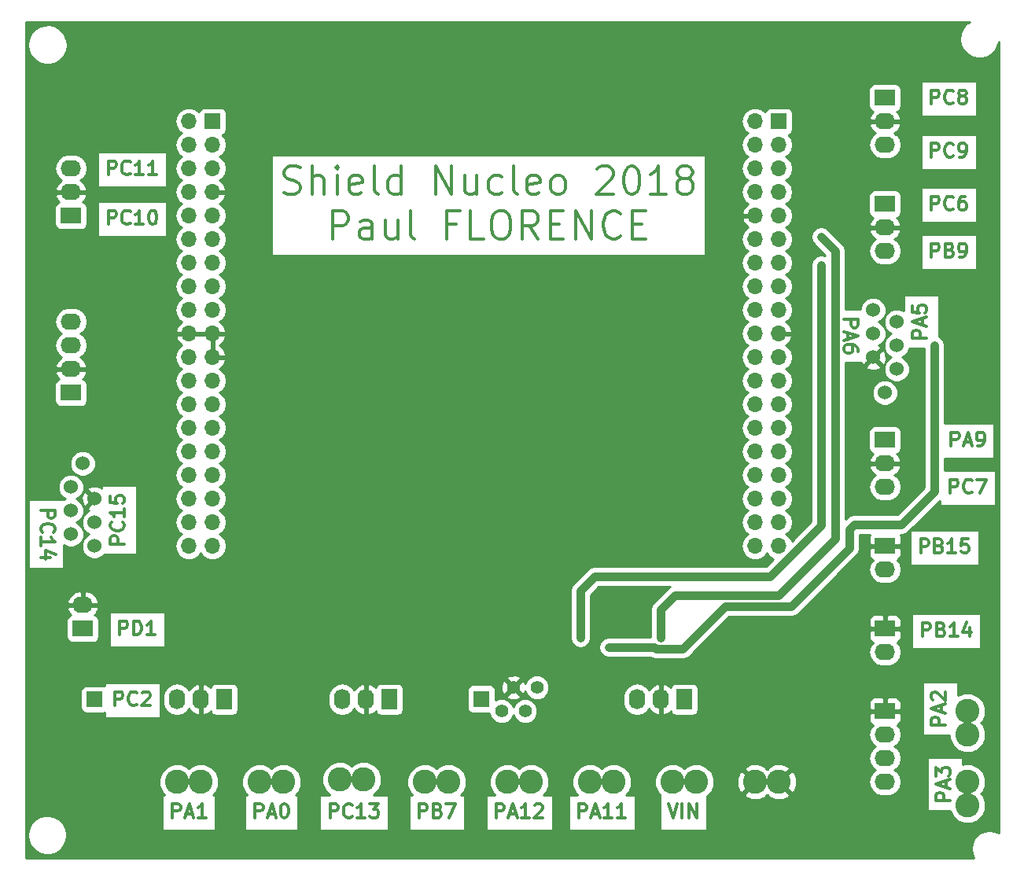
<source format=gtl>
G04 #@! TF.GenerationSoftware,KiCad,Pcbnew,5.0.0-rc1-44a33f2~62~ubuntu16.04.1*
G04 #@! TF.CreationDate,2018-05-19T12:26:42+02:00*
G04 #@! TF.ProjectId,shield2018,736869656C64323031382E6B69636164,1.0*
G04 #@! TF.SameCoordinates,Original*
G04 #@! TF.FileFunction,Copper,L1,Top,Signal*
G04 #@! TF.FilePolarity,Positive*
%FSLAX46Y46*%
G04 Gerber Fmt 4.6, Leading zero omitted, Abs format (unit mm)*
G04 Created by KiCad (PCBNEW 5.0.0-rc1-44a33f2~62~ubuntu16.04.1) date Sat May 19 12:26:42 2018*
%MOMM*%
%LPD*%
G01*
G04 APERTURE LIST*
%ADD10C,0.300000*%
%ADD11R,1.700000X1.700000*%
%ADD12O,1.700000X1.700000*%
%ADD13C,2.600000*%
%ADD14C,1.400000*%
%ADD15R,1.800000X1.800000*%
%ADD16O,2.200000X1.740000*%
%ADD17R,2.200000X1.740000*%
%ADD18O,1.740000X2.200000*%
%ADD19R,1.740000X2.200000*%
%ADD20C,1.524000*%
%ADD21C,0.800000*%
%ADD22C,0.900000*%
%ADD23C,0.254000*%
G04 APERTURE END LIST*
D10*
X91408571Y-157523571D02*
X91408571Y-156023571D01*
X91980000Y-156023571D01*
X92122857Y-156095000D01*
X92194285Y-156166428D01*
X92265714Y-156309285D01*
X92265714Y-156523571D01*
X92194285Y-156666428D01*
X92122857Y-156737857D01*
X91980000Y-156809285D01*
X91408571Y-156809285D01*
X93765714Y-157380714D02*
X93694285Y-157452142D01*
X93480000Y-157523571D01*
X93337142Y-157523571D01*
X93122857Y-157452142D01*
X92980000Y-157309285D01*
X92908571Y-157166428D01*
X92837142Y-156880714D01*
X92837142Y-156666428D01*
X92908571Y-156380714D01*
X92980000Y-156237857D01*
X93122857Y-156095000D01*
X93337142Y-156023571D01*
X93480000Y-156023571D01*
X93694285Y-156095000D01*
X93765714Y-156166428D01*
X95194285Y-157523571D02*
X94337142Y-157523571D01*
X94765714Y-157523571D02*
X94765714Y-156023571D01*
X94622857Y-156237857D01*
X94480000Y-156380714D01*
X94337142Y-156452142D01*
X95694285Y-156023571D02*
X96622857Y-156023571D01*
X96122857Y-156595000D01*
X96337142Y-156595000D01*
X96480000Y-156666428D01*
X96551428Y-156737857D01*
X96622857Y-156880714D01*
X96622857Y-157237857D01*
X96551428Y-157380714D01*
X96480000Y-157452142D01*
X96337142Y-157523571D01*
X95908571Y-157523571D01*
X95765714Y-157452142D01*
X95694285Y-157380714D01*
X86458000Y-90254285D02*
X86886571Y-90397142D01*
X87600857Y-90397142D01*
X87886571Y-90254285D01*
X88029428Y-90111428D01*
X88172285Y-89825714D01*
X88172285Y-89540000D01*
X88029428Y-89254285D01*
X87886571Y-89111428D01*
X87600857Y-88968571D01*
X87029428Y-88825714D01*
X86743714Y-88682857D01*
X86600857Y-88540000D01*
X86458000Y-88254285D01*
X86458000Y-87968571D01*
X86600857Y-87682857D01*
X86743714Y-87540000D01*
X87029428Y-87397142D01*
X87743714Y-87397142D01*
X88172285Y-87540000D01*
X89458000Y-90397142D02*
X89458000Y-87397142D01*
X90743714Y-90397142D02*
X90743714Y-88825714D01*
X90600857Y-88540000D01*
X90315142Y-88397142D01*
X89886571Y-88397142D01*
X89600857Y-88540000D01*
X89458000Y-88682857D01*
X92172285Y-90397142D02*
X92172285Y-88397142D01*
X92172285Y-87397142D02*
X92029428Y-87540000D01*
X92172285Y-87682857D01*
X92315142Y-87540000D01*
X92172285Y-87397142D01*
X92172285Y-87682857D01*
X94743714Y-90254285D02*
X94458000Y-90397142D01*
X93886571Y-90397142D01*
X93600857Y-90254285D01*
X93458000Y-89968571D01*
X93458000Y-88825714D01*
X93600857Y-88540000D01*
X93886571Y-88397142D01*
X94458000Y-88397142D01*
X94743714Y-88540000D01*
X94886571Y-88825714D01*
X94886571Y-89111428D01*
X93458000Y-89397142D01*
X96600857Y-90397142D02*
X96315142Y-90254285D01*
X96172285Y-89968571D01*
X96172285Y-87397142D01*
X99029428Y-90397142D02*
X99029428Y-87397142D01*
X99029428Y-90254285D02*
X98743714Y-90397142D01*
X98172285Y-90397142D01*
X97886571Y-90254285D01*
X97743714Y-90111428D01*
X97600857Y-89825714D01*
X97600857Y-88968571D01*
X97743714Y-88682857D01*
X97886571Y-88540000D01*
X98172285Y-88397142D01*
X98743714Y-88397142D01*
X99029428Y-88540000D01*
X102743714Y-90397142D02*
X102743714Y-87397142D01*
X104458000Y-90397142D01*
X104458000Y-87397142D01*
X107172285Y-88397142D02*
X107172285Y-90397142D01*
X105886571Y-88397142D02*
X105886571Y-89968571D01*
X106029428Y-90254285D01*
X106315142Y-90397142D01*
X106743714Y-90397142D01*
X107029428Y-90254285D01*
X107172285Y-90111428D01*
X109886571Y-90254285D02*
X109600857Y-90397142D01*
X109029428Y-90397142D01*
X108743714Y-90254285D01*
X108600857Y-90111428D01*
X108458000Y-89825714D01*
X108458000Y-88968571D01*
X108600857Y-88682857D01*
X108743714Y-88540000D01*
X109029428Y-88397142D01*
X109600857Y-88397142D01*
X109886571Y-88540000D01*
X111600857Y-90397142D02*
X111315142Y-90254285D01*
X111172285Y-89968571D01*
X111172285Y-87397142D01*
X113886571Y-90254285D02*
X113600857Y-90397142D01*
X113029428Y-90397142D01*
X112743714Y-90254285D01*
X112600857Y-89968571D01*
X112600857Y-88825714D01*
X112743714Y-88540000D01*
X113029428Y-88397142D01*
X113600857Y-88397142D01*
X113886571Y-88540000D01*
X114029428Y-88825714D01*
X114029428Y-89111428D01*
X112600857Y-89397142D01*
X115743714Y-90397142D02*
X115458000Y-90254285D01*
X115315142Y-90111428D01*
X115172285Y-89825714D01*
X115172285Y-88968571D01*
X115315142Y-88682857D01*
X115458000Y-88540000D01*
X115743714Y-88397142D01*
X116172285Y-88397142D01*
X116458000Y-88540000D01*
X116600857Y-88682857D01*
X116743714Y-88968571D01*
X116743714Y-89825714D01*
X116600857Y-90111428D01*
X116458000Y-90254285D01*
X116172285Y-90397142D01*
X115743714Y-90397142D01*
X120172285Y-87682857D02*
X120315142Y-87540000D01*
X120600857Y-87397142D01*
X121315142Y-87397142D01*
X121600857Y-87540000D01*
X121743714Y-87682857D01*
X121886571Y-87968571D01*
X121886571Y-88254285D01*
X121743714Y-88682857D01*
X120029428Y-90397142D01*
X121886571Y-90397142D01*
X123743714Y-87397142D02*
X124029428Y-87397142D01*
X124315142Y-87540000D01*
X124458000Y-87682857D01*
X124600857Y-87968571D01*
X124743714Y-88540000D01*
X124743714Y-89254285D01*
X124600857Y-89825714D01*
X124458000Y-90111428D01*
X124315142Y-90254285D01*
X124029428Y-90397142D01*
X123743714Y-90397142D01*
X123458000Y-90254285D01*
X123315142Y-90111428D01*
X123172285Y-89825714D01*
X123029428Y-89254285D01*
X123029428Y-88540000D01*
X123172285Y-87968571D01*
X123315142Y-87682857D01*
X123458000Y-87540000D01*
X123743714Y-87397142D01*
X127600857Y-90397142D02*
X125886571Y-90397142D01*
X126743714Y-90397142D02*
X126743714Y-87397142D01*
X126458000Y-87825714D01*
X126172285Y-88111428D01*
X125886571Y-88254285D01*
X129315142Y-88682857D02*
X129029428Y-88540000D01*
X128886571Y-88397142D01*
X128743714Y-88111428D01*
X128743714Y-87968571D01*
X128886571Y-87682857D01*
X129029428Y-87540000D01*
X129315142Y-87397142D01*
X129886571Y-87397142D01*
X130172285Y-87540000D01*
X130315142Y-87682857D01*
X130458000Y-87968571D01*
X130458000Y-88111428D01*
X130315142Y-88397142D01*
X130172285Y-88540000D01*
X129886571Y-88682857D01*
X129315142Y-88682857D01*
X129029428Y-88825714D01*
X128886571Y-88968571D01*
X128743714Y-89254285D01*
X128743714Y-89825714D01*
X128886571Y-90111428D01*
X129029428Y-90254285D01*
X129315142Y-90397142D01*
X129886571Y-90397142D01*
X130172285Y-90254285D01*
X130315142Y-90111428D01*
X130458000Y-89825714D01*
X130458000Y-89254285D01*
X130315142Y-88968571D01*
X130172285Y-88825714D01*
X129886571Y-88682857D01*
X91672285Y-95197142D02*
X91672285Y-92197142D01*
X92815142Y-92197142D01*
X93100857Y-92340000D01*
X93243714Y-92482857D01*
X93386571Y-92768571D01*
X93386571Y-93197142D01*
X93243714Y-93482857D01*
X93100857Y-93625714D01*
X92815142Y-93768571D01*
X91672285Y-93768571D01*
X95958000Y-95197142D02*
X95958000Y-93625714D01*
X95815142Y-93340000D01*
X95529428Y-93197142D01*
X94958000Y-93197142D01*
X94672285Y-93340000D01*
X95958000Y-95054285D02*
X95672285Y-95197142D01*
X94958000Y-95197142D01*
X94672285Y-95054285D01*
X94529428Y-94768571D01*
X94529428Y-94482857D01*
X94672285Y-94197142D01*
X94958000Y-94054285D01*
X95672285Y-94054285D01*
X95958000Y-93911428D01*
X98672285Y-93197142D02*
X98672285Y-95197142D01*
X97386571Y-93197142D02*
X97386571Y-94768571D01*
X97529428Y-95054285D01*
X97815142Y-95197142D01*
X98243714Y-95197142D01*
X98529428Y-95054285D01*
X98672285Y-94911428D01*
X100529428Y-95197142D02*
X100243714Y-95054285D01*
X100100857Y-94768571D01*
X100100857Y-92197142D01*
X104958000Y-93625714D02*
X103958000Y-93625714D01*
X103958000Y-95197142D02*
X103958000Y-92197142D01*
X105386571Y-92197142D01*
X107958000Y-95197142D02*
X106529428Y-95197142D01*
X106529428Y-92197142D01*
X109529428Y-92197142D02*
X110100857Y-92197142D01*
X110386571Y-92340000D01*
X110672285Y-92625714D01*
X110815142Y-93197142D01*
X110815142Y-94197142D01*
X110672285Y-94768571D01*
X110386571Y-95054285D01*
X110100857Y-95197142D01*
X109529428Y-95197142D01*
X109243714Y-95054285D01*
X108958000Y-94768571D01*
X108815142Y-94197142D01*
X108815142Y-93197142D01*
X108958000Y-92625714D01*
X109243714Y-92340000D01*
X109529428Y-92197142D01*
X113815142Y-95197142D02*
X112815142Y-93768571D01*
X112100857Y-95197142D02*
X112100857Y-92197142D01*
X113243714Y-92197142D01*
X113529428Y-92340000D01*
X113672285Y-92482857D01*
X113815142Y-92768571D01*
X113815142Y-93197142D01*
X113672285Y-93482857D01*
X113529428Y-93625714D01*
X113243714Y-93768571D01*
X112100857Y-93768571D01*
X115100857Y-93625714D02*
X116100857Y-93625714D01*
X116529428Y-95197142D02*
X115100857Y-95197142D01*
X115100857Y-92197142D01*
X116529428Y-92197142D01*
X117815142Y-95197142D02*
X117815142Y-92197142D01*
X119529428Y-95197142D01*
X119529428Y-92197142D01*
X122672285Y-94911428D02*
X122529428Y-95054285D01*
X122100857Y-95197142D01*
X121815142Y-95197142D01*
X121386571Y-95054285D01*
X121100857Y-94768571D01*
X120958000Y-94482857D01*
X120815142Y-93911428D01*
X120815142Y-93482857D01*
X120958000Y-92911428D01*
X121100857Y-92625714D01*
X121386571Y-92340000D01*
X121815142Y-92197142D01*
X122100857Y-92197142D01*
X122529428Y-92340000D01*
X122672285Y-92482857D01*
X123958000Y-93625714D02*
X124958000Y-93625714D01*
X125386571Y-95197142D02*
X123958000Y-95197142D01*
X123958000Y-92197142D01*
X125386571Y-92197142D01*
X67532571Y-88308571D02*
X67532571Y-86808571D01*
X68104000Y-86808571D01*
X68246857Y-86880000D01*
X68318285Y-86951428D01*
X68389714Y-87094285D01*
X68389714Y-87308571D01*
X68318285Y-87451428D01*
X68246857Y-87522857D01*
X68104000Y-87594285D01*
X67532571Y-87594285D01*
X69889714Y-88165714D02*
X69818285Y-88237142D01*
X69604000Y-88308571D01*
X69461142Y-88308571D01*
X69246857Y-88237142D01*
X69104000Y-88094285D01*
X69032571Y-87951428D01*
X68961142Y-87665714D01*
X68961142Y-87451428D01*
X69032571Y-87165714D01*
X69104000Y-87022857D01*
X69246857Y-86880000D01*
X69461142Y-86808571D01*
X69604000Y-86808571D01*
X69818285Y-86880000D01*
X69889714Y-86951428D01*
X71318285Y-88308571D02*
X70461142Y-88308571D01*
X70889714Y-88308571D02*
X70889714Y-86808571D01*
X70746857Y-87022857D01*
X70604000Y-87165714D01*
X70461142Y-87237142D01*
X72746857Y-88308571D02*
X71889714Y-88308571D01*
X72318285Y-88308571D02*
X72318285Y-86808571D01*
X72175428Y-87022857D01*
X72032571Y-87165714D01*
X71889714Y-87237142D01*
X67532571Y-93642571D02*
X67532571Y-92142571D01*
X68104000Y-92142571D01*
X68246857Y-92214000D01*
X68318285Y-92285428D01*
X68389714Y-92428285D01*
X68389714Y-92642571D01*
X68318285Y-92785428D01*
X68246857Y-92856857D01*
X68104000Y-92928285D01*
X67532571Y-92928285D01*
X69889714Y-93499714D02*
X69818285Y-93571142D01*
X69604000Y-93642571D01*
X69461142Y-93642571D01*
X69246857Y-93571142D01*
X69104000Y-93428285D01*
X69032571Y-93285428D01*
X68961142Y-92999714D01*
X68961142Y-92785428D01*
X69032571Y-92499714D01*
X69104000Y-92356857D01*
X69246857Y-92214000D01*
X69461142Y-92142571D01*
X69604000Y-92142571D01*
X69818285Y-92214000D01*
X69889714Y-92285428D01*
X71318285Y-93642571D02*
X70461142Y-93642571D01*
X70889714Y-93642571D02*
X70889714Y-92142571D01*
X70746857Y-92356857D01*
X70604000Y-92499714D01*
X70461142Y-92571142D01*
X72246857Y-92142571D02*
X72389714Y-92142571D01*
X72532571Y-92214000D01*
X72604000Y-92285428D01*
X72675428Y-92428285D01*
X72746857Y-92714000D01*
X72746857Y-93071142D01*
X72675428Y-93356857D01*
X72604000Y-93499714D01*
X72532571Y-93571142D01*
X72389714Y-93642571D01*
X72246857Y-93642571D01*
X72104000Y-93571142D01*
X72032571Y-93499714D01*
X71961142Y-93356857D01*
X71889714Y-93071142D01*
X71889714Y-92714000D01*
X71961142Y-92428285D01*
X72032571Y-92285428D01*
X72104000Y-92214000D01*
X72246857Y-92142571D01*
X69258571Y-128047428D02*
X67758571Y-128047428D01*
X67758571Y-127476000D01*
X67830000Y-127333142D01*
X67901428Y-127261714D01*
X68044285Y-127190285D01*
X68258571Y-127190285D01*
X68401428Y-127261714D01*
X68472857Y-127333142D01*
X68544285Y-127476000D01*
X68544285Y-128047428D01*
X69115714Y-125690285D02*
X69187142Y-125761714D01*
X69258571Y-125976000D01*
X69258571Y-126118857D01*
X69187142Y-126333142D01*
X69044285Y-126476000D01*
X68901428Y-126547428D01*
X68615714Y-126618857D01*
X68401428Y-126618857D01*
X68115714Y-126547428D01*
X67972857Y-126476000D01*
X67830000Y-126333142D01*
X67758571Y-126118857D01*
X67758571Y-125976000D01*
X67830000Y-125761714D01*
X67901428Y-125690285D01*
X69258571Y-124261714D02*
X69258571Y-125118857D01*
X69258571Y-124690285D02*
X67758571Y-124690285D01*
X67972857Y-124833142D01*
X68115714Y-124976000D01*
X68187142Y-125118857D01*
X67758571Y-122904571D02*
X67758571Y-123618857D01*
X68472857Y-123690285D01*
X68401428Y-123618857D01*
X68330000Y-123476000D01*
X68330000Y-123118857D01*
X68401428Y-122976000D01*
X68472857Y-122904571D01*
X68615714Y-122833142D01*
X68972857Y-122833142D01*
X69115714Y-122904571D01*
X69187142Y-122976000D01*
X69258571Y-123118857D01*
X69258571Y-123476000D01*
X69187142Y-123618857D01*
X69115714Y-123690285D01*
X60281428Y-124428571D02*
X61781428Y-124428571D01*
X61781428Y-125000000D01*
X61710000Y-125142857D01*
X61638571Y-125214285D01*
X61495714Y-125285714D01*
X61281428Y-125285714D01*
X61138571Y-125214285D01*
X61067142Y-125142857D01*
X60995714Y-125000000D01*
X60995714Y-124428571D01*
X60424285Y-126785714D02*
X60352857Y-126714285D01*
X60281428Y-126500000D01*
X60281428Y-126357142D01*
X60352857Y-126142857D01*
X60495714Y-126000000D01*
X60638571Y-125928571D01*
X60924285Y-125857142D01*
X61138571Y-125857142D01*
X61424285Y-125928571D01*
X61567142Y-126000000D01*
X61710000Y-126142857D01*
X61781428Y-126357142D01*
X61781428Y-126500000D01*
X61710000Y-126714285D01*
X61638571Y-126785714D01*
X60281428Y-128214285D02*
X60281428Y-127357142D01*
X60281428Y-127785714D02*
X61781428Y-127785714D01*
X61567142Y-127642857D01*
X61424285Y-127500000D01*
X61352857Y-127357142D01*
X61281428Y-129500000D02*
X60281428Y-129500000D01*
X61852857Y-129142857D02*
X60781428Y-128785714D01*
X60781428Y-129714285D01*
X68754857Y-137838571D02*
X68754857Y-136338571D01*
X69326285Y-136338571D01*
X69469142Y-136410000D01*
X69540571Y-136481428D01*
X69612000Y-136624285D01*
X69612000Y-136838571D01*
X69540571Y-136981428D01*
X69469142Y-137052857D01*
X69326285Y-137124285D01*
X68754857Y-137124285D01*
X70254857Y-137838571D02*
X70254857Y-136338571D01*
X70612000Y-136338571D01*
X70826285Y-136410000D01*
X70969142Y-136552857D01*
X71040571Y-136695714D01*
X71112000Y-136981428D01*
X71112000Y-137195714D01*
X71040571Y-137481428D01*
X70969142Y-137624285D01*
X70826285Y-137767142D01*
X70612000Y-137838571D01*
X70254857Y-137838571D01*
X72540571Y-137838571D02*
X71683428Y-137838571D01*
X72112000Y-137838571D02*
X72112000Y-136338571D01*
X71969142Y-136552857D01*
X71826285Y-136695714D01*
X71683428Y-136767142D01*
X68246857Y-145458571D02*
X68246857Y-143958571D01*
X68818285Y-143958571D01*
X68961142Y-144030000D01*
X69032571Y-144101428D01*
X69104000Y-144244285D01*
X69104000Y-144458571D01*
X69032571Y-144601428D01*
X68961142Y-144672857D01*
X68818285Y-144744285D01*
X68246857Y-144744285D01*
X70604000Y-145315714D02*
X70532571Y-145387142D01*
X70318285Y-145458571D01*
X70175428Y-145458571D01*
X69961142Y-145387142D01*
X69818285Y-145244285D01*
X69746857Y-145101428D01*
X69675428Y-144815714D01*
X69675428Y-144601428D01*
X69746857Y-144315714D01*
X69818285Y-144172857D01*
X69961142Y-144030000D01*
X70175428Y-143958571D01*
X70318285Y-143958571D01*
X70532571Y-144030000D01*
X70604000Y-144101428D01*
X71175428Y-144101428D02*
X71246857Y-144030000D01*
X71389714Y-143958571D01*
X71746857Y-143958571D01*
X71889714Y-144030000D01*
X71961142Y-144101428D01*
X72032571Y-144244285D01*
X72032571Y-144387142D01*
X71961142Y-144601428D01*
X71104000Y-145458571D01*
X72032571Y-145458571D01*
X74450000Y-157523571D02*
X74450000Y-156023571D01*
X75021428Y-156023571D01*
X75164285Y-156095000D01*
X75235714Y-156166428D01*
X75307142Y-156309285D01*
X75307142Y-156523571D01*
X75235714Y-156666428D01*
X75164285Y-156737857D01*
X75021428Y-156809285D01*
X74450000Y-156809285D01*
X75878571Y-157095000D02*
X76592857Y-157095000D01*
X75735714Y-157523571D02*
X76235714Y-156023571D01*
X76735714Y-157523571D01*
X78021428Y-157523571D02*
X77164285Y-157523571D01*
X77592857Y-157523571D02*
X77592857Y-156023571D01*
X77450000Y-156237857D01*
X77307142Y-156380714D01*
X77164285Y-156452142D01*
X83340000Y-157523571D02*
X83340000Y-156023571D01*
X83911428Y-156023571D01*
X84054285Y-156095000D01*
X84125714Y-156166428D01*
X84197142Y-156309285D01*
X84197142Y-156523571D01*
X84125714Y-156666428D01*
X84054285Y-156737857D01*
X83911428Y-156809285D01*
X83340000Y-156809285D01*
X84768571Y-157095000D02*
X85482857Y-157095000D01*
X84625714Y-157523571D02*
X85125714Y-156023571D01*
X85625714Y-157523571D01*
X86411428Y-156023571D02*
X86554285Y-156023571D01*
X86697142Y-156095000D01*
X86768571Y-156166428D01*
X86840000Y-156309285D01*
X86911428Y-156595000D01*
X86911428Y-156952142D01*
X86840000Y-157237857D01*
X86768571Y-157380714D01*
X86697142Y-157452142D01*
X86554285Y-157523571D01*
X86411428Y-157523571D01*
X86268571Y-157452142D01*
X86197142Y-157380714D01*
X86125714Y-157237857D01*
X86054285Y-156952142D01*
X86054285Y-156595000D01*
X86125714Y-156309285D01*
X86197142Y-156166428D01*
X86268571Y-156095000D01*
X86411428Y-156023571D01*
X101012857Y-157523571D02*
X101012857Y-156023571D01*
X101584285Y-156023571D01*
X101727142Y-156095000D01*
X101798571Y-156166428D01*
X101870000Y-156309285D01*
X101870000Y-156523571D01*
X101798571Y-156666428D01*
X101727142Y-156737857D01*
X101584285Y-156809285D01*
X101012857Y-156809285D01*
X103012857Y-156737857D02*
X103227142Y-156809285D01*
X103298571Y-156880714D01*
X103370000Y-157023571D01*
X103370000Y-157237857D01*
X103298571Y-157380714D01*
X103227142Y-157452142D01*
X103084285Y-157523571D01*
X102512857Y-157523571D01*
X102512857Y-156023571D01*
X103012857Y-156023571D01*
X103155714Y-156095000D01*
X103227142Y-156166428D01*
X103298571Y-156309285D01*
X103298571Y-156452142D01*
X103227142Y-156595000D01*
X103155714Y-156666428D01*
X103012857Y-156737857D01*
X102512857Y-156737857D01*
X103870000Y-156023571D02*
X104870000Y-156023571D01*
X104227142Y-157523571D01*
X109295714Y-157523571D02*
X109295714Y-156023571D01*
X109867142Y-156023571D01*
X110010000Y-156095000D01*
X110081428Y-156166428D01*
X110152857Y-156309285D01*
X110152857Y-156523571D01*
X110081428Y-156666428D01*
X110010000Y-156737857D01*
X109867142Y-156809285D01*
X109295714Y-156809285D01*
X110724285Y-157095000D02*
X111438571Y-157095000D01*
X110581428Y-157523571D02*
X111081428Y-156023571D01*
X111581428Y-157523571D01*
X112867142Y-157523571D02*
X112010000Y-157523571D01*
X112438571Y-157523571D02*
X112438571Y-156023571D01*
X112295714Y-156237857D01*
X112152857Y-156380714D01*
X112010000Y-156452142D01*
X113438571Y-156166428D02*
X113510000Y-156095000D01*
X113652857Y-156023571D01*
X114010000Y-156023571D01*
X114152857Y-156095000D01*
X114224285Y-156166428D01*
X114295714Y-156309285D01*
X114295714Y-156452142D01*
X114224285Y-156666428D01*
X113367142Y-157523571D01*
X114295714Y-157523571D01*
X118185714Y-157523571D02*
X118185714Y-156023571D01*
X118757142Y-156023571D01*
X118900000Y-156095000D01*
X118971428Y-156166428D01*
X119042857Y-156309285D01*
X119042857Y-156523571D01*
X118971428Y-156666428D01*
X118900000Y-156737857D01*
X118757142Y-156809285D01*
X118185714Y-156809285D01*
X119614285Y-157095000D02*
X120328571Y-157095000D01*
X119471428Y-157523571D02*
X119971428Y-156023571D01*
X120471428Y-157523571D01*
X121757142Y-157523571D02*
X120900000Y-157523571D01*
X121328571Y-157523571D02*
X121328571Y-156023571D01*
X121185714Y-156237857D01*
X121042857Y-156380714D01*
X120900000Y-156452142D01*
X123185714Y-157523571D02*
X122328571Y-157523571D01*
X122757142Y-157523571D02*
X122757142Y-156023571D01*
X122614285Y-156237857D01*
X122471428Y-156380714D01*
X122328571Y-156452142D01*
X127807142Y-156028571D02*
X128307142Y-157528571D01*
X128807142Y-156028571D01*
X129307142Y-157528571D02*
X129307142Y-156028571D01*
X130021428Y-157528571D02*
X130021428Y-156028571D01*
X130878571Y-157528571D01*
X130878571Y-156028571D01*
X158158571Y-155674000D02*
X156658571Y-155674000D01*
X156658571Y-155102571D01*
X156730000Y-154959714D01*
X156801428Y-154888285D01*
X156944285Y-154816857D01*
X157158571Y-154816857D01*
X157301428Y-154888285D01*
X157372857Y-154959714D01*
X157444285Y-155102571D01*
X157444285Y-155674000D01*
X157730000Y-154245428D02*
X157730000Y-153531142D01*
X158158571Y-154388285D02*
X156658571Y-153888285D01*
X158158571Y-153388285D01*
X156658571Y-153031142D02*
X156658571Y-152102571D01*
X157230000Y-152602571D01*
X157230000Y-152388285D01*
X157301428Y-152245428D01*
X157372857Y-152174000D01*
X157515714Y-152102571D01*
X157872857Y-152102571D01*
X158015714Y-152174000D01*
X158087142Y-152245428D01*
X158158571Y-152388285D01*
X158158571Y-152816857D01*
X158087142Y-152959714D01*
X158015714Y-153031142D01*
X157650571Y-147546000D02*
X156150571Y-147546000D01*
X156150571Y-146974571D01*
X156222000Y-146831714D01*
X156293428Y-146760285D01*
X156436285Y-146688857D01*
X156650571Y-146688857D01*
X156793428Y-146760285D01*
X156864857Y-146831714D01*
X156936285Y-146974571D01*
X156936285Y-147546000D01*
X157222000Y-146117428D02*
X157222000Y-145403142D01*
X157650571Y-146260285D02*
X156150571Y-145760285D01*
X157650571Y-145260285D01*
X156293428Y-144831714D02*
X156222000Y-144760285D01*
X156150571Y-144617428D01*
X156150571Y-144260285D01*
X156222000Y-144117428D01*
X156293428Y-144046000D01*
X156436285Y-143974571D01*
X156579142Y-143974571D01*
X156793428Y-144046000D01*
X157650571Y-144903142D01*
X157650571Y-143974571D01*
X156130857Y-86403571D02*
X156130857Y-84903571D01*
X156702285Y-84903571D01*
X156845142Y-84975000D01*
X156916571Y-85046428D01*
X156988000Y-85189285D01*
X156988000Y-85403571D01*
X156916571Y-85546428D01*
X156845142Y-85617857D01*
X156702285Y-85689285D01*
X156130857Y-85689285D01*
X158488000Y-86260714D02*
X158416571Y-86332142D01*
X158202285Y-86403571D01*
X158059428Y-86403571D01*
X157845142Y-86332142D01*
X157702285Y-86189285D01*
X157630857Y-86046428D01*
X157559428Y-85760714D01*
X157559428Y-85546428D01*
X157630857Y-85260714D01*
X157702285Y-85117857D01*
X157845142Y-84975000D01*
X158059428Y-84903571D01*
X158202285Y-84903571D01*
X158416571Y-84975000D01*
X158488000Y-85046428D01*
X159202285Y-86403571D02*
X159488000Y-86403571D01*
X159630857Y-86332142D01*
X159702285Y-86260714D01*
X159845142Y-86046428D01*
X159916571Y-85760714D01*
X159916571Y-85189285D01*
X159845142Y-85046428D01*
X159773714Y-84975000D01*
X159630857Y-84903571D01*
X159345142Y-84903571D01*
X159202285Y-84975000D01*
X159130857Y-85046428D01*
X159059428Y-85189285D01*
X159059428Y-85546428D01*
X159130857Y-85689285D01*
X159202285Y-85760714D01*
X159345142Y-85832142D01*
X159630857Y-85832142D01*
X159773714Y-85760714D01*
X159845142Y-85689285D01*
X159916571Y-85546428D01*
X156130857Y-80688571D02*
X156130857Y-79188571D01*
X156702285Y-79188571D01*
X156845142Y-79260000D01*
X156916571Y-79331428D01*
X156988000Y-79474285D01*
X156988000Y-79688571D01*
X156916571Y-79831428D01*
X156845142Y-79902857D01*
X156702285Y-79974285D01*
X156130857Y-79974285D01*
X158488000Y-80545714D02*
X158416571Y-80617142D01*
X158202285Y-80688571D01*
X158059428Y-80688571D01*
X157845142Y-80617142D01*
X157702285Y-80474285D01*
X157630857Y-80331428D01*
X157559428Y-80045714D01*
X157559428Y-79831428D01*
X157630857Y-79545714D01*
X157702285Y-79402857D01*
X157845142Y-79260000D01*
X158059428Y-79188571D01*
X158202285Y-79188571D01*
X158416571Y-79260000D01*
X158488000Y-79331428D01*
X159345142Y-79831428D02*
X159202285Y-79760000D01*
X159130857Y-79688571D01*
X159059428Y-79545714D01*
X159059428Y-79474285D01*
X159130857Y-79331428D01*
X159202285Y-79260000D01*
X159345142Y-79188571D01*
X159630857Y-79188571D01*
X159773714Y-79260000D01*
X159845142Y-79331428D01*
X159916571Y-79474285D01*
X159916571Y-79545714D01*
X159845142Y-79688571D01*
X159773714Y-79760000D01*
X159630857Y-79831428D01*
X159345142Y-79831428D01*
X159202285Y-79902857D01*
X159130857Y-79974285D01*
X159059428Y-80117142D01*
X159059428Y-80402857D01*
X159130857Y-80545714D01*
X159202285Y-80617142D01*
X159345142Y-80688571D01*
X159630857Y-80688571D01*
X159773714Y-80617142D01*
X159845142Y-80545714D01*
X159916571Y-80402857D01*
X159916571Y-80117142D01*
X159845142Y-79974285D01*
X159773714Y-79902857D01*
X159630857Y-79831428D01*
X156130857Y-92118571D02*
X156130857Y-90618571D01*
X156702285Y-90618571D01*
X156845142Y-90690000D01*
X156916571Y-90761428D01*
X156988000Y-90904285D01*
X156988000Y-91118571D01*
X156916571Y-91261428D01*
X156845142Y-91332857D01*
X156702285Y-91404285D01*
X156130857Y-91404285D01*
X158488000Y-91975714D02*
X158416571Y-92047142D01*
X158202285Y-92118571D01*
X158059428Y-92118571D01*
X157845142Y-92047142D01*
X157702285Y-91904285D01*
X157630857Y-91761428D01*
X157559428Y-91475714D01*
X157559428Y-91261428D01*
X157630857Y-90975714D01*
X157702285Y-90832857D01*
X157845142Y-90690000D01*
X158059428Y-90618571D01*
X158202285Y-90618571D01*
X158416571Y-90690000D01*
X158488000Y-90761428D01*
X159773714Y-90618571D02*
X159488000Y-90618571D01*
X159345142Y-90690000D01*
X159273714Y-90761428D01*
X159130857Y-90975714D01*
X159059428Y-91261428D01*
X159059428Y-91832857D01*
X159130857Y-91975714D01*
X159202285Y-92047142D01*
X159345142Y-92118571D01*
X159630857Y-92118571D01*
X159773714Y-92047142D01*
X159845142Y-91975714D01*
X159916571Y-91832857D01*
X159916571Y-91475714D01*
X159845142Y-91332857D01*
X159773714Y-91261428D01*
X159630857Y-91190000D01*
X159345142Y-91190000D01*
X159202285Y-91261428D01*
X159130857Y-91332857D01*
X159059428Y-91475714D01*
X156130857Y-97198571D02*
X156130857Y-95698571D01*
X156702285Y-95698571D01*
X156845142Y-95770000D01*
X156916571Y-95841428D01*
X156988000Y-95984285D01*
X156988000Y-96198571D01*
X156916571Y-96341428D01*
X156845142Y-96412857D01*
X156702285Y-96484285D01*
X156130857Y-96484285D01*
X158130857Y-96412857D02*
X158345142Y-96484285D01*
X158416571Y-96555714D01*
X158488000Y-96698571D01*
X158488000Y-96912857D01*
X158416571Y-97055714D01*
X158345142Y-97127142D01*
X158202285Y-97198571D01*
X157630857Y-97198571D01*
X157630857Y-95698571D01*
X158130857Y-95698571D01*
X158273714Y-95770000D01*
X158345142Y-95841428D01*
X158416571Y-95984285D01*
X158416571Y-96127142D01*
X158345142Y-96270000D01*
X158273714Y-96341428D01*
X158130857Y-96412857D01*
X157630857Y-96412857D01*
X159202285Y-97198571D02*
X159488000Y-97198571D01*
X159630857Y-97127142D01*
X159702285Y-97055714D01*
X159845142Y-96841428D01*
X159916571Y-96555714D01*
X159916571Y-95984285D01*
X159845142Y-95841428D01*
X159773714Y-95770000D01*
X159630857Y-95698571D01*
X159345142Y-95698571D01*
X159202285Y-95770000D01*
X159130857Y-95841428D01*
X159059428Y-95984285D01*
X159059428Y-96341428D01*
X159130857Y-96484285D01*
X159202285Y-96555714D01*
X159345142Y-96627142D01*
X159630857Y-96627142D01*
X159773714Y-96555714D01*
X159845142Y-96484285D01*
X159916571Y-96341428D01*
X146751428Y-103900000D02*
X148251428Y-103900000D01*
X148251428Y-104471428D01*
X148180000Y-104614285D01*
X148108571Y-104685714D01*
X147965714Y-104757142D01*
X147751428Y-104757142D01*
X147608571Y-104685714D01*
X147537142Y-104614285D01*
X147465714Y-104471428D01*
X147465714Y-103900000D01*
X147180000Y-105328571D02*
X147180000Y-106042857D01*
X146751428Y-105185714D02*
X148251428Y-105685714D01*
X146751428Y-106185714D01*
X148251428Y-107328571D02*
X148251428Y-107042857D01*
X148180000Y-106900000D01*
X148108571Y-106828571D01*
X147894285Y-106685714D01*
X147608571Y-106614285D01*
X147037142Y-106614285D01*
X146894285Y-106685714D01*
X146822857Y-106757142D01*
X146751428Y-106900000D01*
X146751428Y-107185714D01*
X146822857Y-107328571D01*
X146894285Y-107400000D01*
X147037142Y-107471428D01*
X147394285Y-107471428D01*
X147537142Y-107400000D01*
X147608571Y-107328571D01*
X147680000Y-107185714D01*
X147680000Y-106900000D01*
X147608571Y-106757142D01*
X147537142Y-106685714D01*
X147394285Y-106614285D01*
X155618571Y-105890000D02*
X154118571Y-105890000D01*
X154118571Y-105318571D01*
X154190000Y-105175714D01*
X154261428Y-105104285D01*
X154404285Y-105032857D01*
X154618571Y-105032857D01*
X154761428Y-105104285D01*
X154832857Y-105175714D01*
X154904285Y-105318571D01*
X154904285Y-105890000D01*
X155190000Y-104461428D02*
X155190000Y-103747142D01*
X155618571Y-104604285D02*
X154118571Y-104104285D01*
X155618571Y-103604285D01*
X154118571Y-102390000D02*
X154118571Y-103104285D01*
X154832857Y-103175714D01*
X154761428Y-103104285D01*
X154690000Y-102961428D01*
X154690000Y-102604285D01*
X154761428Y-102461428D01*
X154832857Y-102390000D01*
X154975714Y-102318571D01*
X155332857Y-102318571D01*
X155475714Y-102390000D01*
X155547142Y-102461428D01*
X155618571Y-102604285D01*
X155618571Y-102961428D01*
X155547142Y-103104285D01*
X155475714Y-103175714D01*
X158270000Y-117518571D02*
X158270000Y-116018571D01*
X158841428Y-116018571D01*
X158984285Y-116090000D01*
X159055714Y-116161428D01*
X159127142Y-116304285D01*
X159127142Y-116518571D01*
X159055714Y-116661428D01*
X158984285Y-116732857D01*
X158841428Y-116804285D01*
X158270000Y-116804285D01*
X159698571Y-117090000D02*
X160412857Y-117090000D01*
X159555714Y-117518571D02*
X160055714Y-116018571D01*
X160555714Y-117518571D01*
X161127142Y-117518571D02*
X161412857Y-117518571D01*
X161555714Y-117447142D01*
X161627142Y-117375714D01*
X161770000Y-117161428D01*
X161841428Y-116875714D01*
X161841428Y-116304285D01*
X161770000Y-116161428D01*
X161698571Y-116090000D01*
X161555714Y-116018571D01*
X161270000Y-116018571D01*
X161127142Y-116090000D01*
X161055714Y-116161428D01*
X160984285Y-116304285D01*
X160984285Y-116661428D01*
X161055714Y-116804285D01*
X161127142Y-116875714D01*
X161270000Y-116947142D01*
X161555714Y-116947142D01*
X161698571Y-116875714D01*
X161770000Y-116804285D01*
X161841428Y-116661428D01*
X158162857Y-122598571D02*
X158162857Y-121098571D01*
X158734285Y-121098571D01*
X158877142Y-121170000D01*
X158948571Y-121241428D01*
X159020000Y-121384285D01*
X159020000Y-121598571D01*
X158948571Y-121741428D01*
X158877142Y-121812857D01*
X158734285Y-121884285D01*
X158162857Y-121884285D01*
X160520000Y-122455714D02*
X160448571Y-122527142D01*
X160234285Y-122598571D01*
X160091428Y-122598571D01*
X159877142Y-122527142D01*
X159734285Y-122384285D01*
X159662857Y-122241428D01*
X159591428Y-121955714D01*
X159591428Y-121741428D01*
X159662857Y-121455714D01*
X159734285Y-121312857D01*
X159877142Y-121170000D01*
X160091428Y-121098571D01*
X160234285Y-121098571D01*
X160448571Y-121170000D01*
X160520000Y-121241428D01*
X161020000Y-121098571D02*
X162020000Y-121098571D01*
X161377142Y-122598571D01*
X154978571Y-129028571D02*
X154978571Y-127528571D01*
X155550000Y-127528571D01*
X155692857Y-127600000D01*
X155764285Y-127671428D01*
X155835714Y-127814285D01*
X155835714Y-128028571D01*
X155764285Y-128171428D01*
X155692857Y-128242857D01*
X155550000Y-128314285D01*
X154978571Y-128314285D01*
X156978571Y-128242857D02*
X157192857Y-128314285D01*
X157264285Y-128385714D01*
X157335714Y-128528571D01*
X157335714Y-128742857D01*
X157264285Y-128885714D01*
X157192857Y-128957142D01*
X157050000Y-129028571D01*
X156478571Y-129028571D01*
X156478571Y-127528571D01*
X156978571Y-127528571D01*
X157121428Y-127600000D01*
X157192857Y-127671428D01*
X157264285Y-127814285D01*
X157264285Y-127957142D01*
X157192857Y-128100000D01*
X157121428Y-128171428D01*
X156978571Y-128242857D01*
X156478571Y-128242857D01*
X158764285Y-129028571D02*
X157907142Y-129028571D01*
X158335714Y-129028571D02*
X158335714Y-127528571D01*
X158192857Y-127742857D01*
X158050000Y-127885714D01*
X157907142Y-127957142D01*
X160121428Y-127528571D02*
X159407142Y-127528571D01*
X159335714Y-128242857D01*
X159407142Y-128171428D01*
X159550000Y-128100000D01*
X159907142Y-128100000D01*
X160050000Y-128171428D01*
X160121428Y-128242857D01*
X160192857Y-128385714D01*
X160192857Y-128742857D01*
X160121428Y-128885714D01*
X160050000Y-128957142D01*
X159907142Y-129028571D01*
X159550000Y-129028571D01*
X159407142Y-128957142D01*
X159335714Y-128885714D01*
X155178571Y-138028571D02*
X155178571Y-136528571D01*
X155750000Y-136528571D01*
X155892857Y-136600000D01*
X155964285Y-136671428D01*
X156035714Y-136814285D01*
X156035714Y-137028571D01*
X155964285Y-137171428D01*
X155892857Y-137242857D01*
X155750000Y-137314285D01*
X155178571Y-137314285D01*
X157178571Y-137242857D02*
X157392857Y-137314285D01*
X157464285Y-137385714D01*
X157535714Y-137528571D01*
X157535714Y-137742857D01*
X157464285Y-137885714D01*
X157392857Y-137957142D01*
X157250000Y-138028571D01*
X156678571Y-138028571D01*
X156678571Y-136528571D01*
X157178571Y-136528571D01*
X157321428Y-136600000D01*
X157392857Y-136671428D01*
X157464285Y-136814285D01*
X157464285Y-136957142D01*
X157392857Y-137100000D01*
X157321428Y-137171428D01*
X157178571Y-137242857D01*
X156678571Y-137242857D01*
X158964285Y-138028571D02*
X158107142Y-138028571D01*
X158535714Y-138028571D02*
X158535714Y-136528571D01*
X158392857Y-136742857D01*
X158250000Y-136885714D01*
X158107142Y-136957142D01*
X160250000Y-137028571D02*
X160250000Y-138028571D01*
X159892857Y-136457142D02*
X159535714Y-137528571D01*
X160464285Y-137528571D01*
D11*
X78740000Y-82550000D03*
D12*
X76200000Y-82550000D03*
X78740000Y-85090000D03*
X76200000Y-85090000D03*
X78740000Y-87630000D03*
X76200000Y-87630000D03*
X78740000Y-90170000D03*
X76200000Y-90170000D03*
X78740000Y-92710000D03*
X76200000Y-92710000D03*
X78740000Y-95250000D03*
X76200000Y-95250000D03*
X78740000Y-97790000D03*
X76200000Y-97790000D03*
X78740000Y-100330000D03*
X76200000Y-100330000D03*
X78740000Y-102870000D03*
X76200000Y-102870000D03*
X78740000Y-105410000D03*
X76200000Y-105410000D03*
X78740000Y-107950000D03*
X76200000Y-107950000D03*
X78740000Y-110490000D03*
X76200000Y-110490000D03*
X78740000Y-113030000D03*
X76200000Y-113030000D03*
X78740000Y-115570000D03*
X76200000Y-115570000D03*
X78740000Y-118110000D03*
X76200000Y-118110000D03*
X78740000Y-120650000D03*
X76200000Y-120650000D03*
X78740000Y-123190000D03*
X76200000Y-123190000D03*
X78740000Y-125730000D03*
X76200000Y-125730000D03*
X78740000Y-128270000D03*
X76200000Y-128270000D03*
D11*
X139700000Y-82550000D03*
D12*
X137160000Y-82550000D03*
X139700000Y-85090000D03*
X137160000Y-85090000D03*
X139700000Y-87630000D03*
X137160000Y-87630000D03*
X139700000Y-90170000D03*
X137160000Y-90170000D03*
X139700000Y-92710000D03*
X137160000Y-92710000D03*
X139700000Y-95250000D03*
X137160000Y-95250000D03*
X139700000Y-97790000D03*
X137160000Y-97790000D03*
X139700000Y-100330000D03*
X137160000Y-100330000D03*
X139700000Y-102870000D03*
X137160000Y-102870000D03*
X139700000Y-105410000D03*
X137160000Y-105410000D03*
X139700000Y-107950000D03*
X137160000Y-107950000D03*
X139700000Y-110490000D03*
X137160000Y-110490000D03*
X139700000Y-113030000D03*
X137160000Y-113030000D03*
X139700000Y-115570000D03*
X137160000Y-115570000D03*
X139700000Y-118110000D03*
X137160000Y-118110000D03*
X139700000Y-120650000D03*
X137160000Y-120650000D03*
X139700000Y-123190000D03*
X137160000Y-123190000D03*
X139700000Y-125730000D03*
X137160000Y-125730000D03*
X139700000Y-128270000D03*
X137160000Y-128270000D03*
D13*
X160020000Y-146050000D03*
X160020000Y-148590000D03*
X160020000Y-153670000D03*
X160020000Y-156210000D03*
X113030000Y-153670000D03*
X110490000Y-153670000D03*
X121920000Y-153670000D03*
X119380000Y-153670000D03*
X130810000Y-153670000D03*
X128270000Y-153670000D03*
X139700000Y-153670000D03*
X137160000Y-153670000D03*
D14*
X109855000Y-146050000D03*
X111125000Y-143510000D03*
X112395000Y-146050000D03*
X113665000Y-143510000D03*
D15*
X107683300Y-144729200D03*
D16*
X64770000Y-134620000D03*
D17*
X64770000Y-137160000D03*
D18*
X92710000Y-144780000D03*
X95250000Y-144780000D03*
D19*
X97790000Y-144780000D03*
D16*
X151130000Y-85090000D03*
X151130000Y-82550000D03*
D17*
X151130000Y-80010000D03*
D16*
X151130000Y-96520000D03*
X151130000Y-93980000D03*
D17*
X151130000Y-91440000D03*
D16*
X151130000Y-121920000D03*
X151130000Y-119380000D03*
D17*
X151130000Y-116840000D03*
D13*
X77470000Y-153670000D03*
X74930000Y-153670000D03*
X86360000Y-153670000D03*
X83820000Y-153670000D03*
X104140000Y-153670000D03*
X101600000Y-153670000D03*
X94996000Y-153416000D03*
X92456000Y-153416000D03*
D16*
X151130000Y-139700000D03*
D17*
X151130000Y-137160000D03*
D16*
X151130000Y-130810000D03*
D17*
X151130000Y-128270000D03*
D18*
X124460000Y-144780000D03*
X127000000Y-144780000D03*
D19*
X129540000Y-144780000D03*
D18*
X74930000Y-144780000D03*
X77470000Y-144780000D03*
D19*
X80010000Y-144780000D03*
D16*
X63500000Y-87630000D03*
X63500000Y-90170000D03*
D17*
X63500000Y-92710000D03*
D16*
X151130000Y-153670000D03*
X151130000Y-151130000D03*
X151130000Y-148590000D03*
D17*
X151130000Y-146050000D03*
D16*
X63500000Y-104140000D03*
X63500000Y-106680000D03*
X63500000Y-109220000D03*
D17*
X63500000Y-111760000D03*
D11*
X66040000Y-144780000D03*
D20*
X64770000Y-119380000D03*
X66040000Y-123190000D03*
X63500000Y-121920000D03*
X63500000Y-124460000D03*
X66040000Y-125730000D03*
X63500000Y-127000000D03*
X66040000Y-128270000D03*
X151130000Y-111760000D03*
X149860000Y-107950000D03*
X152400000Y-109220000D03*
X152400000Y-106680000D03*
X149860000Y-105410000D03*
X152400000Y-104140000D03*
X149860000Y-102870000D03*
D21*
X156464000Y-149352000D03*
X121412000Y-139192000D03*
X156464000Y-106680000D03*
X127000000Y-138176000D03*
X118364000Y-138176000D03*
X144272000Y-98044000D03*
X144272000Y-94996000D03*
D22*
X147320000Y-126492000D02*
X147320000Y-128524000D01*
X147828000Y-125984000D02*
X147320000Y-126492000D01*
X152908000Y-125984000D02*
X147828000Y-125984000D01*
X147320000Y-128524000D02*
X141039990Y-134804010D01*
X156464000Y-122428000D02*
X152908000Y-125984000D01*
X156464000Y-106680000D02*
X156464000Y-122428000D01*
X129355990Y-139376010D02*
X126502940Y-139376010D01*
X141039990Y-134804010D02*
X133927990Y-134804010D01*
X133927990Y-134804010D02*
X129355990Y-139376010D01*
X126502940Y-139376010D02*
X126318930Y-139192000D01*
X126318930Y-139192000D02*
X121412000Y-139192000D01*
X118364000Y-133096000D02*
X118364000Y-138176000D01*
X119888000Y-131572000D02*
X118364000Y-133096000D01*
X138766002Y-131572000D02*
X119888000Y-131572000D01*
X144272000Y-98044000D02*
X144272000Y-126066002D01*
X144272000Y-126066002D02*
X138766002Y-131572000D01*
X127000000Y-135128000D02*
X127000000Y-138176000D01*
X128524000Y-133604000D02*
X127000000Y-135128000D01*
X139700000Y-133604000D02*
X128524000Y-133604000D01*
X145796000Y-127508000D02*
X139700000Y-133604000D01*
X145796000Y-96520000D02*
X145796000Y-127508000D01*
X144272000Y-94996000D02*
X145796000Y-96520000D01*
D23*
G36*
X159870350Y-72072208D02*
X159481773Y-72534478D01*
X159238557Y-73087227D01*
X159160256Y-73686021D01*
X159253164Y-74282723D01*
X159509811Y-74829365D01*
X159909567Y-75282003D01*
X160420296Y-75604248D01*
X161000939Y-75770197D01*
X161604820Y-75766508D01*
X162183392Y-75593478D01*
X162690146Y-75265017D01*
X163084342Y-74807530D01*
X163334292Y-74257793D01*
X163374001Y-73980519D01*
X163374000Y-159151431D01*
X163011854Y-158966908D01*
X162400000Y-158870000D01*
X161788146Y-158966908D01*
X161236185Y-159248146D01*
X160798146Y-159686185D01*
X160516908Y-160238146D01*
X160420000Y-160850000D01*
X160516908Y-161461854D01*
X160714678Y-161850000D01*
X58622000Y-161850000D01*
X58622000Y-159411021D01*
X58830256Y-159411021D01*
X58923164Y-160007723D01*
X59179811Y-160554365D01*
X59579567Y-161007003D01*
X60090296Y-161329248D01*
X60670939Y-161495197D01*
X61274820Y-161491508D01*
X61853392Y-161318478D01*
X62360146Y-160990017D01*
X62754342Y-160532530D01*
X63004292Y-159982793D01*
X63089903Y-159385000D01*
X63089267Y-159332962D01*
X62989077Y-158737439D01*
X62725770Y-158193973D01*
X62320513Y-157746254D01*
X61805886Y-157430272D01*
X61223259Y-157271429D01*
X60619469Y-157282496D01*
X60043053Y-157462581D01*
X59540350Y-157797208D01*
X59151773Y-158259478D01*
X58908557Y-158812227D01*
X58830256Y-159411021D01*
X58622000Y-159411021D01*
X58622000Y-153285105D01*
X72995000Y-153285105D01*
X72995000Y-154054895D01*
X73289586Y-154766090D01*
X73578496Y-155055000D01*
X73307857Y-155055000D01*
X73307857Y-158875000D01*
X79092143Y-158875000D01*
X79092143Y-155055000D01*
X78821504Y-155055000D01*
X79110414Y-154766090D01*
X79405000Y-154054895D01*
X79405000Y-153285105D01*
X81885000Y-153285105D01*
X81885000Y-154054895D01*
X82179586Y-154766090D01*
X82468496Y-155055000D01*
X82197857Y-155055000D01*
X82197857Y-158875000D01*
X87982143Y-158875000D01*
X87982143Y-155055000D01*
X90266429Y-155055000D01*
X90266429Y-158875000D01*
X97693572Y-158875000D01*
X97693572Y-155055000D01*
X96093504Y-155055000D01*
X96636414Y-154512090D01*
X96931000Y-153800895D01*
X96931000Y-153285105D01*
X99665000Y-153285105D01*
X99665000Y-154054895D01*
X99959586Y-154766090D01*
X100248496Y-155055000D01*
X99870715Y-155055000D01*
X99870715Y-158875000D01*
X105869286Y-158875000D01*
X105869286Y-155055000D01*
X108153572Y-155055000D01*
X108153572Y-158875000D01*
X115366429Y-158875000D01*
X115366429Y-155055000D01*
X117043572Y-155055000D01*
X117043572Y-158875000D01*
X124256429Y-158875000D01*
X124256429Y-155055000D01*
X123271504Y-155055000D01*
X123560414Y-154766090D01*
X123855000Y-154054895D01*
X123855000Y-153285105D01*
X126335000Y-153285105D01*
X126335000Y-154054895D01*
X126629586Y-154766090D01*
X126923496Y-155060000D01*
X126879286Y-155060000D01*
X126879286Y-158880000D01*
X132020715Y-158880000D01*
X132020715Y-155195789D01*
X132450414Y-154766090D01*
X132745000Y-154054895D01*
X132745000Y-153333880D01*
X135215934Y-153333880D01*
X135235290Y-154103427D01*
X135492545Y-154724496D01*
X135790541Y-154859854D01*
X136980395Y-153670000D01*
X135790541Y-152480146D01*
X135492545Y-152615504D01*
X135215934Y-153333880D01*
X132745000Y-153333880D01*
X132745000Y-153285105D01*
X132450414Y-152573910D01*
X132177045Y-152300541D01*
X135970146Y-152300541D01*
X137160000Y-153490395D01*
X137174143Y-153476253D01*
X137353748Y-153655858D01*
X137339605Y-153670000D01*
X137353748Y-153684143D01*
X137174143Y-153863748D01*
X137160000Y-153849605D01*
X135970146Y-155039459D01*
X136105504Y-155337455D01*
X136823880Y-155614066D01*
X137593427Y-155594710D01*
X138214496Y-155337455D01*
X138328929Y-155085525D01*
X138396506Y-155153102D01*
X138430000Y-155119608D01*
X138463494Y-155153102D01*
X138531071Y-155085525D01*
X138645504Y-155337455D01*
X139363880Y-155614066D01*
X140133427Y-155594710D01*
X140754496Y-155337455D01*
X140889854Y-155039459D01*
X139700000Y-153849605D01*
X139685858Y-153863748D01*
X139506253Y-153684143D01*
X139520395Y-153670000D01*
X139879605Y-153670000D01*
X141069459Y-154859854D01*
X141367455Y-154724496D01*
X141644066Y-154006120D01*
X141624710Y-153236573D01*
X141367455Y-152615504D01*
X141069459Y-152480146D01*
X139879605Y-153670000D01*
X139520395Y-153670000D01*
X139506253Y-153655858D01*
X139685858Y-153476253D01*
X139700000Y-153490395D01*
X140889854Y-152300541D01*
X140754496Y-152002545D01*
X140036120Y-151725934D01*
X139266573Y-151745290D01*
X138645504Y-152002545D01*
X138531071Y-152254475D01*
X138463494Y-152186898D01*
X138430000Y-152220392D01*
X138396506Y-152186898D01*
X138328929Y-152254475D01*
X138214496Y-152002545D01*
X137496120Y-151725934D01*
X136726573Y-151745290D01*
X136105504Y-152002545D01*
X135970146Y-152300541D01*
X132177045Y-152300541D01*
X131906090Y-152029586D01*
X131194895Y-151735000D01*
X130425105Y-151735000D01*
X129713910Y-152029586D01*
X129540000Y-152203496D01*
X129366090Y-152029586D01*
X128654895Y-151735000D01*
X127885105Y-151735000D01*
X127173910Y-152029586D01*
X126629586Y-152573910D01*
X126335000Y-153285105D01*
X123855000Y-153285105D01*
X123560414Y-152573910D01*
X123016090Y-152029586D01*
X122304895Y-151735000D01*
X121535105Y-151735000D01*
X120823910Y-152029586D01*
X120650000Y-152203496D01*
X120476090Y-152029586D01*
X119764895Y-151735000D01*
X118995105Y-151735000D01*
X118283910Y-152029586D01*
X117739586Y-152573910D01*
X117445000Y-153285105D01*
X117445000Y-154054895D01*
X117739586Y-154766090D01*
X118028496Y-155055000D01*
X117043572Y-155055000D01*
X115366429Y-155055000D01*
X114381504Y-155055000D01*
X114670414Y-154766090D01*
X114965000Y-154054895D01*
X114965000Y-153285105D01*
X114670414Y-152573910D01*
X114126090Y-152029586D01*
X113414895Y-151735000D01*
X112645105Y-151735000D01*
X111933910Y-152029586D01*
X111760000Y-152203496D01*
X111586090Y-152029586D01*
X110874895Y-151735000D01*
X110105105Y-151735000D01*
X109393910Y-152029586D01*
X108849586Y-152573910D01*
X108555000Y-153285105D01*
X108555000Y-154054895D01*
X108849586Y-154766090D01*
X109138496Y-155055000D01*
X108153572Y-155055000D01*
X105869286Y-155055000D01*
X105491504Y-155055000D01*
X105780414Y-154766090D01*
X106075000Y-154054895D01*
X106075000Y-153285105D01*
X105780414Y-152573910D01*
X105236090Y-152029586D01*
X104524895Y-151735000D01*
X103755105Y-151735000D01*
X103043910Y-152029586D01*
X102870000Y-152203496D01*
X102696090Y-152029586D01*
X101984895Y-151735000D01*
X101215105Y-151735000D01*
X100503910Y-152029586D01*
X99959586Y-152573910D01*
X99665000Y-153285105D01*
X96931000Y-153285105D01*
X96931000Y-153031105D01*
X96636414Y-152319910D01*
X96092090Y-151775586D01*
X95380895Y-151481000D01*
X94611105Y-151481000D01*
X93899910Y-151775586D01*
X93726000Y-151949496D01*
X93552090Y-151775586D01*
X92840895Y-151481000D01*
X92071105Y-151481000D01*
X91359910Y-151775586D01*
X90815586Y-152319910D01*
X90521000Y-153031105D01*
X90521000Y-153800895D01*
X90815586Y-154512090D01*
X91358496Y-155055000D01*
X90266429Y-155055000D01*
X87982143Y-155055000D01*
X87711504Y-155055000D01*
X88000414Y-154766090D01*
X88295000Y-154054895D01*
X88295000Y-153285105D01*
X88000414Y-152573910D01*
X87456090Y-152029586D01*
X86744895Y-151735000D01*
X85975105Y-151735000D01*
X85263910Y-152029586D01*
X85090000Y-152203496D01*
X84916090Y-152029586D01*
X84204895Y-151735000D01*
X83435105Y-151735000D01*
X82723910Y-152029586D01*
X82179586Y-152573910D01*
X81885000Y-153285105D01*
X79405000Y-153285105D01*
X79110414Y-152573910D01*
X78566090Y-152029586D01*
X77854895Y-151735000D01*
X77085105Y-151735000D01*
X76373910Y-152029586D01*
X76200000Y-152203496D01*
X76026090Y-152029586D01*
X75314895Y-151735000D01*
X74545105Y-151735000D01*
X73833910Y-152029586D01*
X73289586Y-152573910D01*
X72995000Y-153285105D01*
X58622000Y-153285105D01*
X58622000Y-148590000D01*
X149365516Y-148590000D01*
X149482322Y-149177222D01*
X149814956Y-149675044D01*
X150091762Y-149860000D01*
X149814956Y-150044956D01*
X149482322Y-150542778D01*
X149365516Y-151130000D01*
X149482322Y-151717222D01*
X149814956Y-152215044D01*
X150091762Y-152400000D01*
X149814956Y-152584956D01*
X149482322Y-153082778D01*
X149365516Y-153670000D01*
X149482322Y-154257222D01*
X149814956Y-154755044D01*
X150312778Y-155087678D01*
X150751774Y-155175000D01*
X151508226Y-155175000D01*
X151947222Y-155087678D01*
X152445044Y-154755044D01*
X152777678Y-154257222D01*
X152894484Y-153670000D01*
X152777678Y-153082778D01*
X152445044Y-152584956D01*
X152168238Y-152400000D01*
X152445044Y-152215044D01*
X152777678Y-151717222D01*
X152894484Y-151130000D01*
X152874963Y-151031857D01*
X155690000Y-151031857D01*
X155690000Y-156816143D01*
X158176644Y-156816143D01*
X158379586Y-157306090D01*
X158923910Y-157850414D01*
X159635105Y-158145000D01*
X160404895Y-158145000D01*
X161116090Y-157850414D01*
X161660414Y-157306090D01*
X161955000Y-156594895D01*
X161955000Y-155825105D01*
X161660414Y-155113910D01*
X161486504Y-154940000D01*
X161660414Y-154766090D01*
X161955000Y-154054895D01*
X161955000Y-153285105D01*
X161660414Y-152573910D01*
X161116090Y-152029586D01*
X160404895Y-151735000D01*
X159635105Y-151735000D01*
X159510000Y-151786820D01*
X159510000Y-151031857D01*
X155690000Y-151031857D01*
X152874963Y-151031857D01*
X152777678Y-150542778D01*
X152445044Y-150044956D01*
X152168238Y-149860000D01*
X152445044Y-149675044D01*
X152777678Y-149177222D01*
X152894484Y-148590000D01*
X152777678Y-148002778D01*
X152451999Y-147515364D01*
X152589699Y-147458327D01*
X152768327Y-147279698D01*
X152865000Y-147046309D01*
X152865000Y-146335750D01*
X152706250Y-146177000D01*
X151257000Y-146177000D01*
X151257000Y-146197000D01*
X151003000Y-146197000D01*
X151003000Y-146177000D01*
X149553750Y-146177000D01*
X149395000Y-146335750D01*
X149395000Y-147046309D01*
X149491673Y-147279698D01*
X149670301Y-147458327D01*
X149808001Y-147515364D01*
X149482322Y-148002778D01*
X149365516Y-148590000D01*
X58622000Y-148590000D01*
X58622000Y-143930000D01*
X64542560Y-143930000D01*
X64542560Y-145630000D01*
X64591843Y-145877765D01*
X64732191Y-146087809D01*
X64942235Y-146228157D01*
X65190000Y-146277440D01*
X66890000Y-146277440D01*
X67104715Y-146234731D01*
X67104715Y-146810000D01*
X73103286Y-146810000D01*
X73103286Y-144401774D01*
X73425000Y-144401774D01*
X73425000Y-145158225D01*
X73512322Y-145597221D01*
X73844956Y-146095044D01*
X74342778Y-146427678D01*
X74930000Y-146544484D01*
X75517221Y-146427678D01*
X76015044Y-146095044D01*
X76207160Y-145807523D01*
X76499509Y-146170533D01*
X77017500Y-146453584D01*
X77109969Y-146471302D01*
X77343000Y-146350246D01*
X77343000Y-144907000D01*
X77323000Y-144907000D01*
X77323000Y-144653000D01*
X77343000Y-144653000D01*
X77343000Y-143209754D01*
X77597000Y-143209754D01*
X77597000Y-144653000D01*
X77617000Y-144653000D01*
X77617000Y-144907000D01*
X77597000Y-144907000D01*
X77597000Y-146350246D01*
X77830031Y-146471302D01*
X77922500Y-146453584D01*
X78440491Y-146170533D01*
X78528591Y-146061140D01*
X78541843Y-146127765D01*
X78682191Y-146337809D01*
X78892235Y-146478157D01*
X79140000Y-146527440D01*
X80880000Y-146527440D01*
X81127765Y-146478157D01*
X81337809Y-146337809D01*
X81478157Y-146127765D01*
X81527440Y-145880000D01*
X81527440Y-144401774D01*
X91205000Y-144401774D01*
X91205000Y-145158225D01*
X91292322Y-145597221D01*
X91624956Y-146095044D01*
X92122778Y-146427678D01*
X92710000Y-146544484D01*
X93297221Y-146427678D01*
X93795044Y-146095044D01*
X93987160Y-145807523D01*
X94279509Y-146170533D01*
X94797500Y-146453584D01*
X94889969Y-146471302D01*
X95123000Y-146350246D01*
X95123000Y-144907000D01*
X95103000Y-144907000D01*
X95103000Y-144653000D01*
X95123000Y-144653000D01*
X95123000Y-143209754D01*
X95377000Y-143209754D01*
X95377000Y-144653000D01*
X95397000Y-144653000D01*
X95397000Y-144907000D01*
X95377000Y-144907000D01*
X95377000Y-146350246D01*
X95610031Y-146471302D01*
X95702500Y-146453584D01*
X96220491Y-146170533D01*
X96308591Y-146061140D01*
X96321843Y-146127765D01*
X96462191Y-146337809D01*
X96672235Y-146478157D01*
X96920000Y-146527440D01*
X98660000Y-146527440D01*
X98907765Y-146478157D01*
X99117809Y-146337809D01*
X99258157Y-146127765D01*
X99307440Y-145880000D01*
X99307440Y-143829200D01*
X106135860Y-143829200D01*
X106135860Y-145629200D01*
X106185143Y-145876965D01*
X106325491Y-146087009D01*
X106535535Y-146227357D01*
X106783300Y-146276640D01*
X108520000Y-146276640D01*
X108520000Y-146315548D01*
X108723242Y-146806217D01*
X109098783Y-147181758D01*
X109589452Y-147385000D01*
X110120548Y-147385000D01*
X110611217Y-147181758D01*
X110986758Y-146806217D01*
X111125000Y-146472472D01*
X111263242Y-146806217D01*
X111638783Y-147181758D01*
X112129452Y-147385000D01*
X112660548Y-147385000D01*
X113151217Y-147181758D01*
X113526758Y-146806217D01*
X113730000Y-146315548D01*
X113730000Y-145784452D01*
X113526758Y-145293783D01*
X113151217Y-144918242D01*
X112660548Y-144715000D01*
X112129452Y-144715000D01*
X111638783Y-144918242D01*
X111263242Y-145293783D01*
X111125000Y-145627528D01*
X110986758Y-145293783D01*
X110611217Y-144918242D01*
X110120548Y-144715000D01*
X109589452Y-144715000D01*
X109230740Y-144863584D01*
X109230740Y-144445275D01*
X110369331Y-144445275D01*
X110431169Y-144681042D01*
X110932122Y-144857419D01*
X111462440Y-144828664D01*
X111818831Y-144681042D01*
X111880669Y-144445275D01*
X111125000Y-143689605D01*
X110369331Y-144445275D01*
X109230740Y-144445275D01*
X109230740Y-143829200D01*
X109181457Y-143581435D01*
X109041109Y-143371391D01*
X108959891Y-143317122D01*
X109777581Y-143317122D01*
X109806336Y-143847440D01*
X109953958Y-144203831D01*
X110189725Y-144265669D01*
X110945395Y-143510000D01*
X111304605Y-143510000D01*
X112060275Y-144265669D01*
X112296042Y-144203831D01*
X112393153Y-143928013D01*
X112533242Y-144266217D01*
X112908783Y-144641758D01*
X113399452Y-144845000D01*
X113930548Y-144845000D01*
X114421217Y-144641758D01*
X114661201Y-144401774D01*
X122955000Y-144401774D01*
X122955000Y-145158225D01*
X123042322Y-145597221D01*
X123374956Y-146095044D01*
X123872778Y-146427678D01*
X124460000Y-146544484D01*
X125047221Y-146427678D01*
X125545044Y-146095044D01*
X125737160Y-145807523D01*
X126029509Y-146170533D01*
X126547500Y-146453584D01*
X126639969Y-146471302D01*
X126873000Y-146350246D01*
X126873000Y-144907000D01*
X126853000Y-144907000D01*
X126853000Y-144653000D01*
X126873000Y-144653000D01*
X126873000Y-143209754D01*
X127127000Y-143209754D01*
X127127000Y-144653000D01*
X127147000Y-144653000D01*
X127147000Y-144907000D01*
X127127000Y-144907000D01*
X127127000Y-146350246D01*
X127360031Y-146471302D01*
X127452500Y-146453584D01*
X127970491Y-146170533D01*
X128058591Y-146061140D01*
X128071843Y-146127765D01*
X128212191Y-146337809D01*
X128422235Y-146478157D01*
X128670000Y-146527440D01*
X130410000Y-146527440D01*
X130657765Y-146478157D01*
X130867809Y-146337809D01*
X131008157Y-146127765D01*
X131057440Y-145880000D01*
X131057440Y-145053691D01*
X149395000Y-145053691D01*
X149395000Y-145764250D01*
X149553750Y-145923000D01*
X151003000Y-145923000D01*
X151003000Y-144703750D01*
X151257000Y-144703750D01*
X151257000Y-145923000D01*
X152706250Y-145923000D01*
X152865000Y-145764250D01*
X152865000Y-145053691D01*
X152768327Y-144820302D01*
X152589699Y-144641673D01*
X152356310Y-144545000D01*
X151415750Y-144545000D01*
X151257000Y-144703750D01*
X151003000Y-144703750D01*
X150844250Y-144545000D01*
X149903690Y-144545000D01*
X149670301Y-144641673D01*
X149491673Y-144820302D01*
X149395000Y-145053691D01*
X131057440Y-145053691D01*
X131057440Y-143680000D01*
X131008157Y-143432235D01*
X130867809Y-143222191D01*
X130657765Y-143081843D01*
X130410000Y-143032560D01*
X128670000Y-143032560D01*
X128422235Y-143081843D01*
X128212191Y-143222191D01*
X128071843Y-143432235D01*
X128058591Y-143498860D01*
X127970491Y-143389467D01*
X127452500Y-143106416D01*
X127360031Y-143088698D01*
X127127000Y-143209754D01*
X126873000Y-143209754D01*
X126639969Y-143088698D01*
X126547500Y-143106416D01*
X126029509Y-143389467D01*
X125737159Y-143752478D01*
X125545044Y-143464956D01*
X125047222Y-143132322D01*
X124460000Y-143015516D01*
X123872779Y-143132322D01*
X123374956Y-143464956D01*
X123042322Y-143962778D01*
X122955000Y-144401774D01*
X114661201Y-144401774D01*
X114796758Y-144266217D01*
X115000000Y-143775548D01*
X115000000Y-143244452D01*
X114858921Y-142903857D01*
X155182000Y-142903857D01*
X155182000Y-148688143D01*
X158085000Y-148688143D01*
X158085000Y-148974895D01*
X158379586Y-149686090D01*
X158923910Y-150230414D01*
X159635105Y-150525000D01*
X160404895Y-150525000D01*
X161116090Y-150230414D01*
X161660414Y-149686090D01*
X161955000Y-148974895D01*
X161955000Y-148205105D01*
X161660414Y-147493910D01*
X161486504Y-147320000D01*
X161660414Y-147146090D01*
X161955000Y-146434895D01*
X161955000Y-145665105D01*
X161660414Y-144953910D01*
X161116090Y-144409586D01*
X160404895Y-144115000D01*
X159635105Y-144115000D01*
X159002000Y-144377240D01*
X159002000Y-142903857D01*
X155182000Y-142903857D01*
X114858921Y-142903857D01*
X114796758Y-142753783D01*
X114421217Y-142378242D01*
X113930548Y-142175000D01*
X113399452Y-142175000D01*
X112908783Y-142378242D01*
X112533242Y-142753783D01*
X112401721Y-143071302D01*
X112296042Y-142816169D01*
X112060275Y-142754331D01*
X111304605Y-143510000D01*
X110945395Y-143510000D01*
X110189725Y-142754331D01*
X109953958Y-142816169D01*
X109777581Y-143317122D01*
X108959891Y-143317122D01*
X108831065Y-143231043D01*
X108583300Y-143181760D01*
X106783300Y-143181760D01*
X106535535Y-143231043D01*
X106325491Y-143371391D01*
X106185143Y-143581435D01*
X106135860Y-143829200D01*
X99307440Y-143829200D01*
X99307440Y-143680000D01*
X99258157Y-143432235D01*
X99117809Y-143222191D01*
X98907765Y-143081843D01*
X98660000Y-143032560D01*
X96920000Y-143032560D01*
X96672235Y-143081843D01*
X96462191Y-143222191D01*
X96321843Y-143432235D01*
X96308591Y-143498860D01*
X96220491Y-143389467D01*
X95702500Y-143106416D01*
X95610031Y-143088698D01*
X95377000Y-143209754D01*
X95123000Y-143209754D01*
X94889969Y-143088698D01*
X94797500Y-143106416D01*
X94279509Y-143389467D01*
X93987159Y-143752478D01*
X93795044Y-143464956D01*
X93297222Y-143132322D01*
X92710000Y-143015516D01*
X92122779Y-143132322D01*
X91624956Y-143464956D01*
X91292322Y-143962778D01*
X91205000Y-144401774D01*
X81527440Y-144401774D01*
X81527440Y-143680000D01*
X81478157Y-143432235D01*
X81337809Y-143222191D01*
X81127765Y-143081843D01*
X80880000Y-143032560D01*
X79140000Y-143032560D01*
X78892235Y-143081843D01*
X78682191Y-143222191D01*
X78541843Y-143432235D01*
X78528591Y-143498860D01*
X78440491Y-143389467D01*
X77922500Y-143106416D01*
X77830031Y-143088698D01*
X77597000Y-143209754D01*
X77343000Y-143209754D01*
X77109969Y-143088698D01*
X77017500Y-143106416D01*
X76499509Y-143389467D01*
X76207159Y-143752478D01*
X76015044Y-143464956D01*
X75517222Y-143132322D01*
X74930000Y-143015516D01*
X74342779Y-143132322D01*
X73844956Y-143464956D01*
X73512322Y-143962778D01*
X73425000Y-144401774D01*
X73103286Y-144401774D01*
X73103286Y-142990000D01*
X67104715Y-142990000D01*
X67104715Y-143325269D01*
X66890000Y-143282560D01*
X65190000Y-143282560D01*
X64942235Y-143331843D01*
X64732191Y-143472191D01*
X64591843Y-143682235D01*
X64542560Y-143930000D01*
X58622000Y-143930000D01*
X58622000Y-142574725D01*
X110369331Y-142574725D01*
X111125000Y-143330395D01*
X111880669Y-142574725D01*
X111818831Y-142338958D01*
X111317878Y-142162581D01*
X110787560Y-142191336D01*
X110431169Y-142338958D01*
X110369331Y-142574725D01*
X58622000Y-142574725D01*
X58622000Y-136290000D01*
X63022560Y-136290000D01*
X63022560Y-138030000D01*
X63071843Y-138277765D01*
X63212191Y-138487809D01*
X63422235Y-138628157D01*
X63670000Y-138677440D01*
X65870000Y-138677440D01*
X66117765Y-138628157D01*
X66327809Y-138487809D01*
X66468157Y-138277765D01*
X66517440Y-138030000D01*
X66517440Y-136290000D01*
X66468157Y-136042235D01*
X66327809Y-135832191D01*
X66117765Y-135691843D01*
X66051140Y-135678591D01*
X66160533Y-135590491D01*
X66281018Y-135370000D01*
X67612715Y-135370000D01*
X67612715Y-139190000D01*
X73611286Y-139190000D01*
X73611286Y-135370000D01*
X67612715Y-135370000D01*
X66281018Y-135370000D01*
X66443584Y-135072500D01*
X66461302Y-134980031D01*
X66340246Y-134747000D01*
X64897000Y-134747000D01*
X64897000Y-134767000D01*
X64643000Y-134767000D01*
X64643000Y-134747000D01*
X63199754Y-134747000D01*
X63078698Y-134980031D01*
X63096416Y-135072500D01*
X63379467Y-135590491D01*
X63488860Y-135678591D01*
X63422235Y-135691843D01*
X63212191Y-135832191D01*
X63071843Y-136042235D01*
X63022560Y-136290000D01*
X58622000Y-136290000D01*
X58622000Y-134259969D01*
X63078698Y-134259969D01*
X63199754Y-134493000D01*
X64643000Y-134493000D01*
X64643000Y-133269418D01*
X64897000Y-133269418D01*
X64897000Y-134493000D01*
X66340246Y-134493000D01*
X66461302Y-134259969D01*
X66443584Y-134167500D01*
X66160533Y-133649509D01*
X65700802Y-133279266D01*
X65134380Y-133113138D01*
X64897000Y-133269418D01*
X64643000Y-133269418D01*
X64405620Y-133113138D01*
X63839198Y-133279266D01*
X63379467Y-133649509D01*
X63096416Y-134167500D01*
X63078698Y-134259969D01*
X58622000Y-134259969D01*
X58622000Y-133096000D01*
X117257745Y-133096000D01*
X117279000Y-133202857D01*
X117279001Y-138282861D01*
X117341954Y-138599346D01*
X117581760Y-138958241D01*
X117940655Y-139198047D01*
X118364000Y-139282256D01*
X118787346Y-139198047D01*
X119146241Y-138958241D01*
X119386047Y-138599346D01*
X119449000Y-138282861D01*
X119449000Y-133545420D01*
X120337422Y-132657000D01*
X127988338Y-132657000D01*
X127741759Y-132821759D01*
X127681228Y-132912350D01*
X126308355Y-134285224D01*
X126217759Y-134345759D01*
X125977953Y-134704655D01*
X125915000Y-135021140D01*
X125915000Y-135021143D01*
X125893745Y-135128000D01*
X125915000Y-135234857D01*
X125915001Y-138107000D01*
X121305139Y-138107000D01*
X120988654Y-138169953D01*
X120629759Y-138409759D01*
X120389953Y-138768654D01*
X120305744Y-139192000D01*
X120389953Y-139615346D01*
X120629759Y-139974241D01*
X120988654Y-140214047D01*
X121305139Y-140277000D01*
X125898419Y-140277000D01*
X126079594Y-140398057D01*
X126396079Y-140461010D01*
X126396084Y-140461010D01*
X126502939Y-140482265D01*
X126609795Y-140461010D01*
X129249133Y-140461010D01*
X129355990Y-140482265D01*
X129462847Y-140461010D01*
X129462851Y-140461010D01*
X129779336Y-140398057D01*
X130138231Y-140158251D01*
X130198766Y-140067654D01*
X130566420Y-139700000D01*
X149365516Y-139700000D01*
X149482322Y-140287222D01*
X149814956Y-140785044D01*
X150312778Y-141117678D01*
X150751774Y-141205000D01*
X151508226Y-141205000D01*
X151947222Y-141117678D01*
X152445044Y-140785044D01*
X152777678Y-140287222D01*
X152894484Y-139700000D01*
X152777678Y-139112778D01*
X152451999Y-138625364D01*
X152589699Y-138568327D01*
X152768327Y-138389698D01*
X152865000Y-138156309D01*
X152865000Y-137445750D01*
X152706250Y-137287000D01*
X151257000Y-137287000D01*
X151257000Y-137307000D01*
X151003000Y-137307000D01*
X151003000Y-137287000D01*
X149553750Y-137287000D01*
X149395000Y-137445750D01*
X149395000Y-138156309D01*
X149491673Y-138389698D01*
X149670301Y-138568327D01*
X149808001Y-138625364D01*
X149482322Y-139112778D01*
X149365516Y-139700000D01*
X130566420Y-139700000D01*
X134102730Y-136163691D01*
X149395000Y-136163691D01*
X149395000Y-136874250D01*
X149553750Y-137033000D01*
X151003000Y-137033000D01*
X151003000Y-135813750D01*
X151257000Y-135813750D01*
X151257000Y-137033000D01*
X152706250Y-137033000D01*
X152865000Y-136874250D01*
X152865000Y-136163691D01*
X152768327Y-135930302D01*
X152589699Y-135751673D01*
X152356310Y-135655000D01*
X151415750Y-135655000D01*
X151257000Y-135813750D01*
X151003000Y-135813750D01*
X150844250Y-135655000D01*
X149903690Y-135655000D01*
X149670301Y-135751673D01*
X149491673Y-135930302D01*
X149395000Y-136163691D01*
X134102730Y-136163691D01*
X134377412Y-135889010D01*
X140933133Y-135889010D01*
X141039990Y-135910265D01*
X141146847Y-135889010D01*
X141146851Y-135889010D01*
X141463336Y-135826057D01*
X141822231Y-135586251D01*
X141839771Y-135560000D01*
X154036429Y-135560000D01*
X154036429Y-139380000D01*
X161463572Y-139380000D01*
X161463572Y-135560000D01*
X154036429Y-135560000D01*
X141839771Y-135560000D01*
X141882766Y-135495654D01*
X146568420Y-130810000D01*
X149365516Y-130810000D01*
X149482322Y-131397222D01*
X149814956Y-131895044D01*
X150312778Y-132227678D01*
X150751774Y-132315000D01*
X151508226Y-132315000D01*
X151947222Y-132227678D01*
X152445044Y-131895044D01*
X152777678Y-131397222D01*
X152894484Y-130810000D01*
X152777678Y-130222778D01*
X152451999Y-129735364D01*
X152589699Y-129678327D01*
X152768327Y-129499698D01*
X152865000Y-129266309D01*
X152865000Y-128555750D01*
X152706250Y-128397000D01*
X151257000Y-128397000D01*
X151257000Y-128417000D01*
X151003000Y-128417000D01*
X151003000Y-128397000D01*
X149553750Y-128397000D01*
X149395000Y-128555750D01*
X149395000Y-129266309D01*
X149491673Y-129499698D01*
X149670301Y-129678327D01*
X149808001Y-129735364D01*
X149482322Y-130222778D01*
X149365516Y-130810000D01*
X146568420Y-130810000D01*
X148011647Y-129366774D01*
X148102241Y-129306241D01*
X148342047Y-128947346D01*
X148405000Y-128630861D01*
X148405000Y-128630857D01*
X148426255Y-128524001D01*
X148405000Y-128417145D01*
X148405000Y-127069000D01*
X149479786Y-127069000D01*
X149395000Y-127273691D01*
X149395000Y-127984250D01*
X149553750Y-128143000D01*
X151003000Y-128143000D01*
X151003000Y-128123000D01*
X151257000Y-128123000D01*
X151257000Y-128143000D01*
X152706250Y-128143000D01*
X152865000Y-127984250D01*
X152865000Y-127273691D01*
X152780214Y-127069000D01*
X152801143Y-127069000D01*
X152908000Y-127090255D01*
X153014857Y-127069000D01*
X153014861Y-127069000D01*
X153331346Y-127006047D01*
X153690241Y-126766241D01*
X153750776Y-126675644D01*
X153836429Y-126589991D01*
X153836429Y-130380000D01*
X161263572Y-130380000D01*
X161263572Y-126560000D01*
X153866420Y-126560000D01*
X157020715Y-123405707D01*
X157020715Y-123950000D01*
X163019286Y-123950000D01*
X163019286Y-120130000D01*
X157549000Y-120130000D01*
X157549000Y-118870000D01*
X162912143Y-118870000D01*
X162912143Y-115050000D01*
X157549000Y-115050000D01*
X157549000Y-106573139D01*
X157486047Y-106256654D01*
X157246241Y-105897759D01*
X156970000Y-105713181D01*
X156970000Y-101247857D01*
X153150000Y-101247857D01*
X153150000Y-102938558D01*
X152677881Y-102743000D01*
X152122119Y-102743000D01*
X151608663Y-102955680D01*
X151215680Y-103348663D01*
X151003000Y-103862119D01*
X151003000Y-104417881D01*
X151215680Y-104931337D01*
X151608663Y-105324320D01*
X151815513Y-105410000D01*
X151608663Y-105495680D01*
X151215680Y-105888663D01*
X151003000Y-106402119D01*
X151003000Y-106957881D01*
X151215680Y-107471337D01*
X151608663Y-107864320D01*
X151815513Y-107950000D01*
X151608663Y-108035680D01*
X151215680Y-108428663D01*
X151003000Y-108942119D01*
X151003000Y-109497881D01*
X151215680Y-110011337D01*
X151608663Y-110404320D01*
X152122119Y-110617000D01*
X152677881Y-110617000D01*
X153191337Y-110404320D01*
X153584320Y-110011337D01*
X153797000Y-109497881D01*
X153797000Y-108942119D01*
X153584320Y-108428663D01*
X153191337Y-108035680D01*
X152984487Y-107950000D01*
X153191337Y-107864320D01*
X153584320Y-107471337D01*
X153766240Y-107032143D01*
X155379000Y-107032143D01*
X155379001Y-121978577D01*
X152458580Y-124899000D01*
X147934855Y-124899000D01*
X147827999Y-124877745D01*
X147721143Y-124899000D01*
X147721139Y-124899000D01*
X147404654Y-124961953D01*
X147045759Y-125201759D01*
X146985227Y-125292352D01*
X146881000Y-125396579D01*
X146881000Y-121920000D01*
X149365516Y-121920000D01*
X149482322Y-122507222D01*
X149814956Y-123005044D01*
X150312778Y-123337678D01*
X150751774Y-123425000D01*
X151508226Y-123425000D01*
X151947222Y-123337678D01*
X152445044Y-123005044D01*
X152777678Y-122507222D01*
X152894484Y-121920000D01*
X152777678Y-121332778D01*
X152445044Y-120834956D01*
X152157523Y-120642840D01*
X152520533Y-120350491D01*
X152803584Y-119832500D01*
X152821302Y-119740031D01*
X152700246Y-119507000D01*
X151257000Y-119507000D01*
X151257000Y-119527000D01*
X151003000Y-119527000D01*
X151003000Y-119507000D01*
X149559754Y-119507000D01*
X149438698Y-119740031D01*
X149456416Y-119832500D01*
X149739467Y-120350491D01*
X150102477Y-120642840D01*
X149814956Y-120834956D01*
X149482322Y-121332778D01*
X149365516Y-121920000D01*
X146881000Y-121920000D01*
X146881000Y-115970000D01*
X149382560Y-115970000D01*
X149382560Y-117710000D01*
X149431843Y-117957765D01*
X149572191Y-118167809D01*
X149782235Y-118308157D01*
X149848860Y-118321409D01*
X149739467Y-118409509D01*
X149456416Y-118927500D01*
X149438698Y-119019969D01*
X149559754Y-119253000D01*
X151003000Y-119253000D01*
X151003000Y-119233000D01*
X151257000Y-119233000D01*
X151257000Y-119253000D01*
X152700246Y-119253000D01*
X152821302Y-119019969D01*
X152803584Y-118927500D01*
X152520533Y-118409509D01*
X152411140Y-118321409D01*
X152477765Y-118308157D01*
X152687809Y-118167809D01*
X152828157Y-117957765D01*
X152877440Y-117710000D01*
X152877440Y-115970000D01*
X152828157Y-115722235D01*
X152687809Y-115512191D01*
X152477765Y-115371843D01*
X152230000Y-115322560D01*
X150030000Y-115322560D01*
X149782235Y-115371843D01*
X149572191Y-115512191D01*
X149431843Y-115722235D01*
X149382560Y-115970000D01*
X146881000Y-115970000D01*
X146881000Y-111482119D01*
X149733000Y-111482119D01*
X149733000Y-112037881D01*
X149945680Y-112551337D01*
X150338663Y-112944320D01*
X150852119Y-113157000D01*
X151407881Y-113157000D01*
X151921337Y-112944320D01*
X152314320Y-112551337D01*
X152527000Y-112037881D01*
X152527000Y-111482119D01*
X152314320Y-110968663D01*
X151921337Y-110575680D01*
X151407881Y-110363000D01*
X150852119Y-110363000D01*
X150338663Y-110575680D01*
X149945680Y-110968663D01*
X149733000Y-111482119D01*
X146881000Y-111482119D01*
X146881000Y-108930213D01*
X149059392Y-108930213D01*
X149128857Y-109172397D01*
X149652302Y-109359144D01*
X150207368Y-109331362D01*
X150591143Y-109172397D01*
X150660608Y-108930213D01*
X149860000Y-108129605D01*
X149059392Y-108930213D01*
X146881000Y-108930213D01*
X146881000Y-108542143D01*
X148580027Y-108542143D01*
X148637603Y-108681143D01*
X148879787Y-108750608D01*
X149088252Y-108542143D01*
X149220000Y-108542143D01*
X149220000Y-108410395D01*
X149680395Y-107950000D01*
X150039605Y-107950000D01*
X150840213Y-108750608D01*
X151082397Y-108681143D01*
X151269144Y-108157698D01*
X151241362Y-107602632D01*
X151082397Y-107218857D01*
X150840213Y-107149392D01*
X150039605Y-107950000D01*
X149680395Y-107950000D01*
X149666253Y-107935858D01*
X149845858Y-107756253D01*
X149860000Y-107770395D01*
X150660608Y-106969787D01*
X150591143Y-106727603D01*
X150450607Y-106677465D01*
X150651337Y-106594320D01*
X151044320Y-106201337D01*
X151257000Y-105687881D01*
X151257000Y-105132119D01*
X151044320Y-104618663D01*
X150651337Y-104225680D01*
X150444487Y-104140000D01*
X150651337Y-104054320D01*
X151044320Y-103661337D01*
X151257000Y-103147881D01*
X151257000Y-102592119D01*
X151044320Y-102078663D01*
X150651337Y-101685680D01*
X150137881Y-101473000D01*
X149582119Y-101473000D01*
X149068663Y-101685680D01*
X148675680Y-102078663D01*
X148463000Y-102592119D01*
X148463000Y-102757857D01*
X146881000Y-102757857D01*
X146881000Y-96626855D01*
X146902254Y-96520000D01*
X149365516Y-96520000D01*
X149482322Y-97107222D01*
X149814956Y-97605044D01*
X150312778Y-97937678D01*
X150751774Y-98025000D01*
X151508226Y-98025000D01*
X151947222Y-97937678D01*
X152445044Y-97605044D01*
X152777678Y-97107222D01*
X152894484Y-96520000D01*
X152777678Y-95932778D01*
X152445044Y-95434956D01*
X152157523Y-95242840D01*
X152520533Y-94950491D01*
X152641018Y-94730000D01*
X154988715Y-94730000D01*
X154988715Y-98550000D01*
X160987286Y-98550000D01*
X160987286Y-94730000D01*
X154988715Y-94730000D01*
X152641018Y-94730000D01*
X152803584Y-94432500D01*
X152821302Y-94340031D01*
X152700246Y-94107000D01*
X151257000Y-94107000D01*
X151257000Y-94127000D01*
X151003000Y-94127000D01*
X151003000Y-94107000D01*
X149559754Y-94107000D01*
X149438698Y-94340031D01*
X149456416Y-94432500D01*
X149739467Y-94950491D01*
X150102477Y-95242840D01*
X149814956Y-95434956D01*
X149482322Y-95932778D01*
X149365516Y-96520000D01*
X146902254Y-96520000D01*
X146902255Y-96519999D01*
X146881000Y-96413143D01*
X146881000Y-96413139D01*
X146818047Y-96096654D01*
X146578241Y-95737759D01*
X146487650Y-95677228D01*
X144963648Y-94153228D01*
X144695345Y-93973953D01*
X144272000Y-93889745D01*
X143848655Y-93973953D01*
X143489759Y-94213759D01*
X143249953Y-94572655D01*
X143165745Y-94996000D01*
X143249953Y-95419345D01*
X143429228Y-95687648D01*
X144711000Y-96969422D01*
X144711000Y-97032413D01*
X144695345Y-97021953D01*
X144272000Y-96937744D01*
X143848654Y-97021953D01*
X143489759Y-97261759D01*
X143249953Y-97620655D01*
X143187000Y-97937140D01*
X143187001Y-125616580D01*
X141101188Y-127702393D01*
X141098839Y-127690582D01*
X140770625Y-127199375D01*
X140472239Y-127000000D01*
X140770625Y-126800625D01*
X141098839Y-126309418D01*
X141214092Y-125730000D01*
X141098839Y-125150582D01*
X140770625Y-124659375D01*
X140472239Y-124460000D01*
X140770625Y-124260625D01*
X141098839Y-123769418D01*
X141214092Y-123190000D01*
X141098839Y-122610582D01*
X140770625Y-122119375D01*
X140472239Y-121920000D01*
X140770625Y-121720625D01*
X141098839Y-121229418D01*
X141214092Y-120650000D01*
X141098839Y-120070582D01*
X140770625Y-119579375D01*
X140472239Y-119380000D01*
X140770625Y-119180625D01*
X141098839Y-118689418D01*
X141214092Y-118110000D01*
X141098839Y-117530582D01*
X140770625Y-117039375D01*
X140472239Y-116840000D01*
X140770625Y-116640625D01*
X141098839Y-116149418D01*
X141214092Y-115570000D01*
X141098839Y-114990582D01*
X140770625Y-114499375D01*
X140472239Y-114300000D01*
X140770625Y-114100625D01*
X141098839Y-113609418D01*
X141214092Y-113030000D01*
X141098839Y-112450582D01*
X140770625Y-111959375D01*
X140472239Y-111760000D01*
X140770625Y-111560625D01*
X141098839Y-111069418D01*
X141214092Y-110490000D01*
X141098839Y-109910582D01*
X140770625Y-109419375D01*
X140472239Y-109220000D01*
X140770625Y-109020625D01*
X141098839Y-108529418D01*
X141214092Y-107950000D01*
X141098839Y-107370582D01*
X140770625Y-106879375D01*
X140451522Y-106666157D01*
X140581358Y-106605183D01*
X140971645Y-106176924D01*
X141141476Y-105766890D01*
X141020155Y-105537000D01*
X139827000Y-105537000D01*
X139827000Y-105557000D01*
X139573000Y-105557000D01*
X139573000Y-105537000D01*
X139553000Y-105537000D01*
X139553000Y-105283000D01*
X139573000Y-105283000D01*
X139573000Y-105263000D01*
X139827000Y-105263000D01*
X139827000Y-105283000D01*
X141020155Y-105283000D01*
X141141476Y-105053110D01*
X140971645Y-104643076D01*
X140581358Y-104214817D01*
X140451522Y-104153843D01*
X140770625Y-103940625D01*
X141098839Y-103449418D01*
X141214092Y-102870000D01*
X141098839Y-102290582D01*
X140770625Y-101799375D01*
X140472239Y-101600000D01*
X140770625Y-101400625D01*
X141098839Y-100909418D01*
X141214092Y-100330000D01*
X141098839Y-99750582D01*
X140770625Y-99259375D01*
X140472239Y-99060000D01*
X140770625Y-98860625D01*
X141098839Y-98369418D01*
X141214092Y-97790000D01*
X141098839Y-97210582D01*
X140770625Y-96719375D01*
X140472239Y-96520000D01*
X140770625Y-96320625D01*
X141098839Y-95829418D01*
X141214092Y-95250000D01*
X141098839Y-94670582D01*
X140770625Y-94179375D01*
X140472239Y-93980000D01*
X140770625Y-93780625D01*
X141098839Y-93289418D01*
X141214092Y-92710000D01*
X141098839Y-92130582D01*
X140770625Y-91639375D01*
X140472239Y-91440000D01*
X140770625Y-91240625D01*
X141098839Y-90749418D01*
X141134527Y-90570000D01*
X149382560Y-90570000D01*
X149382560Y-92310000D01*
X149431843Y-92557765D01*
X149572191Y-92767809D01*
X149782235Y-92908157D01*
X149848860Y-92921409D01*
X149739467Y-93009509D01*
X149456416Y-93527500D01*
X149438698Y-93619969D01*
X149559754Y-93853000D01*
X151003000Y-93853000D01*
X151003000Y-93833000D01*
X151257000Y-93833000D01*
X151257000Y-93853000D01*
X152700246Y-93853000D01*
X152821302Y-93619969D01*
X152803584Y-93527500D01*
X152520533Y-93009509D01*
X152411140Y-92921409D01*
X152477765Y-92908157D01*
X152687809Y-92767809D01*
X152828157Y-92557765D01*
X152877440Y-92310000D01*
X152877440Y-90570000D01*
X152828157Y-90322235D01*
X152687809Y-90112191D01*
X152477765Y-89971843D01*
X152230000Y-89922560D01*
X150030000Y-89922560D01*
X149782235Y-89971843D01*
X149572191Y-90112191D01*
X149431843Y-90322235D01*
X149382560Y-90570000D01*
X141134527Y-90570000D01*
X141214092Y-90170000D01*
X141110658Y-89650000D01*
X154988715Y-89650000D01*
X154988715Y-93470000D01*
X160987286Y-93470000D01*
X160987286Y-89650000D01*
X154988715Y-89650000D01*
X141110658Y-89650000D01*
X141098839Y-89590582D01*
X140770625Y-89099375D01*
X140472239Y-88900000D01*
X140770625Y-88700625D01*
X141098839Y-88209418D01*
X141214092Y-87630000D01*
X141098839Y-87050582D01*
X140770625Y-86559375D01*
X140472239Y-86360000D01*
X140770625Y-86160625D01*
X141098839Y-85669418D01*
X141214092Y-85090000D01*
X149365516Y-85090000D01*
X149482322Y-85677222D01*
X149814956Y-86175044D01*
X150312778Y-86507678D01*
X150751774Y-86595000D01*
X151508226Y-86595000D01*
X151947222Y-86507678D01*
X152445044Y-86175044D01*
X152777678Y-85677222D01*
X152894484Y-85090000D01*
X152777678Y-84502778D01*
X152445044Y-84004956D01*
X152340348Y-83935000D01*
X154988715Y-83935000D01*
X154988715Y-87755000D01*
X160987286Y-87755000D01*
X160987286Y-83935000D01*
X154988715Y-83935000D01*
X152340348Y-83935000D01*
X152157523Y-83812840D01*
X152520533Y-83520491D01*
X152803584Y-83002500D01*
X152821302Y-82910031D01*
X152700246Y-82677000D01*
X151257000Y-82677000D01*
X151257000Y-82697000D01*
X151003000Y-82697000D01*
X151003000Y-82677000D01*
X149559754Y-82677000D01*
X149438698Y-82910031D01*
X149456416Y-83002500D01*
X149739467Y-83520491D01*
X150102477Y-83812840D01*
X149814956Y-84004956D01*
X149482322Y-84502778D01*
X149365516Y-85090000D01*
X141214092Y-85090000D01*
X141098839Y-84510582D01*
X140770625Y-84019375D01*
X140752381Y-84007184D01*
X140797765Y-83998157D01*
X141007809Y-83857809D01*
X141148157Y-83647765D01*
X141197440Y-83400000D01*
X141197440Y-81700000D01*
X141148157Y-81452235D01*
X141007809Y-81242191D01*
X140797765Y-81101843D01*
X140550000Y-81052560D01*
X138850000Y-81052560D01*
X138602235Y-81101843D01*
X138392191Y-81242191D01*
X138251843Y-81452235D01*
X138242816Y-81497619D01*
X138230625Y-81479375D01*
X137739418Y-81151161D01*
X137306256Y-81065000D01*
X137013744Y-81065000D01*
X136580582Y-81151161D01*
X136089375Y-81479375D01*
X135761161Y-81970582D01*
X135645908Y-82550000D01*
X135761161Y-83129418D01*
X136089375Y-83620625D01*
X136387761Y-83820000D01*
X136089375Y-84019375D01*
X135761161Y-84510582D01*
X135645908Y-85090000D01*
X135761161Y-85669418D01*
X136089375Y-86160625D01*
X136387761Y-86360000D01*
X136089375Y-86559375D01*
X135761161Y-87050582D01*
X135645908Y-87630000D01*
X135761161Y-88209418D01*
X136089375Y-88700625D01*
X136387761Y-88900000D01*
X136089375Y-89099375D01*
X135761161Y-89590582D01*
X135645908Y-90170000D01*
X135761161Y-90749418D01*
X136089375Y-91240625D01*
X136408478Y-91453843D01*
X136278642Y-91514817D01*
X135888355Y-91943076D01*
X135718524Y-92353110D01*
X135839845Y-92583000D01*
X137033000Y-92583000D01*
X137033000Y-92563000D01*
X137287000Y-92563000D01*
X137287000Y-92583000D01*
X137307000Y-92583000D01*
X137307000Y-92837000D01*
X137287000Y-92837000D01*
X137287000Y-92857000D01*
X137033000Y-92857000D01*
X137033000Y-92837000D01*
X135839845Y-92837000D01*
X135718524Y-93066890D01*
X135888355Y-93476924D01*
X136278642Y-93905183D01*
X136408478Y-93966157D01*
X136089375Y-94179375D01*
X135761161Y-94670582D01*
X135645908Y-95250000D01*
X135761161Y-95829418D01*
X136089375Y-96320625D01*
X136387761Y-96520000D01*
X136089375Y-96719375D01*
X135761161Y-97210582D01*
X135645908Y-97790000D01*
X135761161Y-98369418D01*
X136089375Y-98860625D01*
X136387761Y-99060000D01*
X136089375Y-99259375D01*
X135761161Y-99750582D01*
X135645908Y-100330000D01*
X135761161Y-100909418D01*
X136089375Y-101400625D01*
X136387761Y-101600000D01*
X136089375Y-101799375D01*
X135761161Y-102290582D01*
X135645908Y-102870000D01*
X135761161Y-103449418D01*
X136089375Y-103940625D01*
X136387761Y-104140000D01*
X136089375Y-104339375D01*
X135761161Y-104830582D01*
X135645908Y-105410000D01*
X135761161Y-105989418D01*
X136089375Y-106480625D01*
X136387761Y-106680000D01*
X136089375Y-106879375D01*
X135761161Y-107370582D01*
X135645908Y-107950000D01*
X135761161Y-108529418D01*
X136089375Y-109020625D01*
X136387761Y-109220000D01*
X136089375Y-109419375D01*
X135761161Y-109910582D01*
X135645908Y-110490000D01*
X135761161Y-111069418D01*
X136089375Y-111560625D01*
X136387761Y-111760000D01*
X136089375Y-111959375D01*
X135761161Y-112450582D01*
X135645908Y-113030000D01*
X135761161Y-113609418D01*
X136089375Y-114100625D01*
X136387761Y-114300000D01*
X136089375Y-114499375D01*
X135761161Y-114990582D01*
X135645908Y-115570000D01*
X135761161Y-116149418D01*
X136089375Y-116640625D01*
X136387761Y-116840000D01*
X136089375Y-117039375D01*
X135761161Y-117530582D01*
X135645908Y-118110000D01*
X135761161Y-118689418D01*
X136089375Y-119180625D01*
X136387761Y-119380000D01*
X136089375Y-119579375D01*
X135761161Y-120070582D01*
X135645908Y-120650000D01*
X135761161Y-121229418D01*
X136089375Y-121720625D01*
X136387761Y-121920000D01*
X136089375Y-122119375D01*
X135761161Y-122610582D01*
X135645908Y-123190000D01*
X135761161Y-123769418D01*
X136089375Y-124260625D01*
X136387761Y-124460000D01*
X136089375Y-124659375D01*
X135761161Y-125150582D01*
X135645908Y-125730000D01*
X135761161Y-126309418D01*
X136089375Y-126800625D01*
X136387761Y-127000000D01*
X136089375Y-127199375D01*
X135761161Y-127690582D01*
X135645908Y-128270000D01*
X135761161Y-128849418D01*
X136089375Y-129340625D01*
X136580582Y-129668839D01*
X137013744Y-129755000D01*
X137306256Y-129755000D01*
X137739418Y-129668839D01*
X138230625Y-129340625D01*
X138430000Y-129042239D01*
X138629375Y-129340625D01*
X139120582Y-129668839D01*
X139132393Y-129671188D01*
X138316582Y-130487000D01*
X119994855Y-130487000D01*
X119887999Y-130465745D01*
X119781143Y-130487000D01*
X119781139Y-130487000D01*
X119464654Y-130549953D01*
X119105759Y-130789759D01*
X119045228Y-130880350D01*
X117672355Y-132253224D01*
X117581759Y-132313759D01*
X117341953Y-132672655D01*
X117279000Y-132989140D01*
X117279000Y-132989143D01*
X117257745Y-133096000D01*
X58622000Y-133096000D01*
X58622000Y-123286429D01*
X58930000Y-123286429D01*
X58930000Y-130713572D01*
X62750000Y-130713572D01*
X62750000Y-128201442D01*
X63222119Y-128397000D01*
X63777881Y-128397000D01*
X64291337Y-128184320D01*
X64684320Y-127791337D01*
X64897000Y-127277881D01*
X64897000Y-126722119D01*
X64684320Y-126208663D01*
X64291337Y-125815680D01*
X64084487Y-125730000D01*
X64291337Y-125644320D01*
X64483538Y-125452119D01*
X64643000Y-125452119D01*
X64643000Y-126007881D01*
X64855680Y-126521337D01*
X65248663Y-126914320D01*
X65455513Y-127000000D01*
X65248663Y-127085680D01*
X64855680Y-127478663D01*
X64643000Y-127992119D01*
X64643000Y-128547881D01*
X64855680Y-129061337D01*
X65248663Y-129454320D01*
X65762119Y-129667000D01*
X66317881Y-129667000D01*
X66831337Y-129454320D01*
X67096086Y-129189571D01*
X70610000Y-129189571D01*
X70610000Y-121762428D01*
X66790000Y-121762428D01*
X66790000Y-122033346D01*
X66771143Y-121967603D01*
X66247698Y-121780856D01*
X65692632Y-121808638D01*
X65308857Y-121967603D01*
X65239392Y-122209787D01*
X66040000Y-123010395D01*
X66054143Y-122996253D01*
X66233748Y-123175858D01*
X66219605Y-123190000D01*
X66233748Y-123204143D01*
X66054143Y-123383748D01*
X66040000Y-123369605D01*
X65239392Y-124170213D01*
X65308857Y-124412397D01*
X65449393Y-124462535D01*
X65248663Y-124545680D01*
X64855680Y-124938663D01*
X64643000Y-125452119D01*
X64483538Y-125452119D01*
X64684320Y-125251337D01*
X64897000Y-124737881D01*
X64897000Y-124182119D01*
X64684320Y-123668663D01*
X64291337Y-123275680D01*
X64084487Y-123190000D01*
X64291337Y-123104320D01*
X64413355Y-122982302D01*
X64630856Y-122982302D01*
X64658638Y-123537368D01*
X64817603Y-123921143D01*
X65059787Y-123990608D01*
X65860395Y-123190000D01*
X65059787Y-122389392D01*
X64817603Y-122458857D01*
X64630856Y-122982302D01*
X64413355Y-122982302D01*
X64684320Y-122711337D01*
X64897000Y-122197881D01*
X64897000Y-121642119D01*
X64684320Y-121128663D01*
X64291337Y-120735680D01*
X63777881Y-120523000D01*
X63222119Y-120523000D01*
X62708663Y-120735680D01*
X62315680Y-121128663D01*
X62103000Y-121642119D01*
X62103000Y-122197881D01*
X62315680Y-122711337D01*
X62708663Y-123104320D01*
X62915513Y-123190000D01*
X62708663Y-123275680D01*
X62697914Y-123286429D01*
X58930000Y-123286429D01*
X58622000Y-123286429D01*
X58622000Y-119102119D01*
X63373000Y-119102119D01*
X63373000Y-119657881D01*
X63585680Y-120171337D01*
X63978663Y-120564320D01*
X64492119Y-120777000D01*
X65047881Y-120777000D01*
X65561337Y-120564320D01*
X65954320Y-120171337D01*
X66167000Y-119657881D01*
X66167000Y-119102119D01*
X65954320Y-118588663D01*
X65561337Y-118195680D01*
X65047881Y-117983000D01*
X64492119Y-117983000D01*
X63978663Y-118195680D01*
X63585680Y-118588663D01*
X63373000Y-119102119D01*
X58622000Y-119102119D01*
X58622000Y-110890000D01*
X61752560Y-110890000D01*
X61752560Y-112630000D01*
X61801843Y-112877765D01*
X61942191Y-113087809D01*
X62152235Y-113228157D01*
X62400000Y-113277440D01*
X64600000Y-113277440D01*
X64847765Y-113228157D01*
X65057809Y-113087809D01*
X65198157Y-112877765D01*
X65247440Y-112630000D01*
X65247440Y-110890000D01*
X65198157Y-110642235D01*
X65057809Y-110432191D01*
X64847765Y-110291843D01*
X64781140Y-110278591D01*
X64890533Y-110190491D01*
X65173584Y-109672500D01*
X65191302Y-109580031D01*
X65070246Y-109347000D01*
X63627000Y-109347000D01*
X63627000Y-109367000D01*
X63373000Y-109367000D01*
X63373000Y-109347000D01*
X61929754Y-109347000D01*
X61808698Y-109580031D01*
X61826416Y-109672500D01*
X62109467Y-110190491D01*
X62218860Y-110278591D01*
X62152235Y-110291843D01*
X61942191Y-110432191D01*
X61801843Y-110642235D01*
X61752560Y-110890000D01*
X58622000Y-110890000D01*
X58622000Y-104140000D01*
X61735516Y-104140000D01*
X61852322Y-104727222D01*
X62184956Y-105225044D01*
X62461762Y-105410000D01*
X62184956Y-105594956D01*
X61852322Y-106092778D01*
X61735516Y-106680000D01*
X61852322Y-107267222D01*
X62184956Y-107765044D01*
X62472477Y-107957160D01*
X62109467Y-108249509D01*
X61826416Y-108767500D01*
X61808698Y-108859969D01*
X61929754Y-109093000D01*
X63373000Y-109093000D01*
X63373000Y-109073000D01*
X63627000Y-109073000D01*
X63627000Y-109093000D01*
X65070246Y-109093000D01*
X65191302Y-108859969D01*
X65173584Y-108767500D01*
X64890533Y-108249509D01*
X64527523Y-107957160D01*
X64538238Y-107950000D01*
X74685908Y-107950000D01*
X74801161Y-108529418D01*
X75129375Y-109020625D01*
X75427761Y-109220000D01*
X75129375Y-109419375D01*
X74801161Y-109910582D01*
X74685908Y-110490000D01*
X74801161Y-111069418D01*
X75129375Y-111560625D01*
X75427761Y-111760000D01*
X75129375Y-111959375D01*
X74801161Y-112450582D01*
X74685908Y-113030000D01*
X74801161Y-113609418D01*
X75129375Y-114100625D01*
X75427761Y-114300000D01*
X75129375Y-114499375D01*
X74801161Y-114990582D01*
X74685908Y-115570000D01*
X74801161Y-116149418D01*
X75129375Y-116640625D01*
X75427761Y-116840000D01*
X75129375Y-117039375D01*
X74801161Y-117530582D01*
X74685908Y-118110000D01*
X74801161Y-118689418D01*
X75129375Y-119180625D01*
X75427761Y-119380000D01*
X75129375Y-119579375D01*
X74801161Y-120070582D01*
X74685908Y-120650000D01*
X74801161Y-121229418D01*
X75129375Y-121720625D01*
X75427761Y-121920000D01*
X75129375Y-122119375D01*
X74801161Y-122610582D01*
X74685908Y-123190000D01*
X74801161Y-123769418D01*
X75129375Y-124260625D01*
X75427761Y-124460000D01*
X75129375Y-124659375D01*
X74801161Y-125150582D01*
X74685908Y-125730000D01*
X74801161Y-126309418D01*
X75129375Y-126800625D01*
X75427761Y-127000000D01*
X75129375Y-127199375D01*
X74801161Y-127690582D01*
X74685908Y-128270000D01*
X74801161Y-128849418D01*
X75129375Y-129340625D01*
X75620582Y-129668839D01*
X76053744Y-129755000D01*
X76346256Y-129755000D01*
X76779418Y-129668839D01*
X77270625Y-129340625D01*
X77470000Y-129042239D01*
X77669375Y-129340625D01*
X78160582Y-129668839D01*
X78593744Y-129755000D01*
X78886256Y-129755000D01*
X79319418Y-129668839D01*
X79810625Y-129340625D01*
X80138839Y-128849418D01*
X80254092Y-128270000D01*
X80138839Y-127690582D01*
X79810625Y-127199375D01*
X79512239Y-127000000D01*
X79810625Y-126800625D01*
X80138839Y-126309418D01*
X80254092Y-125730000D01*
X80138839Y-125150582D01*
X79810625Y-124659375D01*
X79512239Y-124460000D01*
X79810625Y-124260625D01*
X80138839Y-123769418D01*
X80254092Y-123190000D01*
X80138839Y-122610582D01*
X79810625Y-122119375D01*
X79512239Y-121920000D01*
X79810625Y-121720625D01*
X80138839Y-121229418D01*
X80254092Y-120650000D01*
X80138839Y-120070582D01*
X79810625Y-119579375D01*
X79512239Y-119380000D01*
X79810625Y-119180625D01*
X80138839Y-118689418D01*
X80254092Y-118110000D01*
X80138839Y-117530582D01*
X79810625Y-117039375D01*
X79512239Y-116840000D01*
X79810625Y-116640625D01*
X80138839Y-116149418D01*
X80254092Y-115570000D01*
X80138839Y-114990582D01*
X79810625Y-114499375D01*
X79512239Y-114300000D01*
X79810625Y-114100625D01*
X80138839Y-113609418D01*
X80254092Y-113030000D01*
X80138839Y-112450582D01*
X79810625Y-111959375D01*
X79512239Y-111760000D01*
X79810625Y-111560625D01*
X80138839Y-111069418D01*
X80254092Y-110490000D01*
X80138839Y-109910582D01*
X79810625Y-109419375D01*
X79491522Y-109206157D01*
X79621358Y-109145183D01*
X80011645Y-108716924D01*
X80181476Y-108306890D01*
X80060155Y-108077000D01*
X78867000Y-108077000D01*
X78867000Y-108097000D01*
X78613000Y-108097000D01*
X78613000Y-108077000D01*
X78593000Y-108077000D01*
X78593000Y-107823000D01*
X78613000Y-107823000D01*
X78613000Y-105537000D01*
X78867000Y-105537000D01*
X78867000Y-107823000D01*
X80060155Y-107823000D01*
X80181476Y-107593110D01*
X80011645Y-107183076D01*
X79621358Y-106754817D01*
X79462046Y-106680000D01*
X79621358Y-106605183D01*
X80011645Y-106176924D01*
X80181476Y-105766890D01*
X80060155Y-105537000D01*
X78867000Y-105537000D01*
X78613000Y-105537000D01*
X76327000Y-105537000D01*
X76327000Y-105557000D01*
X76073000Y-105557000D01*
X76073000Y-105537000D01*
X74879845Y-105537000D01*
X74758524Y-105766890D01*
X74928355Y-106176924D01*
X75318642Y-106605183D01*
X75448478Y-106666157D01*
X75129375Y-106879375D01*
X74801161Y-107370582D01*
X74685908Y-107950000D01*
X64538238Y-107950000D01*
X64815044Y-107765044D01*
X65147678Y-107267222D01*
X65264484Y-106680000D01*
X65147678Y-106092778D01*
X64815044Y-105594956D01*
X64538238Y-105410000D01*
X64815044Y-105225044D01*
X65147678Y-104727222D01*
X65264484Y-104140000D01*
X65147678Y-103552778D01*
X64815044Y-103054956D01*
X64317222Y-102722322D01*
X63878226Y-102635000D01*
X63121774Y-102635000D01*
X62682778Y-102722322D01*
X62184956Y-103054956D01*
X61852322Y-103552778D01*
X61735516Y-104140000D01*
X58622000Y-104140000D01*
X58622000Y-91840000D01*
X61752560Y-91840000D01*
X61752560Y-93580000D01*
X61801843Y-93827765D01*
X61942191Y-94037809D01*
X62152235Y-94178157D01*
X62400000Y-94227440D01*
X64600000Y-94227440D01*
X64847765Y-94178157D01*
X65057809Y-94037809D01*
X65198157Y-93827765D01*
X65247440Y-93580000D01*
X65247440Y-91840000D01*
X65198157Y-91592235D01*
X65057809Y-91382191D01*
X64847765Y-91241843D01*
X64781140Y-91228591D01*
X64848925Y-91174000D01*
X66390429Y-91174000D01*
X66390429Y-94994000D01*
X73817572Y-94994000D01*
X73817572Y-91174000D01*
X66390429Y-91174000D01*
X64848925Y-91174000D01*
X64890533Y-91140491D01*
X65173584Y-90622500D01*
X65191302Y-90530031D01*
X65070246Y-90297000D01*
X63627000Y-90297000D01*
X63627000Y-90317000D01*
X63373000Y-90317000D01*
X63373000Y-90297000D01*
X61929754Y-90297000D01*
X61808698Y-90530031D01*
X61826416Y-90622500D01*
X62109467Y-91140491D01*
X62218860Y-91228591D01*
X62152235Y-91241843D01*
X61942191Y-91382191D01*
X61801843Y-91592235D01*
X61752560Y-91840000D01*
X58622000Y-91840000D01*
X58622000Y-87630000D01*
X61735516Y-87630000D01*
X61852322Y-88217222D01*
X62184956Y-88715044D01*
X62472477Y-88907160D01*
X62109467Y-89199509D01*
X61826416Y-89717500D01*
X61808698Y-89809969D01*
X61929754Y-90043000D01*
X63373000Y-90043000D01*
X63373000Y-90023000D01*
X63627000Y-90023000D01*
X63627000Y-90043000D01*
X65070246Y-90043000D01*
X65191302Y-89809969D01*
X65173584Y-89717500D01*
X64890533Y-89199509D01*
X64527523Y-88907160D01*
X64815044Y-88715044D01*
X65147678Y-88217222D01*
X65264484Y-87630000D01*
X65147678Y-87042778D01*
X64815044Y-86544956D01*
X64317222Y-86212322D01*
X63878226Y-86125000D01*
X63121774Y-86125000D01*
X62682778Y-86212322D01*
X62184956Y-86544956D01*
X61852322Y-87042778D01*
X61735516Y-87630000D01*
X58622000Y-87630000D01*
X58622000Y-85840000D01*
X66390429Y-85840000D01*
X66390429Y-89660000D01*
X73817572Y-89660000D01*
X73817572Y-85840000D01*
X66390429Y-85840000D01*
X58622000Y-85840000D01*
X58622000Y-82550000D01*
X74685908Y-82550000D01*
X74801161Y-83129418D01*
X75129375Y-83620625D01*
X75427761Y-83820000D01*
X75129375Y-84019375D01*
X74801161Y-84510582D01*
X74685908Y-85090000D01*
X74801161Y-85669418D01*
X75129375Y-86160625D01*
X75427761Y-86360000D01*
X75129375Y-86559375D01*
X74801161Y-87050582D01*
X74685908Y-87630000D01*
X74801161Y-88209418D01*
X75129375Y-88700625D01*
X75427761Y-88900000D01*
X75129375Y-89099375D01*
X74801161Y-89590582D01*
X74685908Y-90170000D01*
X74801161Y-90749418D01*
X75129375Y-91240625D01*
X75427761Y-91440000D01*
X75129375Y-91639375D01*
X74801161Y-92130582D01*
X74685908Y-92710000D01*
X74801161Y-93289418D01*
X75129375Y-93780625D01*
X75427761Y-93980000D01*
X75129375Y-94179375D01*
X74801161Y-94670582D01*
X74685908Y-95250000D01*
X74801161Y-95829418D01*
X75129375Y-96320625D01*
X75427761Y-96520000D01*
X75129375Y-96719375D01*
X74801161Y-97210582D01*
X74685908Y-97790000D01*
X74801161Y-98369418D01*
X75129375Y-98860625D01*
X75427761Y-99060000D01*
X75129375Y-99259375D01*
X74801161Y-99750582D01*
X74685908Y-100330000D01*
X74801161Y-100909418D01*
X75129375Y-101400625D01*
X75427761Y-101600000D01*
X75129375Y-101799375D01*
X74801161Y-102290582D01*
X74685908Y-102870000D01*
X74801161Y-103449418D01*
X75129375Y-103940625D01*
X75448478Y-104153843D01*
X75318642Y-104214817D01*
X74928355Y-104643076D01*
X74758524Y-105053110D01*
X74879845Y-105283000D01*
X76073000Y-105283000D01*
X76073000Y-105263000D01*
X76327000Y-105263000D01*
X76327000Y-105283000D01*
X78613000Y-105283000D01*
X78613000Y-105263000D01*
X78867000Y-105263000D01*
X78867000Y-105283000D01*
X80060155Y-105283000D01*
X80181476Y-105053110D01*
X80011645Y-104643076D01*
X79621358Y-104214817D01*
X79491522Y-104153843D01*
X79810625Y-103940625D01*
X80138839Y-103449418D01*
X80254092Y-102870000D01*
X80138839Y-102290582D01*
X79810625Y-101799375D01*
X79512239Y-101600000D01*
X79810625Y-101400625D01*
X80138839Y-100909418D01*
X80254092Y-100330000D01*
X80138839Y-99750582D01*
X79810625Y-99259375D01*
X79512239Y-99060000D01*
X79810625Y-98860625D01*
X80138839Y-98369418D01*
X80254092Y-97790000D01*
X80138839Y-97210582D01*
X79810625Y-96719375D01*
X79512239Y-96520000D01*
X79810625Y-96320625D01*
X80138839Y-95829418D01*
X80254092Y-95250000D01*
X80138839Y-94670582D01*
X79810625Y-94179375D01*
X79512239Y-93980000D01*
X79810625Y-93780625D01*
X80138839Y-93289418D01*
X80254092Y-92710000D01*
X80138839Y-92130582D01*
X79810625Y-91639375D01*
X79491522Y-91426157D01*
X79621358Y-91365183D01*
X80011645Y-90936924D01*
X80181476Y-90526890D01*
X80060155Y-90297000D01*
X78867000Y-90297000D01*
X78867000Y-90317000D01*
X78613000Y-90317000D01*
X78613000Y-90297000D01*
X78593000Y-90297000D01*
X78593000Y-90043000D01*
X78613000Y-90043000D01*
X78613000Y-90023000D01*
X78867000Y-90023000D01*
X78867000Y-90043000D01*
X80060155Y-90043000D01*
X80181476Y-89813110D01*
X80011645Y-89403076D01*
X79621358Y-88974817D01*
X79491522Y-88913843D01*
X79810625Y-88700625D01*
X80138839Y-88209418D01*
X80254092Y-87630000D01*
X80138839Y-87050582D01*
X79810625Y-86559375D01*
X79512239Y-86360000D01*
X79796594Y-86170000D01*
X85101572Y-86170000D01*
X85101572Y-97040000D01*
X131814429Y-97040000D01*
X131814429Y-86170000D01*
X85101572Y-86170000D01*
X79796594Y-86170000D01*
X79810625Y-86160625D01*
X80138839Y-85669418D01*
X80254092Y-85090000D01*
X80138839Y-84510582D01*
X79810625Y-84019375D01*
X79792381Y-84007184D01*
X79837765Y-83998157D01*
X80047809Y-83857809D01*
X80188157Y-83647765D01*
X80237440Y-83400000D01*
X80237440Y-81700000D01*
X80188157Y-81452235D01*
X80047809Y-81242191D01*
X79837765Y-81101843D01*
X79590000Y-81052560D01*
X77890000Y-81052560D01*
X77642235Y-81101843D01*
X77432191Y-81242191D01*
X77291843Y-81452235D01*
X77282816Y-81497619D01*
X77270625Y-81479375D01*
X76779418Y-81151161D01*
X76346256Y-81065000D01*
X76053744Y-81065000D01*
X75620582Y-81151161D01*
X75129375Y-81479375D01*
X74801161Y-81970582D01*
X74685908Y-82550000D01*
X58622000Y-82550000D01*
X58622000Y-79140000D01*
X149382560Y-79140000D01*
X149382560Y-80880000D01*
X149431843Y-81127765D01*
X149572191Y-81337809D01*
X149782235Y-81478157D01*
X149848860Y-81491409D01*
X149739467Y-81579509D01*
X149456416Y-82097500D01*
X149438698Y-82189969D01*
X149559754Y-82423000D01*
X151003000Y-82423000D01*
X151003000Y-82403000D01*
X151257000Y-82403000D01*
X151257000Y-82423000D01*
X152700246Y-82423000D01*
X152821302Y-82189969D01*
X152803584Y-82097500D01*
X152520533Y-81579509D01*
X152411140Y-81491409D01*
X152477765Y-81478157D01*
X152687809Y-81337809D01*
X152828157Y-81127765D01*
X152877440Y-80880000D01*
X152877440Y-79140000D01*
X152828157Y-78892235D01*
X152687809Y-78682191D01*
X152477765Y-78541843D01*
X152230000Y-78492560D01*
X150030000Y-78492560D01*
X149782235Y-78541843D01*
X149572191Y-78682191D01*
X149431843Y-78892235D01*
X149382560Y-79140000D01*
X58622000Y-79140000D01*
X58622000Y-78220000D01*
X154988715Y-78220000D01*
X154988715Y-82040000D01*
X160987286Y-82040000D01*
X160987286Y-78220000D01*
X154988715Y-78220000D01*
X58622000Y-78220000D01*
X58622000Y-74321326D01*
X58805258Y-74321326D01*
X58899256Y-74925033D01*
X59158916Y-75478091D01*
X59563364Y-75936041D01*
X60080087Y-76262069D01*
X60667546Y-76429965D01*
X61278515Y-76426233D01*
X61863879Y-76251172D01*
X62376580Y-75918856D01*
X62775403Y-75455999D01*
X63028287Y-74899810D01*
X63114903Y-74295000D01*
X63114260Y-74242351D01*
X63012893Y-73639838D01*
X62746496Y-73089994D01*
X62336483Y-72637019D01*
X61815815Y-72317328D01*
X61226349Y-72156621D01*
X60615472Y-72167817D01*
X60032290Y-72350016D01*
X59523687Y-72688572D01*
X59130548Y-73156267D01*
X58884478Y-73715504D01*
X58805258Y-74321326D01*
X58622000Y-74321326D01*
X58622000Y-71830000D01*
X160234214Y-71830000D01*
X159870350Y-72072208D01*
X159870350Y-72072208D01*
G37*
X159870350Y-72072208D02*
X159481773Y-72534478D01*
X159238557Y-73087227D01*
X159160256Y-73686021D01*
X159253164Y-74282723D01*
X159509811Y-74829365D01*
X159909567Y-75282003D01*
X160420296Y-75604248D01*
X161000939Y-75770197D01*
X161604820Y-75766508D01*
X162183392Y-75593478D01*
X162690146Y-75265017D01*
X163084342Y-74807530D01*
X163334292Y-74257793D01*
X163374001Y-73980519D01*
X163374000Y-159151431D01*
X163011854Y-158966908D01*
X162400000Y-158870000D01*
X161788146Y-158966908D01*
X161236185Y-159248146D01*
X160798146Y-159686185D01*
X160516908Y-160238146D01*
X160420000Y-160850000D01*
X160516908Y-161461854D01*
X160714678Y-161850000D01*
X58622000Y-161850000D01*
X58622000Y-159411021D01*
X58830256Y-159411021D01*
X58923164Y-160007723D01*
X59179811Y-160554365D01*
X59579567Y-161007003D01*
X60090296Y-161329248D01*
X60670939Y-161495197D01*
X61274820Y-161491508D01*
X61853392Y-161318478D01*
X62360146Y-160990017D01*
X62754342Y-160532530D01*
X63004292Y-159982793D01*
X63089903Y-159385000D01*
X63089267Y-159332962D01*
X62989077Y-158737439D01*
X62725770Y-158193973D01*
X62320513Y-157746254D01*
X61805886Y-157430272D01*
X61223259Y-157271429D01*
X60619469Y-157282496D01*
X60043053Y-157462581D01*
X59540350Y-157797208D01*
X59151773Y-158259478D01*
X58908557Y-158812227D01*
X58830256Y-159411021D01*
X58622000Y-159411021D01*
X58622000Y-153285105D01*
X72995000Y-153285105D01*
X72995000Y-154054895D01*
X73289586Y-154766090D01*
X73578496Y-155055000D01*
X73307857Y-155055000D01*
X73307857Y-158875000D01*
X79092143Y-158875000D01*
X79092143Y-155055000D01*
X78821504Y-155055000D01*
X79110414Y-154766090D01*
X79405000Y-154054895D01*
X79405000Y-153285105D01*
X81885000Y-153285105D01*
X81885000Y-154054895D01*
X82179586Y-154766090D01*
X82468496Y-155055000D01*
X82197857Y-155055000D01*
X82197857Y-158875000D01*
X87982143Y-158875000D01*
X87982143Y-155055000D01*
X90266429Y-155055000D01*
X90266429Y-158875000D01*
X97693572Y-158875000D01*
X97693572Y-155055000D01*
X96093504Y-155055000D01*
X96636414Y-154512090D01*
X96931000Y-153800895D01*
X96931000Y-153285105D01*
X99665000Y-153285105D01*
X99665000Y-154054895D01*
X99959586Y-154766090D01*
X100248496Y-155055000D01*
X99870715Y-155055000D01*
X99870715Y-158875000D01*
X105869286Y-158875000D01*
X105869286Y-155055000D01*
X108153572Y-155055000D01*
X108153572Y-158875000D01*
X115366429Y-158875000D01*
X115366429Y-155055000D01*
X117043572Y-155055000D01*
X117043572Y-158875000D01*
X124256429Y-158875000D01*
X124256429Y-155055000D01*
X123271504Y-155055000D01*
X123560414Y-154766090D01*
X123855000Y-154054895D01*
X123855000Y-153285105D01*
X126335000Y-153285105D01*
X126335000Y-154054895D01*
X126629586Y-154766090D01*
X126923496Y-155060000D01*
X126879286Y-155060000D01*
X126879286Y-158880000D01*
X132020715Y-158880000D01*
X132020715Y-155195789D01*
X132450414Y-154766090D01*
X132745000Y-154054895D01*
X132745000Y-153333880D01*
X135215934Y-153333880D01*
X135235290Y-154103427D01*
X135492545Y-154724496D01*
X135790541Y-154859854D01*
X136980395Y-153670000D01*
X135790541Y-152480146D01*
X135492545Y-152615504D01*
X135215934Y-153333880D01*
X132745000Y-153333880D01*
X132745000Y-153285105D01*
X132450414Y-152573910D01*
X132177045Y-152300541D01*
X135970146Y-152300541D01*
X137160000Y-153490395D01*
X137174143Y-153476253D01*
X137353748Y-153655858D01*
X137339605Y-153670000D01*
X137353748Y-153684143D01*
X137174143Y-153863748D01*
X137160000Y-153849605D01*
X135970146Y-155039459D01*
X136105504Y-155337455D01*
X136823880Y-155614066D01*
X137593427Y-155594710D01*
X138214496Y-155337455D01*
X138328929Y-155085525D01*
X138396506Y-155153102D01*
X138430000Y-155119608D01*
X138463494Y-155153102D01*
X138531071Y-155085525D01*
X138645504Y-155337455D01*
X139363880Y-155614066D01*
X140133427Y-155594710D01*
X140754496Y-155337455D01*
X140889854Y-155039459D01*
X139700000Y-153849605D01*
X139685858Y-153863748D01*
X139506253Y-153684143D01*
X139520395Y-153670000D01*
X139879605Y-153670000D01*
X141069459Y-154859854D01*
X141367455Y-154724496D01*
X141644066Y-154006120D01*
X141624710Y-153236573D01*
X141367455Y-152615504D01*
X141069459Y-152480146D01*
X139879605Y-153670000D01*
X139520395Y-153670000D01*
X139506253Y-153655858D01*
X139685858Y-153476253D01*
X139700000Y-153490395D01*
X140889854Y-152300541D01*
X140754496Y-152002545D01*
X140036120Y-151725934D01*
X139266573Y-151745290D01*
X138645504Y-152002545D01*
X138531071Y-152254475D01*
X138463494Y-152186898D01*
X138430000Y-152220392D01*
X138396506Y-152186898D01*
X138328929Y-152254475D01*
X138214496Y-152002545D01*
X137496120Y-151725934D01*
X136726573Y-151745290D01*
X136105504Y-152002545D01*
X135970146Y-152300541D01*
X132177045Y-152300541D01*
X131906090Y-152029586D01*
X131194895Y-151735000D01*
X130425105Y-151735000D01*
X129713910Y-152029586D01*
X129540000Y-152203496D01*
X129366090Y-152029586D01*
X128654895Y-151735000D01*
X127885105Y-151735000D01*
X127173910Y-152029586D01*
X126629586Y-152573910D01*
X126335000Y-153285105D01*
X123855000Y-153285105D01*
X123560414Y-152573910D01*
X123016090Y-152029586D01*
X122304895Y-151735000D01*
X121535105Y-151735000D01*
X120823910Y-152029586D01*
X120650000Y-152203496D01*
X120476090Y-152029586D01*
X119764895Y-151735000D01*
X118995105Y-151735000D01*
X118283910Y-152029586D01*
X117739586Y-152573910D01*
X117445000Y-153285105D01*
X117445000Y-154054895D01*
X117739586Y-154766090D01*
X118028496Y-155055000D01*
X117043572Y-155055000D01*
X115366429Y-155055000D01*
X114381504Y-155055000D01*
X114670414Y-154766090D01*
X114965000Y-154054895D01*
X114965000Y-153285105D01*
X114670414Y-152573910D01*
X114126090Y-152029586D01*
X113414895Y-151735000D01*
X112645105Y-151735000D01*
X111933910Y-152029586D01*
X111760000Y-152203496D01*
X111586090Y-152029586D01*
X110874895Y-151735000D01*
X110105105Y-151735000D01*
X109393910Y-152029586D01*
X108849586Y-152573910D01*
X108555000Y-153285105D01*
X108555000Y-154054895D01*
X108849586Y-154766090D01*
X109138496Y-155055000D01*
X108153572Y-155055000D01*
X105869286Y-155055000D01*
X105491504Y-155055000D01*
X105780414Y-154766090D01*
X106075000Y-154054895D01*
X106075000Y-153285105D01*
X105780414Y-152573910D01*
X105236090Y-152029586D01*
X104524895Y-151735000D01*
X103755105Y-151735000D01*
X103043910Y-152029586D01*
X102870000Y-152203496D01*
X102696090Y-152029586D01*
X101984895Y-151735000D01*
X101215105Y-151735000D01*
X100503910Y-152029586D01*
X99959586Y-152573910D01*
X99665000Y-153285105D01*
X96931000Y-153285105D01*
X96931000Y-153031105D01*
X96636414Y-152319910D01*
X96092090Y-151775586D01*
X95380895Y-151481000D01*
X94611105Y-151481000D01*
X93899910Y-151775586D01*
X93726000Y-151949496D01*
X93552090Y-151775586D01*
X92840895Y-151481000D01*
X92071105Y-151481000D01*
X91359910Y-151775586D01*
X90815586Y-152319910D01*
X90521000Y-153031105D01*
X90521000Y-153800895D01*
X90815586Y-154512090D01*
X91358496Y-155055000D01*
X90266429Y-155055000D01*
X87982143Y-155055000D01*
X87711504Y-155055000D01*
X88000414Y-154766090D01*
X88295000Y-154054895D01*
X88295000Y-153285105D01*
X88000414Y-152573910D01*
X87456090Y-152029586D01*
X86744895Y-151735000D01*
X85975105Y-151735000D01*
X85263910Y-152029586D01*
X85090000Y-152203496D01*
X84916090Y-152029586D01*
X84204895Y-151735000D01*
X83435105Y-151735000D01*
X82723910Y-152029586D01*
X82179586Y-152573910D01*
X81885000Y-153285105D01*
X79405000Y-153285105D01*
X79110414Y-152573910D01*
X78566090Y-152029586D01*
X77854895Y-151735000D01*
X77085105Y-151735000D01*
X76373910Y-152029586D01*
X76200000Y-152203496D01*
X76026090Y-152029586D01*
X75314895Y-151735000D01*
X74545105Y-151735000D01*
X73833910Y-152029586D01*
X73289586Y-152573910D01*
X72995000Y-153285105D01*
X58622000Y-153285105D01*
X58622000Y-148590000D01*
X149365516Y-148590000D01*
X149482322Y-149177222D01*
X149814956Y-149675044D01*
X150091762Y-149860000D01*
X149814956Y-150044956D01*
X149482322Y-150542778D01*
X149365516Y-151130000D01*
X149482322Y-151717222D01*
X149814956Y-152215044D01*
X150091762Y-152400000D01*
X149814956Y-152584956D01*
X149482322Y-153082778D01*
X149365516Y-153670000D01*
X149482322Y-154257222D01*
X149814956Y-154755044D01*
X150312778Y-155087678D01*
X150751774Y-155175000D01*
X151508226Y-155175000D01*
X151947222Y-155087678D01*
X152445044Y-154755044D01*
X152777678Y-154257222D01*
X152894484Y-153670000D01*
X152777678Y-153082778D01*
X152445044Y-152584956D01*
X152168238Y-152400000D01*
X152445044Y-152215044D01*
X152777678Y-151717222D01*
X152894484Y-151130000D01*
X152874963Y-151031857D01*
X155690000Y-151031857D01*
X155690000Y-156816143D01*
X158176644Y-156816143D01*
X158379586Y-157306090D01*
X158923910Y-157850414D01*
X159635105Y-158145000D01*
X160404895Y-158145000D01*
X161116090Y-157850414D01*
X161660414Y-157306090D01*
X161955000Y-156594895D01*
X161955000Y-155825105D01*
X161660414Y-155113910D01*
X161486504Y-154940000D01*
X161660414Y-154766090D01*
X161955000Y-154054895D01*
X161955000Y-153285105D01*
X161660414Y-152573910D01*
X161116090Y-152029586D01*
X160404895Y-151735000D01*
X159635105Y-151735000D01*
X159510000Y-151786820D01*
X159510000Y-151031857D01*
X155690000Y-151031857D01*
X152874963Y-151031857D01*
X152777678Y-150542778D01*
X152445044Y-150044956D01*
X152168238Y-149860000D01*
X152445044Y-149675044D01*
X152777678Y-149177222D01*
X152894484Y-148590000D01*
X152777678Y-148002778D01*
X152451999Y-147515364D01*
X152589699Y-147458327D01*
X152768327Y-147279698D01*
X152865000Y-147046309D01*
X152865000Y-146335750D01*
X152706250Y-146177000D01*
X151257000Y-146177000D01*
X151257000Y-146197000D01*
X151003000Y-146197000D01*
X151003000Y-146177000D01*
X149553750Y-146177000D01*
X149395000Y-146335750D01*
X149395000Y-147046309D01*
X149491673Y-147279698D01*
X149670301Y-147458327D01*
X149808001Y-147515364D01*
X149482322Y-148002778D01*
X149365516Y-148590000D01*
X58622000Y-148590000D01*
X58622000Y-143930000D01*
X64542560Y-143930000D01*
X64542560Y-145630000D01*
X64591843Y-145877765D01*
X64732191Y-146087809D01*
X64942235Y-146228157D01*
X65190000Y-146277440D01*
X66890000Y-146277440D01*
X67104715Y-146234731D01*
X67104715Y-146810000D01*
X73103286Y-146810000D01*
X73103286Y-144401774D01*
X73425000Y-144401774D01*
X73425000Y-145158225D01*
X73512322Y-145597221D01*
X73844956Y-146095044D01*
X74342778Y-146427678D01*
X74930000Y-146544484D01*
X75517221Y-146427678D01*
X76015044Y-146095044D01*
X76207160Y-145807523D01*
X76499509Y-146170533D01*
X77017500Y-146453584D01*
X77109969Y-146471302D01*
X77343000Y-146350246D01*
X77343000Y-144907000D01*
X77323000Y-144907000D01*
X77323000Y-144653000D01*
X77343000Y-144653000D01*
X77343000Y-143209754D01*
X77597000Y-143209754D01*
X77597000Y-144653000D01*
X77617000Y-144653000D01*
X77617000Y-144907000D01*
X77597000Y-144907000D01*
X77597000Y-146350246D01*
X77830031Y-146471302D01*
X77922500Y-146453584D01*
X78440491Y-146170533D01*
X78528591Y-146061140D01*
X78541843Y-146127765D01*
X78682191Y-146337809D01*
X78892235Y-146478157D01*
X79140000Y-146527440D01*
X80880000Y-146527440D01*
X81127765Y-146478157D01*
X81337809Y-146337809D01*
X81478157Y-146127765D01*
X81527440Y-145880000D01*
X81527440Y-144401774D01*
X91205000Y-144401774D01*
X91205000Y-145158225D01*
X91292322Y-145597221D01*
X91624956Y-146095044D01*
X92122778Y-146427678D01*
X92710000Y-146544484D01*
X93297221Y-146427678D01*
X93795044Y-146095044D01*
X93987160Y-145807523D01*
X94279509Y-146170533D01*
X94797500Y-146453584D01*
X94889969Y-146471302D01*
X95123000Y-146350246D01*
X95123000Y-144907000D01*
X95103000Y-144907000D01*
X95103000Y-144653000D01*
X95123000Y-144653000D01*
X95123000Y-143209754D01*
X95377000Y-143209754D01*
X95377000Y-144653000D01*
X95397000Y-144653000D01*
X95397000Y-144907000D01*
X95377000Y-144907000D01*
X95377000Y-146350246D01*
X95610031Y-146471302D01*
X95702500Y-146453584D01*
X96220491Y-146170533D01*
X96308591Y-146061140D01*
X96321843Y-146127765D01*
X96462191Y-146337809D01*
X96672235Y-146478157D01*
X96920000Y-146527440D01*
X98660000Y-146527440D01*
X98907765Y-146478157D01*
X99117809Y-146337809D01*
X99258157Y-146127765D01*
X99307440Y-145880000D01*
X99307440Y-143829200D01*
X106135860Y-143829200D01*
X106135860Y-145629200D01*
X106185143Y-145876965D01*
X106325491Y-146087009D01*
X106535535Y-146227357D01*
X106783300Y-146276640D01*
X108520000Y-146276640D01*
X108520000Y-146315548D01*
X108723242Y-146806217D01*
X109098783Y-147181758D01*
X109589452Y-147385000D01*
X110120548Y-147385000D01*
X110611217Y-147181758D01*
X110986758Y-146806217D01*
X111125000Y-146472472D01*
X111263242Y-146806217D01*
X111638783Y-147181758D01*
X112129452Y-147385000D01*
X112660548Y-147385000D01*
X113151217Y-147181758D01*
X113526758Y-146806217D01*
X113730000Y-146315548D01*
X113730000Y-145784452D01*
X113526758Y-145293783D01*
X113151217Y-144918242D01*
X112660548Y-144715000D01*
X112129452Y-144715000D01*
X111638783Y-144918242D01*
X111263242Y-145293783D01*
X111125000Y-145627528D01*
X110986758Y-145293783D01*
X110611217Y-144918242D01*
X110120548Y-144715000D01*
X109589452Y-144715000D01*
X109230740Y-144863584D01*
X109230740Y-144445275D01*
X110369331Y-144445275D01*
X110431169Y-144681042D01*
X110932122Y-144857419D01*
X111462440Y-144828664D01*
X111818831Y-144681042D01*
X111880669Y-144445275D01*
X111125000Y-143689605D01*
X110369331Y-144445275D01*
X109230740Y-144445275D01*
X109230740Y-143829200D01*
X109181457Y-143581435D01*
X109041109Y-143371391D01*
X108959891Y-143317122D01*
X109777581Y-143317122D01*
X109806336Y-143847440D01*
X109953958Y-144203831D01*
X110189725Y-144265669D01*
X110945395Y-143510000D01*
X111304605Y-143510000D01*
X112060275Y-144265669D01*
X112296042Y-144203831D01*
X112393153Y-143928013D01*
X112533242Y-144266217D01*
X112908783Y-144641758D01*
X113399452Y-144845000D01*
X113930548Y-144845000D01*
X114421217Y-144641758D01*
X114661201Y-144401774D01*
X122955000Y-144401774D01*
X122955000Y-145158225D01*
X123042322Y-145597221D01*
X123374956Y-146095044D01*
X123872778Y-146427678D01*
X124460000Y-146544484D01*
X125047221Y-146427678D01*
X125545044Y-146095044D01*
X125737160Y-145807523D01*
X126029509Y-146170533D01*
X126547500Y-146453584D01*
X126639969Y-146471302D01*
X126873000Y-146350246D01*
X126873000Y-144907000D01*
X126853000Y-144907000D01*
X126853000Y-144653000D01*
X126873000Y-144653000D01*
X126873000Y-143209754D01*
X127127000Y-143209754D01*
X127127000Y-144653000D01*
X127147000Y-144653000D01*
X127147000Y-144907000D01*
X127127000Y-144907000D01*
X127127000Y-146350246D01*
X127360031Y-146471302D01*
X127452500Y-146453584D01*
X127970491Y-146170533D01*
X128058591Y-146061140D01*
X128071843Y-146127765D01*
X128212191Y-146337809D01*
X128422235Y-146478157D01*
X128670000Y-146527440D01*
X130410000Y-146527440D01*
X130657765Y-146478157D01*
X130867809Y-146337809D01*
X131008157Y-146127765D01*
X131057440Y-145880000D01*
X131057440Y-145053691D01*
X149395000Y-145053691D01*
X149395000Y-145764250D01*
X149553750Y-145923000D01*
X151003000Y-145923000D01*
X151003000Y-144703750D01*
X151257000Y-144703750D01*
X151257000Y-145923000D01*
X152706250Y-145923000D01*
X152865000Y-145764250D01*
X152865000Y-145053691D01*
X152768327Y-144820302D01*
X152589699Y-144641673D01*
X152356310Y-144545000D01*
X151415750Y-144545000D01*
X151257000Y-144703750D01*
X151003000Y-144703750D01*
X150844250Y-144545000D01*
X149903690Y-144545000D01*
X149670301Y-144641673D01*
X149491673Y-144820302D01*
X149395000Y-145053691D01*
X131057440Y-145053691D01*
X131057440Y-143680000D01*
X131008157Y-143432235D01*
X130867809Y-143222191D01*
X130657765Y-143081843D01*
X130410000Y-143032560D01*
X128670000Y-143032560D01*
X128422235Y-143081843D01*
X128212191Y-143222191D01*
X128071843Y-143432235D01*
X128058591Y-143498860D01*
X127970491Y-143389467D01*
X127452500Y-143106416D01*
X127360031Y-143088698D01*
X127127000Y-143209754D01*
X126873000Y-143209754D01*
X126639969Y-143088698D01*
X126547500Y-143106416D01*
X126029509Y-143389467D01*
X125737159Y-143752478D01*
X125545044Y-143464956D01*
X125047222Y-143132322D01*
X124460000Y-143015516D01*
X123872779Y-143132322D01*
X123374956Y-143464956D01*
X123042322Y-143962778D01*
X122955000Y-144401774D01*
X114661201Y-144401774D01*
X114796758Y-144266217D01*
X115000000Y-143775548D01*
X115000000Y-143244452D01*
X114858921Y-142903857D01*
X155182000Y-142903857D01*
X155182000Y-148688143D01*
X158085000Y-148688143D01*
X158085000Y-148974895D01*
X158379586Y-149686090D01*
X158923910Y-150230414D01*
X159635105Y-150525000D01*
X160404895Y-150525000D01*
X161116090Y-150230414D01*
X161660414Y-149686090D01*
X161955000Y-148974895D01*
X161955000Y-148205105D01*
X161660414Y-147493910D01*
X161486504Y-147320000D01*
X161660414Y-147146090D01*
X161955000Y-146434895D01*
X161955000Y-145665105D01*
X161660414Y-144953910D01*
X161116090Y-144409586D01*
X160404895Y-144115000D01*
X159635105Y-144115000D01*
X159002000Y-144377240D01*
X159002000Y-142903857D01*
X155182000Y-142903857D01*
X114858921Y-142903857D01*
X114796758Y-142753783D01*
X114421217Y-142378242D01*
X113930548Y-142175000D01*
X113399452Y-142175000D01*
X112908783Y-142378242D01*
X112533242Y-142753783D01*
X112401721Y-143071302D01*
X112296042Y-142816169D01*
X112060275Y-142754331D01*
X111304605Y-143510000D01*
X110945395Y-143510000D01*
X110189725Y-142754331D01*
X109953958Y-142816169D01*
X109777581Y-143317122D01*
X108959891Y-143317122D01*
X108831065Y-143231043D01*
X108583300Y-143181760D01*
X106783300Y-143181760D01*
X106535535Y-143231043D01*
X106325491Y-143371391D01*
X106185143Y-143581435D01*
X106135860Y-143829200D01*
X99307440Y-143829200D01*
X99307440Y-143680000D01*
X99258157Y-143432235D01*
X99117809Y-143222191D01*
X98907765Y-143081843D01*
X98660000Y-143032560D01*
X96920000Y-143032560D01*
X96672235Y-143081843D01*
X96462191Y-143222191D01*
X96321843Y-143432235D01*
X96308591Y-143498860D01*
X96220491Y-143389467D01*
X95702500Y-143106416D01*
X95610031Y-143088698D01*
X95377000Y-143209754D01*
X95123000Y-143209754D01*
X94889969Y-143088698D01*
X94797500Y-143106416D01*
X94279509Y-143389467D01*
X93987159Y-143752478D01*
X93795044Y-143464956D01*
X93297222Y-143132322D01*
X92710000Y-143015516D01*
X92122779Y-143132322D01*
X91624956Y-143464956D01*
X91292322Y-143962778D01*
X91205000Y-144401774D01*
X81527440Y-144401774D01*
X81527440Y-143680000D01*
X81478157Y-143432235D01*
X81337809Y-143222191D01*
X81127765Y-143081843D01*
X80880000Y-143032560D01*
X79140000Y-143032560D01*
X78892235Y-143081843D01*
X78682191Y-143222191D01*
X78541843Y-143432235D01*
X78528591Y-143498860D01*
X78440491Y-143389467D01*
X77922500Y-143106416D01*
X77830031Y-143088698D01*
X77597000Y-143209754D01*
X77343000Y-143209754D01*
X77109969Y-143088698D01*
X77017500Y-143106416D01*
X76499509Y-143389467D01*
X76207159Y-143752478D01*
X76015044Y-143464956D01*
X75517222Y-143132322D01*
X74930000Y-143015516D01*
X74342779Y-143132322D01*
X73844956Y-143464956D01*
X73512322Y-143962778D01*
X73425000Y-144401774D01*
X73103286Y-144401774D01*
X73103286Y-142990000D01*
X67104715Y-142990000D01*
X67104715Y-143325269D01*
X66890000Y-143282560D01*
X65190000Y-143282560D01*
X64942235Y-143331843D01*
X64732191Y-143472191D01*
X64591843Y-143682235D01*
X64542560Y-143930000D01*
X58622000Y-143930000D01*
X58622000Y-142574725D01*
X110369331Y-142574725D01*
X111125000Y-143330395D01*
X111880669Y-142574725D01*
X111818831Y-142338958D01*
X111317878Y-142162581D01*
X110787560Y-142191336D01*
X110431169Y-142338958D01*
X110369331Y-142574725D01*
X58622000Y-142574725D01*
X58622000Y-136290000D01*
X63022560Y-136290000D01*
X63022560Y-138030000D01*
X63071843Y-138277765D01*
X63212191Y-138487809D01*
X63422235Y-138628157D01*
X63670000Y-138677440D01*
X65870000Y-138677440D01*
X66117765Y-138628157D01*
X66327809Y-138487809D01*
X66468157Y-138277765D01*
X66517440Y-138030000D01*
X66517440Y-136290000D01*
X66468157Y-136042235D01*
X66327809Y-135832191D01*
X66117765Y-135691843D01*
X66051140Y-135678591D01*
X66160533Y-135590491D01*
X66281018Y-135370000D01*
X67612715Y-135370000D01*
X67612715Y-139190000D01*
X73611286Y-139190000D01*
X73611286Y-135370000D01*
X67612715Y-135370000D01*
X66281018Y-135370000D01*
X66443584Y-135072500D01*
X66461302Y-134980031D01*
X66340246Y-134747000D01*
X64897000Y-134747000D01*
X64897000Y-134767000D01*
X64643000Y-134767000D01*
X64643000Y-134747000D01*
X63199754Y-134747000D01*
X63078698Y-134980031D01*
X63096416Y-135072500D01*
X63379467Y-135590491D01*
X63488860Y-135678591D01*
X63422235Y-135691843D01*
X63212191Y-135832191D01*
X63071843Y-136042235D01*
X63022560Y-136290000D01*
X58622000Y-136290000D01*
X58622000Y-134259969D01*
X63078698Y-134259969D01*
X63199754Y-134493000D01*
X64643000Y-134493000D01*
X64643000Y-133269418D01*
X64897000Y-133269418D01*
X64897000Y-134493000D01*
X66340246Y-134493000D01*
X66461302Y-134259969D01*
X66443584Y-134167500D01*
X66160533Y-133649509D01*
X65700802Y-133279266D01*
X65134380Y-133113138D01*
X64897000Y-133269418D01*
X64643000Y-133269418D01*
X64405620Y-133113138D01*
X63839198Y-133279266D01*
X63379467Y-133649509D01*
X63096416Y-134167500D01*
X63078698Y-134259969D01*
X58622000Y-134259969D01*
X58622000Y-133096000D01*
X117257745Y-133096000D01*
X117279000Y-133202857D01*
X117279001Y-138282861D01*
X117341954Y-138599346D01*
X117581760Y-138958241D01*
X117940655Y-139198047D01*
X118364000Y-139282256D01*
X118787346Y-139198047D01*
X119146241Y-138958241D01*
X119386047Y-138599346D01*
X119449000Y-138282861D01*
X119449000Y-133545420D01*
X120337422Y-132657000D01*
X127988338Y-132657000D01*
X127741759Y-132821759D01*
X127681228Y-132912350D01*
X126308355Y-134285224D01*
X126217759Y-134345759D01*
X125977953Y-134704655D01*
X125915000Y-135021140D01*
X125915000Y-135021143D01*
X125893745Y-135128000D01*
X125915000Y-135234857D01*
X125915001Y-138107000D01*
X121305139Y-138107000D01*
X120988654Y-138169953D01*
X120629759Y-138409759D01*
X120389953Y-138768654D01*
X120305744Y-139192000D01*
X120389953Y-139615346D01*
X120629759Y-139974241D01*
X120988654Y-140214047D01*
X121305139Y-140277000D01*
X125898419Y-140277000D01*
X126079594Y-140398057D01*
X126396079Y-140461010D01*
X126396084Y-140461010D01*
X126502939Y-140482265D01*
X126609795Y-140461010D01*
X129249133Y-140461010D01*
X129355990Y-140482265D01*
X129462847Y-140461010D01*
X129462851Y-140461010D01*
X129779336Y-140398057D01*
X130138231Y-140158251D01*
X130198766Y-140067654D01*
X130566420Y-139700000D01*
X149365516Y-139700000D01*
X149482322Y-140287222D01*
X149814956Y-140785044D01*
X150312778Y-141117678D01*
X150751774Y-141205000D01*
X151508226Y-141205000D01*
X151947222Y-141117678D01*
X152445044Y-140785044D01*
X152777678Y-140287222D01*
X152894484Y-139700000D01*
X152777678Y-139112778D01*
X152451999Y-138625364D01*
X152589699Y-138568327D01*
X152768327Y-138389698D01*
X152865000Y-138156309D01*
X152865000Y-137445750D01*
X152706250Y-137287000D01*
X151257000Y-137287000D01*
X151257000Y-137307000D01*
X151003000Y-137307000D01*
X151003000Y-137287000D01*
X149553750Y-137287000D01*
X149395000Y-137445750D01*
X149395000Y-138156309D01*
X149491673Y-138389698D01*
X149670301Y-138568327D01*
X149808001Y-138625364D01*
X149482322Y-139112778D01*
X149365516Y-139700000D01*
X130566420Y-139700000D01*
X134102730Y-136163691D01*
X149395000Y-136163691D01*
X149395000Y-136874250D01*
X149553750Y-137033000D01*
X151003000Y-137033000D01*
X151003000Y-135813750D01*
X151257000Y-135813750D01*
X151257000Y-137033000D01*
X152706250Y-137033000D01*
X152865000Y-136874250D01*
X152865000Y-136163691D01*
X152768327Y-135930302D01*
X152589699Y-135751673D01*
X152356310Y-135655000D01*
X151415750Y-135655000D01*
X151257000Y-135813750D01*
X151003000Y-135813750D01*
X150844250Y-135655000D01*
X149903690Y-135655000D01*
X149670301Y-135751673D01*
X149491673Y-135930302D01*
X149395000Y-136163691D01*
X134102730Y-136163691D01*
X134377412Y-135889010D01*
X140933133Y-135889010D01*
X141039990Y-135910265D01*
X141146847Y-135889010D01*
X141146851Y-135889010D01*
X141463336Y-135826057D01*
X141822231Y-135586251D01*
X141839771Y-135560000D01*
X154036429Y-135560000D01*
X154036429Y-139380000D01*
X161463572Y-139380000D01*
X161463572Y-135560000D01*
X154036429Y-135560000D01*
X141839771Y-135560000D01*
X141882766Y-135495654D01*
X146568420Y-130810000D01*
X149365516Y-130810000D01*
X149482322Y-131397222D01*
X149814956Y-131895044D01*
X150312778Y-132227678D01*
X150751774Y-132315000D01*
X151508226Y-132315000D01*
X151947222Y-132227678D01*
X152445044Y-131895044D01*
X152777678Y-131397222D01*
X152894484Y-130810000D01*
X152777678Y-130222778D01*
X152451999Y-129735364D01*
X152589699Y-129678327D01*
X152768327Y-129499698D01*
X152865000Y-129266309D01*
X152865000Y-128555750D01*
X152706250Y-128397000D01*
X151257000Y-128397000D01*
X151257000Y-128417000D01*
X151003000Y-128417000D01*
X151003000Y-128397000D01*
X149553750Y-128397000D01*
X149395000Y-128555750D01*
X149395000Y-129266309D01*
X149491673Y-129499698D01*
X149670301Y-129678327D01*
X149808001Y-129735364D01*
X149482322Y-130222778D01*
X149365516Y-130810000D01*
X146568420Y-130810000D01*
X148011647Y-129366774D01*
X148102241Y-129306241D01*
X148342047Y-128947346D01*
X148405000Y-128630861D01*
X148405000Y-128630857D01*
X148426255Y-128524001D01*
X148405000Y-128417145D01*
X148405000Y-127069000D01*
X149479786Y-127069000D01*
X149395000Y-127273691D01*
X149395000Y-127984250D01*
X149553750Y-128143000D01*
X151003000Y-128143000D01*
X151003000Y-128123000D01*
X151257000Y-128123000D01*
X151257000Y-128143000D01*
X152706250Y-128143000D01*
X152865000Y-127984250D01*
X152865000Y-127273691D01*
X152780214Y-127069000D01*
X152801143Y-127069000D01*
X152908000Y-127090255D01*
X153014857Y-127069000D01*
X153014861Y-127069000D01*
X153331346Y-127006047D01*
X153690241Y-126766241D01*
X153750776Y-126675644D01*
X153836429Y-126589991D01*
X153836429Y-130380000D01*
X161263572Y-130380000D01*
X161263572Y-126560000D01*
X153866420Y-126560000D01*
X157020715Y-123405707D01*
X157020715Y-123950000D01*
X163019286Y-123950000D01*
X163019286Y-120130000D01*
X157549000Y-120130000D01*
X157549000Y-118870000D01*
X162912143Y-118870000D01*
X162912143Y-115050000D01*
X157549000Y-115050000D01*
X157549000Y-106573139D01*
X157486047Y-106256654D01*
X157246241Y-105897759D01*
X156970000Y-105713181D01*
X156970000Y-101247857D01*
X153150000Y-101247857D01*
X153150000Y-102938558D01*
X152677881Y-102743000D01*
X152122119Y-102743000D01*
X151608663Y-102955680D01*
X151215680Y-103348663D01*
X151003000Y-103862119D01*
X151003000Y-104417881D01*
X151215680Y-104931337D01*
X151608663Y-105324320D01*
X151815513Y-105410000D01*
X151608663Y-105495680D01*
X151215680Y-105888663D01*
X151003000Y-106402119D01*
X151003000Y-106957881D01*
X151215680Y-107471337D01*
X151608663Y-107864320D01*
X151815513Y-107950000D01*
X151608663Y-108035680D01*
X151215680Y-108428663D01*
X151003000Y-108942119D01*
X151003000Y-109497881D01*
X151215680Y-110011337D01*
X151608663Y-110404320D01*
X152122119Y-110617000D01*
X152677881Y-110617000D01*
X153191337Y-110404320D01*
X153584320Y-110011337D01*
X153797000Y-109497881D01*
X153797000Y-108942119D01*
X153584320Y-108428663D01*
X153191337Y-108035680D01*
X152984487Y-107950000D01*
X153191337Y-107864320D01*
X153584320Y-107471337D01*
X153766240Y-107032143D01*
X155379000Y-107032143D01*
X155379001Y-121978577D01*
X152458580Y-124899000D01*
X147934855Y-124899000D01*
X147827999Y-124877745D01*
X147721143Y-124899000D01*
X147721139Y-124899000D01*
X147404654Y-124961953D01*
X147045759Y-125201759D01*
X146985227Y-125292352D01*
X146881000Y-125396579D01*
X146881000Y-121920000D01*
X149365516Y-121920000D01*
X149482322Y-122507222D01*
X149814956Y-123005044D01*
X150312778Y-123337678D01*
X150751774Y-123425000D01*
X151508226Y-123425000D01*
X151947222Y-123337678D01*
X152445044Y-123005044D01*
X152777678Y-122507222D01*
X152894484Y-121920000D01*
X152777678Y-121332778D01*
X152445044Y-120834956D01*
X152157523Y-120642840D01*
X152520533Y-120350491D01*
X152803584Y-119832500D01*
X152821302Y-119740031D01*
X152700246Y-119507000D01*
X151257000Y-119507000D01*
X151257000Y-119527000D01*
X151003000Y-119527000D01*
X151003000Y-119507000D01*
X149559754Y-119507000D01*
X149438698Y-119740031D01*
X149456416Y-119832500D01*
X149739467Y-120350491D01*
X150102477Y-120642840D01*
X149814956Y-120834956D01*
X149482322Y-121332778D01*
X149365516Y-121920000D01*
X146881000Y-121920000D01*
X146881000Y-115970000D01*
X149382560Y-115970000D01*
X149382560Y-117710000D01*
X149431843Y-117957765D01*
X149572191Y-118167809D01*
X149782235Y-118308157D01*
X149848860Y-118321409D01*
X149739467Y-118409509D01*
X149456416Y-118927500D01*
X149438698Y-119019969D01*
X149559754Y-119253000D01*
X151003000Y-119253000D01*
X151003000Y-119233000D01*
X151257000Y-119233000D01*
X151257000Y-119253000D01*
X152700246Y-119253000D01*
X152821302Y-119019969D01*
X152803584Y-118927500D01*
X152520533Y-118409509D01*
X152411140Y-118321409D01*
X152477765Y-118308157D01*
X152687809Y-118167809D01*
X152828157Y-117957765D01*
X152877440Y-117710000D01*
X152877440Y-115970000D01*
X152828157Y-115722235D01*
X152687809Y-115512191D01*
X152477765Y-115371843D01*
X152230000Y-115322560D01*
X150030000Y-115322560D01*
X149782235Y-115371843D01*
X149572191Y-115512191D01*
X149431843Y-115722235D01*
X149382560Y-115970000D01*
X146881000Y-115970000D01*
X146881000Y-111482119D01*
X149733000Y-111482119D01*
X149733000Y-112037881D01*
X149945680Y-112551337D01*
X150338663Y-112944320D01*
X150852119Y-113157000D01*
X151407881Y-113157000D01*
X151921337Y-112944320D01*
X152314320Y-112551337D01*
X152527000Y-112037881D01*
X152527000Y-111482119D01*
X152314320Y-110968663D01*
X151921337Y-110575680D01*
X151407881Y-110363000D01*
X150852119Y-110363000D01*
X150338663Y-110575680D01*
X149945680Y-110968663D01*
X149733000Y-111482119D01*
X146881000Y-111482119D01*
X146881000Y-108930213D01*
X149059392Y-108930213D01*
X149128857Y-109172397D01*
X149652302Y-109359144D01*
X150207368Y-109331362D01*
X150591143Y-109172397D01*
X150660608Y-108930213D01*
X149860000Y-108129605D01*
X149059392Y-108930213D01*
X146881000Y-108930213D01*
X146881000Y-108542143D01*
X148580027Y-108542143D01*
X148637603Y-108681143D01*
X148879787Y-108750608D01*
X149088252Y-108542143D01*
X149220000Y-108542143D01*
X149220000Y-108410395D01*
X149680395Y-107950000D01*
X150039605Y-107950000D01*
X150840213Y-108750608D01*
X151082397Y-108681143D01*
X151269144Y-108157698D01*
X151241362Y-107602632D01*
X151082397Y-107218857D01*
X150840213Y-107149392D01*
X150039605Y-107950000D01*
X149680395Y-107950000D01*
X149666253Y-107935858D01*
X149845858Y-107756253D01*
X149860000Y-107770395D01*
X150660608Y-106969787D01*
X150591143Y-106727603D01*
X150450607Y-106677465D01*
X150651337Y-106594320D01*
X151044320Y-106201337D01*
X151257000Y-105687881D01*
X151257000Y-105132119D01*
X151044320Y-104618663D01*
X150651337Y-104225680D01*
X150444487Y-104140000D01*
X150651337Y-104054320D01*
X151044320Y-103661337D01*
X151257000Y-103147881D01*
X151257000Y-102592119D01*
X151044320Y-102078663D01*
X150651337Y-101685680D01*
X150137881Y-101473000D01*
X149582119Y-101473000D01*
X149068663Y-101685680D01*
X148675680Y-102078663D01*
X148463000Y-102592119D01*
X148463000Y-102757857D01*
X146881000Y-102757857D01*
X146881000Y-96626855D01*
X146902254Y-96520000D01*
X149365516Y-96520000D01*
X149482322Y-97107222D01*
X149814956Y-97605044D01*
X150312778Y-97937678D01*
X150751774Y-98025000D01*
X151508226Y-98025000D01*
X151947222Y-97937678D01*
X152445044Y-97605044D01*
X152777678Y-97107222D01*
X152894484Y-96520000D01*
X152777678Y-95932778D01*
X152445044Y-95434956D01*
X152157523Y-95242840D01*
X152520533Y-94950491D01*
X152641018Y-94730000D01*
X154988715Y-94730000D01*
X154988715Y-98550000D01*
X160987286Y-98550000D01*
X160987286Y-94730000D01*
X154988715Y-94730000D01*
X152641018Y-94730000D01*
X152803584Y-94432500D01*
X152821302Y-94340031D01*
X152700246Y-94107000D01*
X151257000Y-94107000D01*
X151257000Y-94127000D01*
X151003000Y-94127000D01*
X151003000Y-94107000D01*
X149559754Y-94107000D01*
X149438698Y-94340031D01*
X149456416Y-94432500D01*
X149739467Y-94950491D01*
X150102477Y-95242840D01*
X149814956Y-95434956D01*
X149482322Y-95932778D01*
X149365516Y-96520000D01*
X146902254Y-96520000D01*
X146902255Y-96519999D01*
X146881000Y-96413143D01*
X146881000Y-96413139D01*
X146818047Y-96096654D01*
X146578241Y-95737759D01*
X146487650Y-95677228D01*
X144963648Y-94153228D01*
X144695345Y-93973953D01*
X144272000Y-93889745D01*
X143848655Y-93973953D01*
X143489759Y-94213759D01*
X143249953Y-94572655D01*
X143165745Y-94996000D01*
X143249953Y-95419345D01*
X143429228Y-95687648D01*
X144711000Y-96969422D01*
X144711000Y-97032413D01*
X144695345Y-97021953D01*
X144272000Y-96937744D01*
X143848654Y-97021953D01*
X143489759Y-97261759D01*
X143249953Y-97620655D01*
X143187000Y-97937140D01*
X143187001Y-125616580D01*
X141101188Y-127702393D01*
X141098839Y-127690582D01*
X140770625Y-127199375D01*
X140472239Y-127000000D01*
X140770625Y-126800625D01*
X141098839Y-126309418D01*
X141214092Y-125730000D01*
X141098839Y-125150582D01*
X140770625Y-124659375D01*
X140472239Y-124460000D01*
X140770625Y-124260625D01*
X141098839Y-123769418D01*
X141214092Y-123190000D01*
X141098839Y-122610582D01*
X140770625Y-122119375D01*
X140472239Y-121920000D01*
X140770625Y-121720625D01*
X141098839Y-121229418D01*
X141214092Y-120650000D01*
X141098839Y-120070582D01*
X140770625Y-119579375D01*
X140472239Y-119380000D01*
X140770625Y-119180625D01*
X141098839Y-118689418D01*
X141214092Y-118110000D01*
X141098839Y-117530582D01*
X140770625Y-117039375D01*
X140472239Y-116840000D01*
X140770625Y-116640625D01*
X141098839Y-116149418D01*
X141214092Y-115570000D01*
X141098839Y-114990582D01*
X140770625Y-114499375D01*
X140472239Y-114300000D01*
X140770625Y-114100625D01*
X141098839Y-113609418D01*
X141214092Y-113030000D01*
X141098839Y-112450582D01*
X140770625Y-111959375D01*
X140472239Y-111760000D01*
X140770625Y-111560625D01*
X141098839Y-111069418D01*
X141214092Y-110490000D01*
X141098839Y-109910582D01*
X140770625Y-109419375D01*
X140472239Y-109220000D01*
X140770625Y-109020625D01*
X141098839Y-108529418D01*
X141214092Y-107950000D01*
X141098839Y-107370582D01*
X140770625Y-106879375D01*
X140451522Y-106666157D01*
X140581358Y-106605183D01*
X140971645Y-106176924D01*
X141141476Y-105766890D01*
X141020155Y-105537000D01*
X139827000Y-105537000D01*
X139827000Y-105557000D01*
X139573000Y-105557000D01*
X139573000Y-105537000D01*
X139553000Y-105537000D01*
X139553000Y-105283000D01*
X139573000Y-105283000D01*
X139573000Y-105263000D01*
X139827000Y-105263000D01*
X139827000Y-105283000D01*
X141020155Y-105283000D01*
X141141476Y-105053110D01*
X140971645Y-104643076D01*
X140581358Y-104214817D01*
X140451522Y-104153843D01*
X140770625Y-103940625D01*
X141098839Y-103449418D01*
X141214092Y-102870000D01*
X141098839Y-102290582D01*
X140770625Y-101799375D01*
X140472239Y-101600000D01*
X140770625Y-101400625D01*
X141098839Y-100909418D01*
X141214092Y-100330000D01*
X141098839Y-99750582D01*
X140770625Y-99259375D01*
X140472239Y-99060000D01*
X140770625Y-98860625D01*
X141098839Y-98369418D01*
X141214092Y-97790000D01*
X141098839Y-97210582D01*
X140770625Y-96719375D01*
X140472239Y-96520000D01*
X140770625Y-96320625D01*
X141098839Y-95829418D01*
X141214092Y-95250000D01*
X141098839Y-94670582D01*
X140770625Y-94179375D01*
X140472239Y-93980000D01*
X140770625Y-93780625D01*
X141098839Y-93289418D01*
X141214092Y-92710000D01*
X141098839Y-92130582D01*
X140770625Y-91639375D01*
X140472239Y-91440000D01*
X140770625Y-91240625D01*
X141098839Y-90749418D01*
X141134527Y-90570000D01*
X149382560Y-90570000D01*
X149382560Y-92310000D01*
X149431843Y-92557765D01*
X149572191Y-92767809D01*
X149782235Y-92908157D01*
X149848860Y-92921409D01*
X149739467Y-93009509D01*
X149456416Y-93527500D01*
X149438698Y-93619969D01*
X149559754Y-93853000D01*
X151003000Y-93853000D01*
X151003000Y-93833000D01*
X151257000Y-93833000D01*
X151257000Y-93853000D01*
X152700246Y-93853000D01*
X152821302Y-93619969D01*
X152803584Y-93527500D01*
X152520533Y-93009509D01*
X152411140Y-92921409D01*
X152477765Y-92908157D01*
X152687809Y-92767809D01*
X152828157Y-92557765D01*
X152877440Y-92310000D01*
X152877440Y-90570000D01*
X152828157Y-90322235D01*
X152687809Y-90112191D01*
X152477765Y-89971843D01*
X152230000Y-89922560D01*
X150030000Y-89922560D01*
X149782235Y-89971843D01*
X149572191Y-90112191D01*
X149431843Y-90322235D01*
X149382560Y-90570000D01*
X141134527Y-90570000D01*
X141214092Y-90170000D01*
X141110658Y-89650000D01*
X154988715Y-89650000D01*
X154988715Y-93470000D01*
X160987286Y-93470000D01*
X160987286Y-89650000D01*
X154988715Y-89650000D01*
X141110658Y-89650000D01*
X141098839Y-89590582D01*
X140770625Y-89099375D01*
X140472239Y-88900000D01*
X140770625Y-88700625D01*
X141098839Y-88209418D01*
X141214092Y-87630000D01*
X141098839Y-87050582D01*
X140770625Y-86559375D01*
X140472239Y-86360000D01*
X140770625Y-86160625D01*
X141098839Y-85669418D01*
X141214092Y-85090000D01*
X149365516Y-85090000D01*
X149482322Y-85677222D01*
X149814956Y-86175044D01*
X150312778Y-86507678D01*
X150751774Y-86595000D01*
X151508226Y-86595000D01*
X151947222Y-86507678D01*
X152445044Y-86175044D01*
X152777678Y-85677222D01*
X152894484Y-85090000D01*
X152777678Y-84502778D01*
X152445044Y-84004956D01*
X152340348Y-83935000D01*
X154988715Y-83935000D01*
X154988715Y-87755000D01*
X160987286Y-87755000D01*
X160987286Y-83935000D01*
X154988715Y-83935000D01*
X152340348Y-83935000D01*
X152157523Y-83812840D01*
X152520533Y-83520491D01*
X152803584Y-83002500D01*
X152821302Y-82910031D01*
X152700246Y-82677000D01*
X151257000Y-82677000D01*
X151257000Y-82697000D01*
X151003000Y-82697000D01*
X151003000Y-82677000D01*
X149559754Y-82677000D01*
X149438698Y-82910031D01*
X149456416Y-83002500D01*
X149739467Y-83520491D01*
X150102477Y-83812840D01*
X149814956Y-84004956D01*
X149482322Y-84502778D01*
X149365516Y-85090000D01*
X141214092Y-85090000D01*
X141098839Y-84510582D01*
X140770625Y-84019375D01*
X140752381Y-84007184D01*
X140797765Y-83998157D01*
X141007809Y-83857809D01*
X141148157Y-83647765D01*
X141197440Y-83400000D01*
X141197440Y-81700000D01*
X141148157Y-81452235D01*
X141007809Y-81242191D01*
X140797765Y-81101843D01*
X140550000Y-81052560D01*
X138850000Y-81052560D01*
X138602235Y-81101843D01*
X138392191Y-81242191D01*
X138251843Y-81452235D01*
X138242816Y-81497619D01*
X138230625Y-81479375D01*
X137739418Y-81151161D01*
X137306256Y-81065000D01*
X137013744Y-81065000D01*
X136580582Y-81151161D01*
X136089375Y-81479375D01*
X135761161Y-81970582D01*
X135645908Y-82550000D01*
X135761161Y-83129418D01*
X136089375Y-83620625D01*
X136387761Y-83820000D01*
X136089375Y-84019375D01*
X135761161Y-84510582D01*
X135645908Y-85090000D01*
X135761161Y-85669418D01*
X136089375Y-86160625D01*
X136387761Y-86360000D01*
X136089375Y-86559375D01*
X135761161Y-87050582D01*
X135645908Y-87630000D01*
X135761161Y-88209418D01*
X136089375Y-88700625D01*
X136387761Y-88900000D01*
X136089375Y-89099375D01*
X135761161Y-89590582D01*
X135645908Y-90170000D01*
X135761161Y-90749418D01*
X136089375Y-91240625D01*
X136408478Y-91453843D01*
X136278642Y-91514817D01*
X135888355Y-91943076D01*
X135718524Y-92353110D01*
X135839845Y-92583000D01*
X137033000Y-92583000D01*
X137033000Y-92563000D01*
X137287000Y-92563000D01*
X137287000Y-92583000D01*
X137307000Y-92583000D01*
X137307000Y-92837000D01*
X137287000Y-92837000D01*
X137287000Y-92857000D01*
X137033000Y-92857000D01*
X137033000Y-92837000D01*
X135839845Y-92837000D01*
X135718524Y-93066890D01*
X135888355Y-93476924D01*
X136278642Y-93905183D01*
X136408478Y-93966157D01*
X136089375Y-94179375D01*
X135761161Y-94670582D01*
X135645908Y-95250000D01*
X135761161Y-95829418D01*
X136089375Y-96320625D01*
X136387761Y-96520000D01*
X136089375Y-96719375D01*
X135761161Y-97210582D01*
X135645908Y-97790000D01*
X135761161Y-98369418D01*
X136089375Y-98860625D01*
X136387761Y-99060000D01*
X136089375Y-99259375D01*
X135761161Y-99750582D01*
X135645908Y-100330000D01*
X135761161Y-100909418D01*
X136089375Y-101400625D01*
X136387761Y-101600000D01*
X136089375Y-101799375D01*
X135761161Y-102290582D01*
X135645908Y-102870000D01*
X135761161Y-103449418D01*
X136089375Y-103940625D01*
X136387761Y-104140000D01*
X136089375Y-104339375D01*
X135761161Y-104830582D01*
X135645908Y-105410000D01*
X135761161Y-105989418D01*
X136089375Y-106480625D01*
X136387761Y-106680000D01*
X136089375Y-106879375D01*
X135761161Y-107370582D01*
X135645908Y-107950000D01*
X135761161Y-108529418D01*
X136089375Y-109020625D01*
X136387761Y-109220000D01*
X136089375Y-109419375D01*
X135761161Y-109910582D01*
X135645908Y-110490000D01*
X135761161Y-111069418D01*
X136089375Y-111560625D01*
X136387761Y-111760000D01*
X136089375Y-111959375D01*
X135761161Y-112450582D01*
X135645908Y-113030000D01*
X135761161Y-113609418D01*
X136089375Y-114100625D01*
X136387761Y-114300000D01*
X136089375Y-114499375D01*
X135761161Y-114990582D01*
X135645908Y-115570000D01*
X135761161Y-116149418D01*
X136089375Y-116640625D01*
X136387761Y-116840000D01*
X136089375Y-117039375D01*
X135761161Y-117530582D01*
X135645908Y-118110000D01*
X135761161Y-118689418D01*
X136089375Y-119180625D01*
X136387761Y-119380000D01*
X136089375Y-119579375D01*
X135761161Y-120070582D01*
X135645908Y-120650000D01*
X135761161Y-121229418D01*
X136089375Y-121720625D01*
X136387761Y-121920000D01*
X136089375Y-122119375D01*
X135761161Y-122610582D01*
X135645908Y-123190000D01*
X135761161Y-123769418D01*
X136089375Y-124260625D01*
X136387761Y-124460000D01*
X136089375Y-124659375D01*
X135761161Y-125150582D01*
X135645908Y-125730000D01*
X135761161Y-126309418D01*
X136089375Y-126800625D01*
X136387761Y-127000000D01*
X136089375Y-127199375D01*
X135761161Y-127690582D01*
X135645908Y-128270000D01*
X135761161Y-128849418D01*
X136089375Y-129340625D01*
X136580582Y-129668839D01*
X137013744Y-129755000D01*
X137306256Y-129755000D01*
X137739418Y-129668839D01*
X138230625Y-129340625D01*
X138430000Y-129042239D01*
X138629375Y-129340625D01*
X139120582Y-129668839D01*
X139132393Y-129671188D01*
X138316582Y-130487000D01*
X119994855Y-130487000D01*
X119887999Y-130465745D01*
X119781143Y-130487000D01*
X119781139Y-130487000D01*
X119464654Y-130549953D01*
X119105759Y-130789759D01*
X119045228Y-130880350D01*
X117672355Y-132253224D01*
X117581759Y-132313759D01*
X117341953Y-132672655D01*
X117279000Y-132989140D01*
X117279000Y-132989143D01*
X117257745Y-133096000D01*
X58622000Y-133096000D01*
X58622000Y-123286429D01*
X58930000Y-123286429D01*
X58930000Y-130713572D01*
X62750000Y-130713572D01*
X62750000Y-128201442D01*
X63222119Y-128397000D01*
X63777881Y-128397000D01*
X64291337Y-128184320D01*
X64684320Y-127791337D01*
X64897000Y-127277881D01*
X64897000Y-126722119D01*
X64684320Y-126208663D01*
X64291337Y-125815680D01*
X64084487Y-125730000D01*
X64291337Y-125644320D01*
X64483538Y-125452119D01*
X64643000Y-125452119D01*
X64643000Y-126007881D01*
X64855680Y-126521337D01*
X65248663Y-126914320D01*
X65455513Y-127000000D01*
X65248663Y-127085680D01*
X64855680Y-127478663D01*
X64643000Y-127992119D01*
X64643000Y-128547881D01*
X64855680Y-129061337D01*
X65248663Y-129454320D01*
X65762119Y-129667000D01*
X66317881Y-129667000D01*
X66831337Y-129454320D01*
X67096086Y-129189571D01*
X70610000Y-129189571D01*
X70610000Y-121762428D01*
X66790000Y-121762428D01*
X66790000Y-122033346D01*
X66771143Y-121967603D01*
X66247698Y-121780856D01*
X65692632Y-121808638D01*
X65308857Y-121967603D01*
X65239392Y-122209787D01*
X66040000Y-123010395D01*
X66054143Y-122996253D01*
X66233748Y-123175858D01*
X66219605Y-123190000D01*
X66233748Y-123204143D01*
X66054143Y-123383748D01*
X66040000Y-123369605D01*
X65239392Y-124170213D01*
X65308857Y-124412397D01*
X65449393Y-124462535D01*
X65248663Y-124545680D01*
X64855680Y-124938663D01*
X64643000Y-125452119D01*
X64483538Y-125452119D01*
X64684320Y-125251337D01*
X64897000Y-124737881D01*
X64897000Y-124182119D01*
X64684320Y-123668663D01*
X64291337Y-123275680D01*
X64084487Y-123190000D01*
X64291337Y-123104320D01*
X64413355Y-122982302D01*
X64630856Y-122982302D01*
X64658638Y-123537368D01*
X64817603Y-123921143D01*
X65059787Y-123990608D01*
X65860395Y-123190000D01*
X65059787Y-122389392D01*
X64817603Y-122458857D01*
X64630856Y-122982302D01*
X64413355Y-122982302D01*
X64684320Y-122711337D01*
X64897000Y-122197881D01*
X64897000Y-121642119D01*
X64684320Y-121128663D01*
X64291337Y-120735680D01*
X63777881Y-120523000D01*
X63222119Y-120523000D01*
X62708663Y-120735680D01*
X62315680Y-121128663D01*
X62103000Y-121642119D01*
X62103000Y-122197881D01*
X62315680Y-122711337D01*
X62708663Y-123104320D01*
X62915513Y-123190000D01*
X62708663Y-123275680D01*
X62697914Y-123286429D01*
X58930000Y-123286429D01*
X58622000Y-123286429D01*
X58622000Y-119102119D01*
X63373000Y-119102119D01*
X63373000Y-119657881D01*
X63585680Y-120171337D01*
X63978663Y-120564320D01*
X64492119Y-120777000D01*
X65047881Y-120777000D01*
X65561337Y-120564320D01*
X65954320Y-120171337D01*
X66167000Y-119657881D01*
X66167000Y-119102119D01*
X65954320Y-118588663D01*
X65561337Y-118195680D01*
X65047881Y-117983000D01*
X64492119Y-117983000D01*
X63978663Y-118195680D01*
X63585680Y-118588663D01*
X63373000Y-119102119D01*
X58622000Y-119102119D01*
X58622000Y-110890000D01*
X61752560Y-110890000D01*
X61752560Y-112630000D01*
X61801843Y-112877765D01*
X61942191Y-113087809D01*
X62152235Y-113228157D01*
X62400000Y-113277440D01*
X64600000Y-113277440D01*
X64847765Y-113228157D01*
X65057809Y-113087809D01*
X65198157Y-112877765D01*
X65247440Y-112630000D01*
X65247440Y-110890000D01*
X65198157Y-110642235D01*
X65057809Y-110432191D01*
X64847765Y-110291843D01*
X64781140Y-110278591D01*
X64890533Y-110190491D01*
X65173584Y-109672500D01*
X65191302Y-109580031D01*
X65070246Y-109347000D01*
X63627000Y-109347000D01*
X63627000Y-109367000D01*
X63373000Y-109367000D01*
X63373000Y-109347000D01*
X61929754Y-109347000D01*
X61808698Y-109580031D01*
X61826416Y-109672500D01*
X62109467Y-110190491D01*
X62218860Y-110278591D01*
X62152235Y-110291843D01*
X61942191Y-110432191D01*
X61801843Y-110642235D01*
X61752560Y-110890000D01*
X58622000Y-110890000D01*
X58622000Y-104140000D01*
X61735516Y-104140000D01*
X61852322Y-104727222D01*
X62184956Y-105225044D01*
X62461762Y-105410000D01*
X62184956Y-105594956D01*
X61852322Y-106092778D01*
X61735516Y-106680000D01*
X61852322Y-107267222D01*
X62184956Y-107765044D01*
X62472477Y-107957160D01*
X62109467Y-108249509D01*
X61826416Y-108767500D01*
X61808698Y-108859969D01*
X61929754Y-109093000D01*
X63373000Y-109093000D01*
X63373000Y-109073000D01*
X63627000Y-109073000D01*
X63627000Y-109093000D01*
X65070246Y-109093000D01*
X65191302Y-108859969D01*
X65173584Y-108767500D01*
X64890533Y-108249509D01*
X64527523Y-107957160D01*
X64538238Y-107950000D01*
X74685908Y-107950000D01*
X74801161Y-108529418D01*
X75129375Y-109020625D01*
X75427761Y-109220000D01*
X75129375Y-109419375D01*
X74801161Y-109910582D01*
X74685908Y-110490000D01*
X74801161Y-111069418D01*
X75129375Y-111560625D01*
X75427761Y-111760000D01*
X75129375Y-111959375D01*
X74801161Y-112450582D01*
X74685908Y-113030000D01*
X74801161Y-113609418D01*
X75129375Y-114100625D01*
X75427761Y-114300000D01*
X75129375Y-114499375D01*
X74801161Y-114990582D01*
X74685908Y-115570000D01*
X74801161Y-116149418D01*
X75129375Y-116640625D01*
X75427761Y-116840000D01*
X75129375Y-117039375D01*
X74801161Y-117530582D01*
X74685908Y-118110000D01*
X74801161Y-118689418D01*
X75129375Y-119180625D01*
X75427761Y-119380000D01*
X75129375Y-119579375D01*
X74801161Y-120070582D01*
X74685908Y-120650000D01*
X74801161Y-121229418D01*
X75129375Y-121720625D01*
X75427761Y-121920000D01*
X75129375Y-122119375D01*
X74801161Y-122610582D01*
X74685908Y-123190000D01*
X74801161Y-123769418D01*
X75129375Y-124260625D01*
X75427761Y-124460000D01*
X75129375Y-124659375D01*
X74801161Y-125150582D01*
X74685908Y-125730000D01*
X74801161Y-126309418D01*
X75129375Y-126800625D01*
X75427761Y-127000000D01*
X75129375Y-127199375D01*
X74801161Y-127690582D01*
X74685908Y-128270000D01*
X74801161Y-128849418D01*
X75129375Y-129340625D01*
X75620582Y-129668839D01*
X76053744Y-129755000D01*
X76346256Y-129755000D01*
X76779418Y-129668839D01*
X77270625Y-129340625D01*
X77470000Y-129042239D01*
X77669375Y-129340625D01*
X78160582Y-129668839D01*
X78593744Y-129755000D01*
X78886256Y-129755000D01*
X79319418Y-129668839D01*
X79810625Y-129340625D01*
X80138839Y-128849418D01*
X80254092Y-128270000D01*
X80138839Y-127690582D01*
X79810625Y-127199375D01*
X79512239Y-127000000D01*
X79810625Y-126800625D01*
X80138839Y-126309418D01*
X80254092Y-125730000D01*
X80138839Y-125150582D01*
X79810625Y-124659375D01*
X79512239Y-124460000D01*
X79810625Y-124260625D01*
X80138839Y-123769418D01*
X80254092Y-123190000D01*
X80138839Y-122610582D01*
X79810625Y-122119375D01*
X79512239Y-121920000D01*
X79810625Y-121720625D01*
X80138839Y-121229418D01*
X80254092Y-120650000D01*
X80138839Y-120070582D01*
X79810625Y-119579375D01*
X79512239Y-119380000D01*
X79810625Y-119180625D01*
X80138839Y-118689418D01*
X80254092Y-118110000D01*
X80138839Y-117530582D01*
X79810625Y-117039375D01*
X79512239Y-116840000D01*
X79810625Y-116640625D01*
X80138839Y-116149418D01*
X80254092Y-115570000D01*
X80138839Y-114990582D01*
X79810625Y-114499375D01*
X79512239Y-114300000D01*
X79810625Y-114100625D01*
X80138839Y-113609418D01*
X80254092Y-113030000D01*
X80138839Y-112450582D01*
X79810625Y-111959375D01*
X79512239Y-111760000D01*
X79810625Y-111560625D01*
X80138839Y-111069418D01*
X80254092Y-110490000D01*
X80138839Y-109910582D01*
X79810625Y-109419375D01*
X79491522Y-109206157D01*
X79621358Y-109145183D01*
X80011645Y-108716924D01*
X80181476Y-108306890D01*
X80060155Y-108077000D01*
X78867000Y-108077000D01*
X78867000Y-108097000D01*
X78613000Y-108097000D01*
X78613000Y-108077000D01*
X78593000Y-108077000D01*
X78593000Y-107823000D01*
X78613000Y-107823000D01*
X78613000Y-105537000D01*
X78867000Y-105537000D01*
X78867000Y-107823000D01*
X80060155Y-107823000D01*
X80181476Y-107593110D01*
X80011645Y-107183076D01*
X79621358Y-106754817D01*
X79462046Y-106680000D01*
X79621358Y-106605183D01*
X80011645Y-106176924D01*
X80181476Y-105766890D01*
X80060155Y-105537000D01*
X78867000Y-105537000D01*
X78613000Y-105537000D01*
X76327000Y-105537000D01*
X76327000Y-105557000D01*
X76073000Y-105557000D01*
X76073000Y-105537000D01*
X74879845Y-105537000D01*
X74758524Y-105766890D01*
X74928355Y-106176924D01*
X75318642Y-106605183D01*
X75448478Y-106666157D01*
X75129375Y-106879375D01*
X74801161Y-107370582D01*
X74685908Y-107950000D01*
X64538238Y-107950000D01*
X64815044Y-107765044D01*
X65147678Y-107267222D01*
X65264484Y-106680000D01*
X65147678Y-106092778D01*
X64815044Y-105594956D01*
X64538238Y-105410000D01*
X64815044Y-105225044D01*
X65147678Y-104727222D01*
X65264484Y-104140000D01*
X65147678Y-103552778D01*
X64815044Y-103054956D01*
X64317222Y-102722322D01*
X63878226Y-102635000D01*
X63121774Y-102635000D01*
X62682778Y-102722322D01*
X62184956Y-103054956D01*
X61852322Y-103552778D01*
X61735516Y-104140000D01*
X58622000Y-104140000D01*
X58622000Y-91840000D01*
X61752560Y-91840000D01*
X61752560Y-93580000D01*
X61801843Y-93827765D01*
X61942191Y-94037809D01*
X62152235Y-94178157D01*
X62400000Y-94227440D01*
X64600000Y-94227440D01*
X64847765Y-94178157D01*
X65057809Y-94037809D01*
X65198157Y-93827765D01*
X65247440Y-93580000D01*
X65247440Y-91840000D01*
X65198157Y-91592235D01*
X65057809Y-91382191D01*
X64847765Y-91241843D01*
X64781140Y-91228591D01*
X64848925Y-91174000D01*
X66390429Y-91174000D01*
X66390429Y-94994000D01*
X73817572Y-94994000D01*
X73817572Y-91174000D01*
X66390429Y-91174000D01*
X64848925Y-91174000D01*
X64890533Y-91140491D01*
X65173584Y-90622500D01*
X65191302Y-90530031D01*
X65070246Y-90297000D01*
X63627000Y-90297000D01*
X63627000Y-90317000D01*
X63373000Y-90317000D01*
X63373000Y-90297000D01*
X61929754Y-90297000D01*
X61808698Y-90530031D01*
X61826416Y-90622500D01*
X62109467Y-91140491D01*
X62218860Y-91228591D01*
X62152235Y-91241843D01*
X61942191Y-91382191D01*
X61801843Y-91592235D01*
X61752560Y-91840000D01*
X58622000Y-91840000D01*
X58622000Y-87630000D01*
X61735516Y-87630000D01*
X61852322Y-88217222D01*
X62184956Y-88715044D01*
X62472477Y-88907160D01*
X62109467Y-89199509D01*
X61826416Y-89717500D01*
X61808698Y-89809969D01*
X61929754Y-90043000D01*
X63373000Y-90043000D01*
X63373000Y-90023000D01*
X63627000Y-90023000D01*
X63627000Y-90043000D01*
X65070246Y-90043000D01*
X65191302Y-89809969D01*
X65173584Y-89717500D01*
X64890533Y-89199509D01*
X64527523Y-88907160D01*
X64815044Y-88715044D01*
X65147678Y-88217222D01*
X65264484Y-87630000D01*
X65147678Y-87042778D01*
X64815044Y-86544956D01*
X64317222Y-86212322D01*
X63878226Y-86125000D01*
X63121774Y-86125000D01*
X62682778Y-86212322D01*
X62184956Y-86544956D01*
X61852322Y-87042778D01*
X61735516Y-87630000D01*
X58622000Y-87630000D01*
X58622000Y-85840000D01*
X66390429Y-85840000D01*
X66390429Y-89660000D01*
X73817572Y-89660000D01*
X73817572Y-85840000D01*
X66390429Y-85840000D01*
X58622000Y-85840000D01*
X58622000Y-82550000D01*
X74685908Y-82550000D01*
X74801161Y-83129418D01*
X75129375Y-83620625D01*
X75427761Y-83820000D01*
X75129375Y-84019375D01*
X74801161Y-84510582D01*
X74685908Y-85090000D01*
X74801161Y-85669418D01*
X75129375Y-86160625D01*
X75427761Y-86360000D01*
X75129375Y-86559375D01*
X74801161Y-87050582D01*
X74685908Y-87630000D01*
X74801161Y-88209418D01*
X75129375Y-88700625D01*
X75427761Y-88900000D01*
X75129375Y-89099375D01*
X74801161Y-89590582D01*
X74685908Y-90170000D01*
X74801161Y-90749418D01*
X75129375Y-91240625D01*
X75427761Y-91440000D01*
X75129375Y-91639375D01*
X74801161Y-92130582D01*
X74685908Y-92710000D01*
X74801161Y-93289418D01*
X75129375Y-93780625D01*
X75427761Y-93980000D01*
X75129375Y-94179375D01*
X74801161Y-94670582D01*
X74685908Y-95250000D01*
X74801161Y-95829418D01*
X75129375Y-96320625D01*
X75427761Y-96520000D01*
X75129375Y-96719375D01*
X74801161Y-97210582D01*
X74685908Y-97790000D01*
X74801161Y-98369418D01*
X75129375Y-98860625D01*
X75427761Y-99060000D01*
X75129375Y-99259375D01*
X74801161Y-99750582D01*
X74685908Y-100330000D01*
X74801161Y-100909418D01*
X75129375Y-101400625D01*
X75427761Y-101600000D01*
X75129375Y-101799375D01*
X74801161Y-102290582D01*
X74685908Y-102870000D01*
X74801161Y-103449418D01*
X75129375Y-103940625D01*
X75448478Y-104153843D01*
X75318642Y-104214817D01*
X74928355Y-104643076D01*
X74758524Y-105053110D01*
X74879845Y-105283000D01*
X76073000Y-105283000D01*
X76073000Y-105263000D01*
X76327000Y-105263000D01*
X76327000Y-105283000D01*
X78613000Y-105283000D01*
X78613000Y-105263000D01*
X78867000Y-105263000D01*
X78867000Y-105283000D01*
X80060155Y-105283000D01*
X80181476Y-105053110D01*
X80011645Y-104643076D01*
X79621358Y-104214817D01*
X79491522Y-104153843D01*
X79810625Y-103940625D01*
X80138839Y-103449418D01*
X80254092Y-102870000D01*
X80138839Y-102290582D01*
X79810625Y-101799375D01*
X79512239Y-101600000D01*
X79810625Y-101400625D01*
X80138839Y-100909418D01*
X80254092Y-100330000D01*
X80138839Y-99750582D01*
X79810625Y-99259375D01*
X79512239Y-99060000D01*
X79810625Y-98860625D01*
X80138839Y-98369418D01*
X80254092Y-97790000D01*
X80138839Y-97210582D01*
X79810625Y-96719375D01*
X79512239Y-96520000D01*
X79810625Y-96320625D01*
X80138839Y-95829418D01*
X80254092Y-95250000D01*
X80138839Y-94670582D01*
X79810625Y-94179375D01*
X79512239Y-93980000D01*
X79810625Y-93780625D01*
X80138839Y-93289418D01*
X80254092Y-92710000D01*
X80138839Y-92130582D01*
X79810625Y-91639375D01*
X79491522Y-91426157D01*
X79621358Y-91365183D01*
X80011645Y-90936924D01*
X80181476Y-90526890D01*
X80060155Y-90297000D01*
X78867000Y-90297000D01*
X78867000Y-90317000D01*
X78613000Y-90317000D01*
X78613000Y-90297000D01*
X78593000Y-90297000D01*
X78593000Y-90043000D01*
X78613000Y-90043000D01*
X78613000Y-90023000D01*
X78867000Y-90023000D01*
X78867000Y-90043000D01*
X80060155Y-90043000D01*
X80181476Y-89813110D01*
X80011645Y-89403076D01*
X79621358Y-88974817D01*
X79491522Y-88913843D01*
X79810625Y-88700625D01*
X80138839Y-88209418D01*
X80254092Y-87630000D01*
X80138839Y-87050582D01*
X79810625Y-86559375D01*
X79512239Y-86360000D01*
X79796594Y-86170000D01*
X85101572Y-86170000D01*
X85101572Y-97040000D01*
X131814429Y-97040000D01*
X131814429Y-86170000D01*
X85101572Y-86170000D01*
X79796594Y-86170000D01*
X79810625Y-86160625D01*
X80138839Y-85669418D01*
X80254092Y-85090000D01*
X80138839Y-84510582D01*
X79810625Y-84019375D01*
X79792381Y-84007184D01*
X79837765Y-83998157D01*
X80047809Y-83857809D01*
X80188157Y-83647765D01*
X80237440Y-83400000D01*
X80237440Y-81700000D01*
X80188157Y-81452235D01*
X80047809Y-81242191D01*
X79837765Y-81101843D01*
X79590000Y-81052560D01*
X77890000Y-81052560D01*
X77642235Y-81101843D01*
X77432191Y-81242191D01*
X77291843Y-81452235D01*
X77282816Y-81497619D01*
X77270625Y-81479375D01*
X76779418Y-81151161D01*
X76346256Y-81065000D01*
X76053744Y-81065000D01*
X75620582Y-81151161D01*
X75129375Y-81479375D01*
X74801161Y-81970582D01*
X74685908Y-82550000D01*
X58622000Y-82550000D01*
X58622000Y-79140000D01*
X149382560Y-79140000D01*
X149382560Y-80880000D01*
X149431843Y-81127765D01*
X149572191Y-81337809D01*
X149782235Y-81478157D01*
X149848860Y-81491409D01*
X149739467Y-81579509D01*
X149456416Y-82097500D01*
X149438698Y-82189969D01*
X149559754Y-82423000D01*
X151003000Y-82423000D01*
X151003000Y-82403000D01*
X151257000Y-82403000D01*
X151257000Y-82423000D01*
X152700246Y-82423000D01*
X152821302Y-82189969D01*
X152803584Y-82097500D01*
X152520533Y-81579509D01*
X152411140Y-81491409D01*
X152477765Y-81478157D01*
X152687809Y-81337809D01*
X152828157Y-81127765D01*
X152877440Y-80880000D01*
X152877440Y-79140000D01*
X152828157Y-78892235D01*
X152687809Y-78682191D01*
X152477765Y-78541843D01*
X152230000Y-78492560D01*
X150030000Y-78492560D01*
X149782235Y-78541843D01*
X149572191Y-78682191D01*
X149431843Y-78892235D01*
X149382560Y-79140000D01*
X58622000Y-79140000D01*
X58622000Y-78220000D01*
X154988715Y-78220000D01*
X154988715Y-82040000D01*
X160987286Y-82040000D01*
X160987286Y-78220000D01*
X154988715Y-78220000D01*
X58622000Y-78220000D01*
X58622000Y-74321326D01*
X58805258Y-74321326D01*
X58899256Y-74925033D01*
X59158916Y-75478091D01*
X59563364Y-75936041D01*
X60080087Y-76262069D01*
X60667546Y-76429965D01*
X61278515Y-76426233D01*
X61863879Y-76251172D01*
X62376580Y-75918856D01*
X62775403Y-75455999D01*
X63028287Y-74899810D01*
X63114903Y-74295000D01*
X63114260Y-74242351D01*
X63012893Y-73639838D01*
X62746496Y-73089994D01*
X62336483Y-72637019D01*
X61815815Y-72317328D01*
X61226349Y-72156621D01*
X60615472Y-72167817D01*
X60032290Y-72350016D01*
X59523687Y-72688572D01*
X59130548Y-73156267D01*
X58884478Y-73715504D01*
X58805258Y-74321326D01*
X58622000Y-74321326D01*
X58622000Y-71830000D01*
X160234214Y-71830000D01*
X159870350Y-72072208D01*
M02*

</source>
